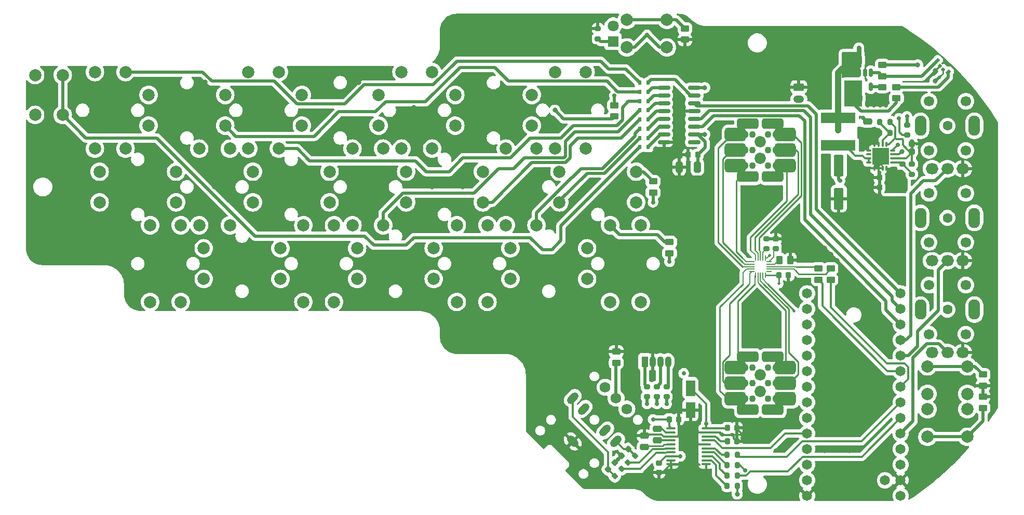
<source format=gbr>
%TF.GenerationSoftware,KiCad,Pcbnew,8.0.9*%
%TF.CreationDate,2025-12-22T17:05:25+01:00*%
%TF.ProjectId,MiniChord,4d696e69-4368-46f7-9264-2e6b69636164,rev?*%
%TF.SameCoordinates,Original*%
%TF.FileFunction,Copper,L1,Top*%
%TF.FilePolarity,Positive*%
%FSLAX46Y46*%
G04 Gerber Fmt 4.6, Leading zero omitted, Abs format (unit mm)*
G04 Created by KiCad (PCBNEW 8.0.9) date 2025-12-22 17:05:25*
%MOMM*%
%LPD*%
G01*
G04 APERTURE LIST*
G04 Aperture macros list*
%AMRoundRect*
0 Rectangle with rounded corners*
0 $1 Rounding radius*
0 $2 $3 $4 $5 $6 $7 $8 $9 X,Y pos of 4 corners*
0 Add a 4 corners polygon primitive as box body*
4,1,4,$2,$3,$4,$5,$6,$7,$8,$9,$2,$3,0*
0 Add four circle primitives for the rounded corners*
1,1,$1+$1,$2,$3*
1,1,$1+$1,$4,$5*
1,1,$1+$1,$6,$7*
1,1,$1+$1,$8,$9*
0 Add four rect primitives between the rounded corners*
20,1,$1+$1,$2,$3,$4,$5,0*
20,1,$1+$1,$4,$5,$6,$7,0*
20,1,$1+$1,$6,$7,$8,$9,0*
20,1,$1+$1,$8,$9,$2,$3,0*%
%AMHorizOval*
0 Thick line with rounded ends*
0 $1 width*
0 $2 $3 position (X,Y) of the first rounded end (center of the circle)*
0 $4 $5 position (X,Y) of the second rounded end (center of the circle)*
0 Add line between two ends*
20,1,$1,$2,$3,$4,$5,0*
0 Add two circle primitives to create the rounded ends*
1,1,$1,$2,$3*
1,1,$1,$4,$5*%
%AMFreePoly0*
4,1,14,0.354215,0.088284,0.450784,-0.008285,0.462500,-0.036569,0.462500,-0.060000,0.450784,-0.088284,0.422500,-0.100000,-0.422500,-0.100000,-0.450784,-0.088284,-0.462500,-0.060000,-0.462500,0.060000,-0.450784,0.088284,-0.422500,0.100000,0.325931,0.100000,0.354215,0.088284,0.354215,0.088284,$1*%
%AMFreePoly1*
4,1,14,0.450784,0.088284,0.462500,0.060000,0.462500,0.036569,0.450784,0.008285,0.354215,-0.088284,0.325931,-0.100000,-0.422500,-0.100000,-0.450784,-0.088284,-0.462500,-0.060000,-0.462500,0.060000,-0.450784,0.088284,-0.422500,0.100000,0.422500,0.100000,0.450784,0.088284,0.450784,0.088284,$1*%
%AMFreePoly2*
4,1,14,0.088284,0.450784,0.100000,0.422500,0.100000,-0.422500,0.088284,-0.450784,0.060000,-0.462500,-0.060000,-0.462500,-0.088284,-0.450784,-0.100000,-0.422500,-0.100000,0.325931,-0.088284,0.354215,0.008285,0.450784,0.036569,0.462500,0.060000,0.462500,0.088284,0.450784,0.088284,0.450784,$1*%
%AMFreePoly3*
4,1,14,-0.008285,0.450784,0.088284,0.354215,0.100000,0.325931,0.100000,-0.422500,0.088284,-0.450784,0.060000,-0.462500,-0.060000,-0.462500,-0.088284,-0.450784,-0.100000,-0.422500,-0.100000,0.422500,-0.088284,0.450784,-0.060000,0.462500,-0.036569,0.462500,-0.008285,0.450784,-0.008285,0.450784,$1*%
%AMFreePoly4*
4,1,14,0.450784,0.088284,0.462500,0.060000,0.462500,-0.060000,0.450784,-0.088284,0.422500,-0.100000,-0.325931,-0.100000,-0.354215,-0.088284,-0.450784,0.008285,-0.462500,0.036569,-0.462500,0.060000,-0.450784,0.088284,-0.422500,0.100000,0.422500,0.100000,0.450784,0.088284,0.450784,0.088284,$1*%
%AMFreePoly5*
4,1,14,0.450784,0.088284,0.462500,0.060000,0.462500,-0.060000,0.450784,-0.088284,0.422500,-0.100000,-0.422500,-0.100000,-0.450784,-0.088284,-0.462500,-0.060000,-0.462500,-0.036569,-0.450784,-0.008285,-0.354215,0.088284,-0.325931,0.100000,0.422500,0.100000,0.450784,0.088284,0.450784,0.088284,$1*%
%AMFreePoly6*
4,1,14,0.088284,0.450784,0.100000,0.422500,0.100000,-0.325931,0.088284,-0.354215,-0.008285,-0.450784,-0.036569,-0.462500,-0.060000,-0.462500,-0.088284,-0.450784,-0.100000,-0.422500,-0.100000,0.422500,-0.088284,0.450784,-0.060000,0.462500,0.060000,0.462500,0.088284,0.450784,0.088284,0.450784,$1*%
%AMFreePoly7*
4,1,14,0.088284,0.450784,0.100000,0.422500,0.100000,-0.422500,0.088284,-0.450784,0.060000,-0.462500,0.036569,-0.462500,0.008285,-0.450784,-0.088284,-0.354215,-0.100000,-0.325931,-0.100000,0.422500,-0.088284,0.450784,-0.060000,0.462500,0.060000,0.462500,0.088284,0.450784,0.088284,0.450784,$1*%
G04 Aperture macros list end*
%TA.AperFunction,EtchedComponent*%
%ADD10C,0.400000*%
%TD*%
%TA.AperFunction,SMDPad,CuDef*%
%ADD11RoundRect,0.150000X-0.825000X-0.150000X0.825000X-0.150000X0.825000X0.150000X-0.825000X0.150000X0*%
%TD*%
%TA.AperFunction,SMDPad,CuDef*%
%ADD12RoundRect,0.225000X0.225000X0.250000X-0.225000X0.250000X-0.225000X-0.250000X0.225000X-0.250000X0*%
%TD*%
%TA.AperFunction,SMDPad,CuDef*%
%ADD13R,0.600000X0.700000*%
%TD*%
%TA.AperFunction,SMDPad,CuDef*%
%ADD14RoundRect,0.200000X-0.275000X0.200000X-0.275000X-0.200000X0.275000X-0.200000X0.275000X0.200000X0*%
%TD*%
%TA.AperFunction,SMDPad,CuDef*%
%ADD15RoundRect,0.250000X-0.450000X0.262500X-0.450000X-0.262500X0.450000X-0.262500X0.450000X0.262500X0*%
%TD*%
%TA.AperFunction,SMDPad,CuDef*%
%ADD16RoundRect,0.250000X-0.475000X0.250000X-0.475000X-0.250000X0.475000X-0.250000X0.475000X0.250000X0*%
%TD*%
%TA.AperFunction,ComponentPad*%
%ADD17C,2.000000*%
%TD*%
%TA.AperFunction,SMDPad,CuDef*%
%ADD18RoundRect,0.225000X-0.225000X-0.250000X0.225000X-0.250000X0.225000X0.250000X-0.225000X0.250000X0*%
%TD*%
%TA.AperFunction,SMDPad,CuDef*%
%ADD19RoundRect,0.200000X-0.200000X-0.275000X0.200000X-0.275000X0.200000X0.275000X-0.200000X0.275000X0*%
%TD*%
%TA.AperFunction,ComponentPad*%
%ADD20R,1.070000X1.800000*%
%TD*%
%TA.AperFunction,ComponentPad*%
%ADD21O,1.070000X1.800000*%
%TD*%
%TA.AperFunction,SMDPad,CuDef*%
%ADD22RoundRect,0.225000X0.017678X-0.335876X0.335876X-0.017678X-0.017678X0.335876X-0.335876X0.017678X0*%
%TD*%
%TA.AperFunction,SMDPad,CuDef*%
%ADD23RoundRect,0.050000X0.388909X0.106066X0.106066X0.388909X-0.388909X-0.106066X-0.106066X-0.388909X0*%
%TD*%
%TA.AperFunction,SMDPad,CuDef*%
%ADD24RoundRect,0.050000X0.300520X0.017678X0.017678X0.300520X-0.300520X-0.017678X-0.017678X-0.300520X0*%
%TD*%
%TA.AperFunction,SMDPad,CuDef*%
%ADD25RoundRect,0.225000X-0.250000X0.225000X-0.250000X-0.225000X0.250000X-0.225000X0.250000X0.225000X0*%
%TD*%
%TA.AperFunction,SMDPad,CuDef*%
%ADD26RoundRect,0.250000X0.475000X-0.250000X0.475000X0.250000X-0.475000X0.250000X-0.475000X-0.250000X0*%
%TD*%
%TA.AperFunction,SMDPad,CuDef*%
%ADD27RoundRect,0.250000X0.450000X-0.262500X0.450000X0.262500X-0.450000X0.262500X-0.450000X-0.262500X0*%
%TD*%
%TA.AperFunction,SMDPad,CuDef*%
%ADD28RoundRect,0.200000X0.275000X-0.200000X0.275000X0.200000X-0.275000X0.200000X-0.275000X-0.200000X0*%
%TD*%
%TA.AperFunction,ComponentPad*%
%ADD29R,1.800000X1.800000*%
%TD*%
%TA.AperFunction,ComponentPad*%
%ADD30C,1.800000*%
%TD*%
%TA.AperFunction,SMDPad,CuDef*%
%ADD31RoundRect,0.250000X-0.250000X-0.475000X0.250000X-0.475000X0.250000X0.475000X-0.250000X0.475000X0*%
%TD*%
%TA.AperFunction,WasherPad*%
%ADD32O,1.900000X3.300000*%
%TD*%
%TA.AperFunction,WasherPad*%
%ADD33C,1.700000*%
%TD*%
%TA.AperFunction,WasherPad*%
%ADD34C,1.600000*%
%TD*%
%TA.AperFunction,ComponentPad*%
%ADD35O,2.050000X1.800000*%
%TD*%
%TA.AperFunction,SMDPad,CuDef*%
%ADD36RoundRect,0.250000X-0.550000X1.500000X-0.550000X-1.500000X0.550000X-1.500000X0.550000X1.500000X0*%
%TD*%
%TA.AperFunction,SMDPad,CuDef*%
%ADD37RoundRect,0.250000X-0.262500X-0.450000X0.262500X-0.450000X0.262500X0.450000X-0.262500X0.450000X0*%
%TD*%
%TA.AperFunction,SMDPad,CuDef*%
%ADD38RoundRect,0.200000X-0.053033X0.335876X-0.335876X0.053033X0.053033X-0.335876X0.335876X-0.053033X0*%
%TD*%
%TA.AperFunction,SMDPad,CuDef*%
%ADD39RoundRect,0.150000X-0.150000X0.512500X-0.150000X-0.512500X0.150000X-0.512500X0.150000X0.512500X0*%
%TD*%
%TA.AperFunction,WasherPad*%
%ADD40C,1.100000*%
%TD*%
%TA.AperFunction,WasherPad*%
%ADD41C,1.850000*%
%TD*%
%TA.AperFunction,SMDPad,CuDef*%
%ADD42RoundRect,0.437500X-1.312500X0.437500X-1.312500X-0.437500X1.312500X-0.437500X1.312500X0.437500X0*%
%TD*%
%TA.AperFunction,SMDPad,CuDef*%
%ADD43RoundRect,0.562500X-1.187500X0.562500X-1.187500X-0.562500X1.187500X-0.562500X1.187500X0.562500X0*%
%TD*%
%TA.AperFunction,SMDPad,CuDef*%
%ADD44RoundRect,0.255000X-0.635000X0.255000X-0.635000X-0.255000X0.635000X-0.255000X0.635000X0.255000X0*%
%TD*%
%TA.AperFunction,SMDPad,CuDef*%
%ADD45RoundRect,0.250000X0.325000X0.650000X-0.325000X0.650000X-0.325000X-0.650000X0.325000X-0.650000X0*%
%TD*%
%TA.AperFunction,SMDPad,CuDef*%
%ADD46RoundRect,0.087500X-0.325000X-0.087500X0.325000X-0.087500X0.325000X0.087500X-0.325000X0.087500X0*%
%TD*%
%TA.AperFunction,SMDPad,CuDef*%
%ADD47RoundRect,0.087500X-0.087500X-0.325000X0.087500X-0.325000X0.087500X0.325000X-0.087500X0.325000X0*%
%TD*%
%TA.AperFunction,ComponentPad*%
%ADD48C,0.500000*%
%TD*%
%TA.AperFunction,SMDPad,CuDef*%
%ADD49R,2.700000X2.700000*%
%TD*%
%TA.AperFunction,SMDPad,CuDef*%
%ADD50R,5.700000X1.700000*%
%TD*%
%TA.AperFunction,SMDPad,CuDef*%
%ADD51RoundRect,0.200000X0.053033X-0.335876X0.335876X-0.053033X-0.053033X0.335876X-0.335876X0.053033X0*%
%TD*%
%TA.AperFunction,ComponentPad*%
%ADD52C,1.650000*%
%TD*%
%TA.AperFunction,SMDPad,CuDef*%
%ADD53RoundRect,0.250000X0.250000X-0.250000X0.250000X0.250000X-0.250000X0.250000X-0.250000X-0.250000X0*%
%TD*%
%TA.AperFunction,SMDPad,CuDef*%
%ADD54RoundRect,0.200000X0.200000X0.275000X-0.200000X0.275000X-0.200000X-0.275000X0.200000X-0.275000X0*%
%TD*%
%TA.AperFunction,ComponentPad*%
%ADD55C,1.750000*%
%TD*%
%TA.AperFunction,ComponentPad*%
%ADD56HorizOval,1.200000X-0.353553X-0.353553X0.353553X0.353553X0*%
%TD*%
%TA.AperFunction,ComponentPad*%
%ADD57HorizOval,1.200000X0.353553X-0.353553X-0.353553X0.353553X0*%
%TD*%
%TA.AperFunction,ComponentPad*%
%ADD58HorizOval,1.200000X0.353553X0.353553X-0.353553X-0.353553X0*%
%TD*%
%TA.AperFunction,SMDPad,CuDef*%
%ADD59RoundRect,0.100000X-0.637500X-0.100000X0.637500X-0.100000X0.637500X0.100000X-0.637500X0.100000X0*%
%TD*%
%TA.AperFunction,SMDPad,CuDef*%
%ADD60RoundRect,0.250000X-0.550000X1.050000X-0.550000X-1.050000X0.550000X-1.050000X0.550000X1.050000X0*%
%TD*%
%TA.AperFunction,SMDPad,CuDef*%
%ADD61RoundRect,0.225000X-0.017678X0.335876X-0.335876X0.017678X0.017678X-0.335876X0.335876X-0.017678X0*%
%TD*%
%TA.AperFunction,SMDPad,CuDef*%
%ADD62FreePoly0,180.000000*%
%TD*%
%TA.AperFunction,SMDPad,CuDef*%
%ADD63RoundRect,0.050000X0.412500X0.050000X-0.412500X0.050000X-0.412500X-0.050000X0.412500X-0.050000X0*%
%TD*%
%TA.AperFunction,SMDPad,CuDef*%
%ADD64FreePoly1,180.000000*%
%TD*%
%TA.AperFunction,SMDPad,CuDef*%
%ADD65FreePoly2,180.000000*%
%TD*%
%TA.AperFunction,SMDPad,CuDef*%
%ADD66RoundRect,0.050000X0.050000X0.412500X-0.050000X0.412500X-0.050000X-0.412500X0.050000X-0.412500X0*%
%TD*%
%TA.AperFunction,SMDPad,CuDef*%
%ADD67FreePoly3,180.000000*%
%TD*%
%TA.AperFunction,SMDPad,CuDef*%
%ADD68FreePoly4,180.000000*%
%TD*%
%TA.AperFunction,SMDPad,CuDef*%
%ADD69FreePoly5,180.000000*%
%TD*%
%TA.AperFunction,SMDPad,CuDef*%
%ADD70FreePoly6,180.000000*%
%TD*%
%TA.AperFunction,SMDPad,CuDef*%
%ADD71FreePoly7,180.000000*%
%TD*%
%TA.AperFunction,ComponentPad*%
%ADD72RoundRect,0.250000X-0.625000X0.350000X-0.625000X-0.350000X0.625000X-0.350000X0.625000X0.350000X0*%
%TD*%
%TA.AperFunction,ComponentPad*%
%ADD73O,1.750000X1.200000*%
%TD*%
%TA.AperFunction,ViaPad*%
%ADD74C,0.800000*%
%TD*%
%TA.AperFunction,ViaPad*%
%ADD75C,0.700000*%
%TD*%
%TA.AperFunction,ViaPad*%
%ADD76C,0.500000*%
%TD*%
%TA.AperFunction,Conductor*%
%ADD77C,0.250000*%
%TD*%
%TA.AperFunction,Conductor*%
%ADD78C,0.350000*%
%TD*%
%TA.AperFunction,Conductor*%
%ADD79C,0.200000*%
%TD*%
%TA.AperFunction,Conductor*%
%ADD80C,0.500000*%
%TD*%
%TA.AperFunction,Conductor*%
%ADD81C,1.000000*%
%TD*%
%TA.AperFunction,Conductor*%
%ADD82C,0.750000*%
%TD*%
G04 APERTURE END LIST*
D10*
%TO.C,JP2*%
X161200000Y-91700000D02*
X161200000Y-91500000D01*
%TD*%
D11*
%TO.P,U4,1,QB*%
%TO.N,Net-(D6-Pad1)*%
X120775000Y-81805000D03*
%TO.P,U4,2,QC*%
%TO.N,Net-(D4-Pad1)*%
X120775000Y-83075000D03*
%TO.P,U4,3,QD*%
%TO.N,Net-(D10-Pad1)*%
X120775000Y-84345000D03*
%TO.P,U4,4,QE*%
%TO.N,Net-(D7-Pad1)*%
X120775000Y-85615000D03*
%TO.P,U4,5,QF*%
%TO.N,Net-(D5-Pad1)*%
X120775000Y-86885000D03*
%TO.P,U4,6,QG*%
%TO.N,Net-(D11-Pad1)*%
X120775000Y-88155000D03*
%TO.P,U4,7,QH*%
%TO.N,Net-(D8-Pad1)*%
X120775000Y-89425000D03*
%TO.P,U4,8,GND*%
%TO.N,GND*%
X120775000Y-90695000D03*
%TO.P,U4,9,QH'*%
%TO.N,unconnected-(U4-Pad9)*%
X125725000Y-90695000D03*
%TO.P,U4,10,~{SRCLR}*%
%TO.N,3.3V*%
X125725000Y-89425000D03*
%TO.P,U4,11,SRCLK*%
%TO.N,Shift clock*%
X125725000Y-88155000D03*
%TO.P,U4,12,RCLK*%
%TO.N,Storage clock*%
X125725000Y-86885000D03*
%TO.P,U4,13,~{OE}*%
%TO.N,GND*%
X125725000Y-85615000D03*
%TO.P,U4,14,SER*%
%TO.N,Data matrix*%
X125725000Y-84345000D03*
%TO.P,U4,15,QA*%
%TO.N,Net-(D9-Pad1)*%
X125725000Y-83075000D03*
%TO.P,U4,16,VCC*%
%TO.N,3.3V*%
X125725000Y-81805000D03*
%TD*%
D12*
%TO.P,C7,1*%
%TO.N,3.3V*%
X126275000Y-92750000D03*
%TO.P,C7,2*%
%TO.N,GND*%
X124725000Y-92750000D03*
%TD*%
D13*
%TO.P,D5,1,K*%
%TO.N,Net-(D5-Pad1)*%
X118200000Y-88500000D03*
%TO.P,D5,2,A*%
%TO.N,Row 6*%
X116800000Y-88500000D03*
%TD*%
D14*
%TO.P,R2,1*%
%TO.N,Net-(R2-Pad1)*%
X159700000Y-94275000D03*
%TO.P,R2,2*%
%TO.N,VBAT*%
X159700000Y-95925000D03*
%TD*%
D15*
%TO.P,R13,1*%
%TO.N,Read matrix 3*%
X121700000Y-106987500D03*
%TO.P,R13,2*%
%TO.N,3.3V*%
X121700000Y-108812500D03*
%TD*%
D16*
%TO.P,C9,1*%
%TO.N,Net-(C9-Pad1)*%
X119700000Y-137450000D03*
%TO.P,C9,2*%
%TO.N,Net-(C9-Pad2)*%
X119700000Y-139350000D03*
%TD*%
D17*
%TO.P,SW11,1,1*%
%TO.N,Row 4*%
X75000000Y-91750000D03*
%TO.P,SW11,2,2*%
X75000000Y-104250000D03*
%TO.P,SW11,3,K*%
%TO.N,Read matrix 2*%
X70000000Y-91750000D03*
%TO.P,SW11,4,A*%
X70000000Y-104250000D03*
%TD*%
D18*
%TO.P,C11,1*%
%TO.N,3.3V*%
X121625000Y-135900000D03*
%TO.P,C11,2*%
%TO.N,GND*%
X123175000Y-135900000D03*
%TD*%
D17*
%TO.P,SW26,1,1*%
%TO.N,3.3V*%
X121250000Y-75250000D03*
%TO.P,SW26,2,2*%
X114750000Y-75250000D03*
%TO.P,SW26,3,K*%
%TO.N,Rythm*%
X121250000Y-70750000D03*
%TO.P,SW26,4,A*%
X114750000Y-70750000D03*
%TD*%
D19*
%TO.P,R29,1*%
%TO.N,Net-(R29-Pad1)*%
X131075000Y-145100000D03*
%TO.P,R29,2*%
%TO.N,BCK*%
X132725000Y-145100000D03*
%TD*%
%TO.P,R27,1*%
%TO.N,Net-(R27-Pad1)*%
X131075000Y-141700000D03*
%TO.P,R27,2*%
%TO.N,LRCK*%
X132725000Y-141700000D03*
%TD*%
D20*
%TO.P,D2,1,RA*%
%TO.N,Net-(D2-Pad1)*%
X117640000Y-126500000D03*
D21*
%TO.P,D2,2,K*%
%TO.N,GND*%
X118910000Y-126500000D03*
%TO.P,D2,3,GA*%
%TO.N,Net-(D2-Pad3)*%
X120180000Y-126500000D03*
%TO.P,D2,4,BA*%
%TO.N,Net-(D2-Pad4)*%
X121450000Y-126500000D03*
%TD*%
D14*
%TO.P,R7,1*%
%TO.N,3.3V*%
X160400000Y-87875000D03*
%TO.P,R7,2*%
%TO.N,LBO*%
X160400000Y-89525000D03*
%TD*%
D13*
%TO.P,D9,1,K*%
%TO.N,Net-(D9-Pad1)*%
X118200000Y-81000000D03*
%TO.P,D9,2,A*%
%TO.N,Row 1*%
X116800000Y-81000000D03*
%TD*%
D22*
%TO.P,C16,1*%
%TO.N,Net-(C16-Pad1)*%
X111651992Y-144048008D03*
%TO.P,C16,2*%
%TO.N,GND*%
X112748008Y-142951992D03*
%TD*%
D13*
%TO.P,D11,1,K*%
%TO.N,Net-(D11-Pad1)*%
X118200000Y-90000000D03*
%TO.P,D11,2,A*%
%TO.N,Row 7*%
X116800000Y-90000000D03*
%TD*%
D17*
%TO.P,SW12,1,1*%
%TO.N,Row 5*%
X91250000Y-100500000D03*
%TO.P,SW12,2,2*%
X78750000Y-100500000D03*
%TO.P,SW12,3,K*%
%TO.N,Read matrix 2*%
X91250000Y-95500000D03*
%TO.P,SW12,4,A*%
X78750000Y-95500000D03*
%TD*%
%TO.P,SW15,1,1*%
%TO.N,Row 1*%
X42000000Y-104250000D03*
%TO.P,SW15,2,2*%
X42000000Y-116750000D03*
%TO.P,SW15,3,K*%
%TO.N,Read matrix 3*%
X37000000Y-104250000D03*
%TO.P,SW15,4,A*%
X37000000Y-116750000D03*
%TD*%
D23*
%TO.P,D3,1,A1*%
%TO.N,Net-(D3-Pad1)*%
X167146536Y-79257627D03*
D24*
%TO.P,D3,2,A2*%
%TO.N,Net-(D3-Pad2)*%
X166315685Y-78815685D03*
%TO.P,D3,3,K2*%
%TO.N,GND*%
X165750000Y-78250000D03*
D23*
%TO.P,D3,4,K1*%
%TO.N,Net-(D3-Pad4)*%
X165308058Y-77419149D03*
%TD*%
D25*
%TO.P,C19,1*%
%TO.N,GND*%
X139000000Y-106475000D03*
%TO.P,C19,2*%
%TO.N,Net-(C19-Pad2)*%
X139000000Y-108025000D03*
%TD*%
D26*
%TO.P,C4,1*%
%TO.N,5V*%
X154000000Y-89250000D03*
%TO.P,C4,2*%
%TO.N,GND*%
X154000000Y-87350000D03*
%TD*%
D27*
%TO.P,R10,1*%
%TO.N,Net-(R10-Pad1)*%
X148000000Y-113112500D03*
%TO.P,R10,2*%
%TO.N,Touch SDL*%
X148000000Y-111287500D03*
%TD*%
D28*
%TO.P,R15,1*%
%TO.N,Net-(R15-Pad1)*%
X137500000Y-108075000D03*
%TO.P,R15,2*%
%TO.N,GND*%
X137500000Y-106425000D03*
%TD*%
D17*
%TO.P,SW10,1,1*%
%TO.N,Row 3*%
X66250000Y-100500000D03*
%TO.P,SW10,2,2*%
X53750000Y-100500000D03*
%TO.P,SW10,3,K*%
%TO.N,Read matrix 2*%
X66250000Y-95500000D03*
%TO.P,SW10,4,A*%
X53750000Y-95500000D03*
%TD*%
D19*
%TO.P,R28,1*%
%TO.N,Net-(R28-Pad1)*%
X131075000Y-143400000D03*
%TO.P,R28,2*%
%TO.N,DIN*%
X132725000Y-143400000D03*
%TD*%
D27*
%TO.P,R1,1*%
%TO.N,VUSB*%
X158700000Y-83520000D03*
%TO.P,R1,2*%
%TO.N,Net-(D3-Pad1)*%
X158700000Y-81695000D03*
%TD*%
D29*
%TO.P,D1,1,K*%
%TO.N,Net-(D1-Pad1)*%
X112500000Y-74270000D03*
D30*
%TO.P,D1,2,A*%
%TO.N,Rythm led*%
X112500000Y-71730000D03*
%TD*%
D17*
%TO.P,SW21,1,1*%
%TO.N,Row 7*%
X117000000Y-104250000D03*
%TO.P,SW21,2,2*%
X117000000Y-116750000D03*
%TO.P,SW21,3,K*%
%TO.N,Read matrix 3*%
X112000000Y-104250000D03*
%TO.P,SW21,4,A*%
X112000000Y-116750000D03*
%TD*%
D15*
%TO.P,R12,1*%
%TO.N,Read matrix 2*%
X119000000Y-97087500D03*
%TO.P,R12,2*%
%TO.N,3.3V*%
X119000000Y-98912500D03*
%TD*%
%TO.P,R39,1*%
%TO.N,GND*%
X172800000Y-132200000D03*
%TO.P,R39,2*%
%TO.N,Down pgm*%
X172800000Y-134025000D03*
%TD*%
D14*
%TO.P,R37,1*%
%TO.N,Net-(D2-Pad1)*%
X118000000Y-130575000D03*
%TO.P,R37,2*%
%TO.N,R led*%
X118000000Y-132225000D03*
%TD*%
D13*
%TO.P,D8,1,K*%
%TO.N,Net-(D8-Pad1)*%
X118200000Y-91500000D03*
%TO.P,D8,2,A*%
%TO.N,Sharp*%
X116800000Y-91500000D03*
%TD*%
D17*
%TO.P,SW6,1,1*%
%TO.N,Row 6*%
X99250000Y-88000000D03*
%TO.P,SW6,2,2*%
X86750000Y-88000000D03*
%TO.P,SW6,3,K*%
%TO.N,Read matrix 1*%
X99250000Y-83000000D03*
%TO.P,SW6,4,A*%
X86750000Y-83000000D03*
%TD*%
%TO.P,SW14,1,1*%
%TO.N,Row 7*%
X116250000Y-100500000D03*
%TO.P,SW14,2,2*%
X103750000Y-100500000D03*
%TO.P,SW14,3,K*%
%TO.N,Read matrix 2*%
X116250000Y-95500000D03*
%TO.P,SW14,4,A*%
X103750000Y-95500000D03*
%TD*%
%TO.P,SW2,1,1*%
%TO.N,Row 2*%
X49250000Y-88000000D03*
%TO.P,SW2,2,2*%
X36750000Y-88000000D03*
%TO.P,SW2,3,K*%
%TO.N,Read matrix 1*%
X49250000Y-83000000D03*
%TO.P,SW2,4,A*%
X36750000Y-83000000D03*
%TD*%
D14*
%TO.P,R35,1*%
%TO.N,Net-(D2-Pad4)*%
X121200000Y-130575000D03*
%TO.P,R35,2*%
%TO.N,B led*%
X121200000Y-132225000D03*
%TD*%
D12*
%TO.P,C1,1*%
%TO.N,VBAT*%
X157475000Y-98100000D03*
%TO.P,C1,2*%
%TO.N,GND*%
X155925000Y-98100000D03*
%TD*%
D17*
%TO.P,SW17,1,1*%
%TO.N,Row 3*%
X67000000Y-104250000D03*
%TO.P,SW17,2,2*%
X67000000Y-116750000D03*
%TO.P,SW17,3,K*%
%TO.N,Read matrix 3*%
X62000000Y-104250000D03*
%TO.P,SW17,4,A*%
X62000000Y-116750000D03*
%TD*%
D31*
%TO.P,C18,1*%
%TO.N,VBAT*%
X152550000Y-77307500D03*
%TO.P,C18,2*%
%TO.N,GND*%
X154450000Y-77307500D03*
%TD*%
D32*
%TO.P,RV3,*%
%TO.N,*%
X162600000Y-88030000D03*
D33*
X164000000Y-84030000D03*
X164000000Y-92030000D03*
D34*
X167000000Y-88030000D03*
D33*
X170000000Y-84030000D03*
X170000000Y-92030000D03*
D32*
X171400000Y-88030000D03*
D35*
%TO.P,RV3,1,1*%
%TO.N,3.3V*%
X164500000Y-95030000D03*
%TO.P,RV3,2,2*%
%TO.N,Chord*%
X167000000Y-95030000D03*
%TO.P,RV3,3,3*%
%TO.N,GND*%
X169500000Y-95030000D03*
%TD*%
D36*
%TO.P,C5,1*%
%TO.N,5V*%
X149300000Y-94500000D03*
%TO.P,C5,2*%
%TO.N,GND*%
X149300000Y-99900000D03*
%TD*%
D37*
%TO.P,R14,1*%
%TO.N,Net-(R14-Pad1)*%
X139587500Y-109900000D03*
%TO.P,R14,2*%
%TO.N,GND*%
X141412500Y-109900000D03*
%TD*%
D17*
%TO.P,SW13,1,1*%
%TO.N,Row 6*%
X100000000Y-91750000D03*
%TO.P,SW13,2,2*%
X100000000Y-104250000D03*
%TO.P,SW13,3,K*%
%TO.N,Read matrix 2*%
X95000000Y-91750000D03*
%TO.P,SW13,4,A*%
X95000000Y-104250000D03*
%TD*%
%TO.P,SW24,1,1*%
%TO.N,3.3V*%
X170250000Y-131750000D03*
%TO.P,SW24,2,2*%
X163750000Y-131750000D03*
%TO.P,SW24,3,K*%
%TO.N,Up pgm*%
X170250000Y-127250000D03*
%TO.P,SW24,4,A*%
X163750000Y-127250000D03*
%TD*%
D18*
%TO.P,C13,1*%
%TO.N,Net-(C13-Pad1)*%
X131125000Y-139500000D03*
%TO.P,C13,2*%
%TO.N,GND*%
X132675000Y-139500000D03*
%TD*%
D38*
%TO.P,R32,1*%
%TO.N,Net-(C17-Pad1)*%
X116083363Y-141816637D03*
%TO.P,R32,2*%
%TO.N,Net-(R32-Pad2)*%
X114916637Y-142983363D03*
%TD*%
D13*
%TO.P,D6,1,K*%
%TO.N,Net-(D6-Pad1)*%
X118200000Y-82500000D03*
%TO.P,D6,2,A*%
%TO.N,Row 2*%
X116800000Y-82500000D03*
%TD*%
D17*
%TO.P,SW18,1,1*%
%TO.N,Row 4*%
X83250000Y-113000000D03*
%TO.P,SW18,2,2*%
X70750000Y-113000000D03*
%TO.P,SW18,3,K*%
%TO.N,Read matrix 3*%
X83250000Y-108000000D03*
%TO.P,SW18,4,A*%
X70750000Y-108000000D03*
%TD*%
D39*
%TO.P,U3,1,STAT*%
%TO.N,Net-(D3-Pad4)*%
X154500000Y-79388750D03*
%TO.P,U3,2,VSS*%
%TO.N,GND*%
X153550000Y-79388750D03*
%TO.P,U3,3,VBAT*%
%TO.N,VBAT*%
X152600000Y-79388750D03*
%TO.P,U3,4,VDD*%
%TO.N,VUSB*%
X152600000Y-81663750D03*
%TO.P,U3,5,PROG*%
%TO.N,Net-(R8-Pad1)*%
X154500000Y-81663750D03*
%TD*%
D17*
%TO.P,SW16,1,1*%
%TO.N,Row 2*%
X58250000Y-113000000D03*
%TO.P,SW16,2,2*%
X45750000Y-113000000D03*
%TO.P,SW16,3,K*%
%TO.N,Read matrix 3*%
X58250000Y-108000000D03*
%TO.P,SW16,4,A*%
X45750000Y-108000000D03*
%TD*%
D15*
%TO.P,R16,1*%
%TO.N,GND*%
X113000000Y-124837500D03*
%TO.P,R16,2*%
%TO.N,EN*%
X113000000Y-126662500D03*
%TD*%
D17*
%TO.P,SW20,1,1*%
%TO.N,Row 6*%
X108250000Y-113000000D03*
%TO.P,SW20,2,2*%
X95750000Y-113000000D03*
%TO.P,SW20,3,K*%
%TO.N,Read matrix 3*%
X108250000Y-108000000D03*
%TO.P,SW20,4,A*%
X95750000Y-108000000D03*
%TD*%
D12*
%TO.P,C3,1*%
%TO.N,VBAT*%
X157475000Y-96500000D03*
%TO.P,C3,2*%
%TO.N,GND*%
X155925000Y-96500000D03*
%TD*%
D40*
%TO.P,J1,*%
%TO.N,*%
X137770000Y-89460000D03*
X135230000Y-89460000D03*
D41*
X136500000Y-90625000D03*
D40*
X137770000Y-92000000D03*
X135230000Y-92000000D03*
D41*
X136450000Y-93350000D03*
D40*
X137770000Y-94540000D03*
X135230000Y-94540000D03*
D42*
%TO.P,J1,1,Pin_1*%
%TO.N,Key11*%
X138532000Y-87682000D03*
D43*
X140564000Y-89460000D03*
D44*
X139410000Y-89460000D03*
D43*
%TO.P,J1,2,Pin_2*%
%TO.N,Key10*%
X140564000Y-92000000D03*
D44*
X139410000Y-92000000D03*
D43*
%TO.P,J1,3,Pin_3*%
%TO.N,Key9*%
X140564000Y-94540000D03*
D44*
X139410000Y-94540000D03*
D42*
X138532000Y-96318000D03*
%TO.P,J1,4,Pin_4*%
%TO.N,Key6*%
X134468000Y-87682000D03*
D44*
X133590000Y-89460000D03*
D43*
X132436000Y-89460000D03*
D44*
%TO.P,J1,5,Pin_5*%
%TO.N,Key7*%
X133590000Y-92000000D03*
D43*
X132436000Y-92000000D03*
D44*
%TO.P,J1,6,Pin_6*%
%TO.N,Key8*%
X133590000Y-94540000D03*
D43*
X132436000Y-94540000D03*
D42*
X134468000Y-96318000D03*
%TD*%
D45*
%TO.P,C6,1*%
%TO.N,3.3V*%
X126225000Y-94750000D03*
%TO.P,C6,2*%
%TO.N,GND*%
X123275000Y-94750000D03*
%TD*%
D14*
%TO.P,R34,1*%
%TO.N,GND*%
X110000000Y-72175000D03*
%TO.P,R34,2*%
%TO.N,Net-(D1-Pad1)*%
X110000000Y-73825000D03*
%TD*%
D15*
%TO.P,R8,1*%
%TO.N,Net-(R8-Pad1)*%
X156400000Y-81695000D03*
%TO.P,R8,2*%
%TO.N,GND*%
X156400000Y-83520000D03*
%TD*%
D32*
%TO.P,RV2,*%
%TO.N,*%
X162600000Y-103030000D03*
D33*
X164000000Y-99030000D03*
X164000000Y-107030000D03*
D34*
X167000000Y-103030000D03*
D33*
X170000000Y-99030000D03*
X170000000Y-107030000D03*
D32*
X171400000Y-103030000D03*
D35*
%TO.P,RV2,1,1*%
%TO.N,3.3V*%
X164500000Y-110030000D03*
%TO.P,RV2,2,2*%
%TO.N,Harp*%
X167000000Y-110030000D03*
%TO.P,RV2,3,3*%
%TO.N,GND*%
X169500000Y-110030000D03*
%TD*%
D15*
%TO.P,R4,1*%
%TO.N,Net-(D3-Pad2)*%
X156400000Y-78095000D03*
%TO.P,R4,2*%
%TO.N,Net-(D3-Pad4)*%
X156400000Y-79920000D03*
%TD*%
D17*
%TO.P,SW4,1,1*%
%TO.N,Row 4*%
X74250000Y-88000000D03*
%TO.P,SW4,2,2*%
X61750000Y-88000000D03*
%TO.P,SW4,3,K*%
%TO.N,Read matrix 1*%
X74250000Y-83000000D03*
%TO.P,SW4,4,A*%
X61750000Y-83000000D03*
%TD*%
%TO.P,SW22,1,1*%
%TO.N,Sharp*%
X22750000Y-79750000D03*
%TO.P,SW22,2,2*%
X22750000Y-86250000D03*
%TO.P,SW22,3,K*%
%TO.N,Read matrix 1*%
X18250000Y-79750000D03*
%TO.P,SW22,4,A*%
X18250000Y-86250000D03*
%TD*%
D46*
%TO.P,U2,1,VOUT*%
%TO.N,5V*%
X154137500Y-92025000D03*
%TO.P,U2,2,NC*%
%TO.N,unconnected-(U2-Pad2)*%
X154137500Y-92675000D03*
%TO.P,U2,3,SW*%
%TO.N,Net-(L1-Pad2)*%
X154137500Y-93325000D03*
%TO.P,U2,4,SW*%
X154137500Y-93975000D03*
D47*
%TO.P,U2,5,PGND*%
%TO.N,GND*%
X155125000Y-94962500D03*
%TO.P,U2,6,PGND*%
X155775000Y-94962500D03*
%TO.P,U2,7,PGND*%
X156425000Y-94962500D03*
%TO.P,U2,8,VBAT*%
%TO.N,VBAT*%
X157075000Y-94962500D03*
D46*
%TO.P,U2,9,LBI*%
%TO.N,Net-(R2-Pad1)*%
X158062500Y-93975000D03*
%TO.P,U2,10,SYNC*%
%TO.N,GND1*%
X158062500Y-93325000D03*
%TO.P,U2,11,EN*%
%TO.N,EN*%
X158062500Y-92675000D03*
%TO.P,U2,12,LBO*%
%TO.N,LBO*%
X158062500Y-92025000D03*
D47*
%TO.P,U2,13,GND*%
%TO.N,GND1*%
X157075000Y-91037500D03*
%TO.P,U2,14,FB*%
%TO.N,Net-(R5-Pad1)*%
X156425000Y-91037500D03*
%TO.P,U2,15,VOUT*%
%TO.N,5V*%
X155775000Y-91037500D03*
%TO.P,U2,16,VOUT*%
X155125000Y-91037500D03*
D48*
%TO.P,U2,17,PAD*%
%TO.N,GND*%
X155000000Y-91900000D03*
X155000000Y-93000000D03*
X155000000Y-94100000D03*
X156100000Y-91900000D03*
X156100000Y-93000000D03*
D49*
X156100000Y-93000000D03*
D48*
X156100000Y-94100000D03*
X157200000Y-91900000D03*
X157200000Y-93000000D03*
X157200000Y-94100000D03*
%TD*%
D50*
%TO.P,L1,1,1*%
%TO.N,VBAT*%
X149200000Y-86750000D03*
%TO.P,L1,2,2*%
%TO.N,Net-(L1-Pad2)*%
X149200000Y-91250000D03*
%TD*%
D40*
%TO.P,J4,*%
%TO.N,*%
X137770000Y-127460000D03*
X135230000Y-127460000D03*
D41*
X136500000Y-128625000D03*
D40*
X137770000Y-130000000D03*
X135230000Y-130000000D03*
D41*
X136450000Y-131350000D03*
D40*
X137770000Y-132540000D03*
X135230000Y-132540000D03*
D42*
%TO.P,J4,1,Pin_1*%
%TO.N,Key2*%
X138532000Y-125682000D03*
D43*
X140564000Y-127460000D03*
D44*
X139410000Y-127460000D03*
D43*
%TO.P,J4,2,Pin_2*%
%TO.N,Key1*%
X140564000Y-130000000D03*
D44*
X139410000Y-130000000D03*
D43*
%TO.P,J4,3,Pin_3*%
%TO.N,Key0*%
X140564000Y-132540000D03*
D44*
X139410000Y-132540000D03*
D42*
X138532000Y-134318000D03*
%TO.P,J4,4,Pin_4*%
%TO.N,Key3*%
X134468000Y-125682000D03*
D44*
X133590000Y-127460000D03*
D43*
X132436000Y-127460000D03*
D44*
%TO.P,J4,5,Pin_5*%
%TO.N,Key4*%
X133590000Y-130000000D03*
D43*
X132436000Y-130000000D03*
D44*
%TO.P,J4,6,Pin_6*%
%TO.N,Key5*%
X133590000Y-132540000D03*
D43*
X132436000Y-132540000D03*
D42*
X134468000Y-134318000D03*
%TD*%
D17*
%TO.P,SW5,1,1*%
%TO.N,Row 5*%
X83000000Y-79250000D03*
%TO.P,SW5,2,2*%
X83000000Y-91750000D03*
%TO.P,SW5,3,K*%
%TO.N,Read matrix 1*%
X78000000Y-79250000D03*
%TO.P,SW5,4,A*%
X78000000Y-91750000D03*
%TD*%
%TO.P,SW19,1,1*%
%TO.N,Row 5*%
X92000000Y-104250000D03*
%TO.P,SW19,2,2*%
X92000000Y-116750000D03*
%TO.P,SW19,3,K*%
%TO.N,Read matrix 3*%
X87000000Y-104250000D03*
%TO.P,SW19,4,A*%
X87000000Y-116750000D03*
%TD*%
%TO.P,SW9,1,1*%
%TO.N,Row 2*%
X50000000Y-91750000D03*
%TO.P,SW9,2,2*%
X50000000Y-104250000D03*
%TO.P,SW9,3,K*%
%TO.N,Read matrix 2*%
X45000000Y-91750000D03*
%TO.P,SW9,4,A*%
X45000000Y-104250000D03*
%TD*%
D51*
%TO.P,R31,1*%
%TO.N,Net-(C16-Pad1)*%
X112733274Y-145166726D03*
%TO.P,R31,2*%
%TO.N,Net-(R31-Pad2)*%
X113900000Y-144000000D03*
%TD*%
D32*
%TO.P,RV1,*%
%TO.N,*%
X162600000Y-118000000D03*
D33*
X164000000Y-114000000D03*
X164000000Y-122000000D03*
D34*
X167000000Y-118000000D03*
D33*
X170000000Y-114000000D03*
X170000000Y-122000000D03*
D32*
X171400000Y-118000000D03*
D35*
%TO.P,RV1,1,1*%
%TO.N,3.3V*%
X164500000Y-125000000D03*
%TO.P,RV1,2,2*%
%TO.N,Mod*%
X167000000Y-125000000D03*
%TO.P,RV1,3,3*%
%TO.N,GND*%
X169500000Y-125000000D03*
%TD*%
D13*
%TO.P,D7,1,K*%
%TO.N,Net-(D7-Pad1)*%
X118200000Y-87000000D03*
%TO.P,D7,2,A*%
%TO.N,Row 5*%
X116800000Y-87000000D03*
%TD*%
D52*
%TO.P,U1,1,GND*%
%TO.N,GND*%
X144130000Y-148375000D03*
%TO.P,U1,2,0_RX1_CRX2_CS1*%
%TO.N,R led*%
X144130000Y-145835000D03*
%TO.P,U1,3,1_TX1_CTX2_MISO1*%
%TO.N,G led*%
X144130000Y-143295000D03*
%TO.P,U1,4,2_OUT2*%
%TO.N,B led*%
X144130000Y-140755000D03*
%TO.P,U1,5,3_LRCLK2*%
%TO.N,_Mute*%
X144130000Y-138215000D03*
%TO.P,U1,6,4_BCLK2*%
%TO.N,Read matrix 3*%
X144130000Y-135675000D03*
%TO.P,U1,7,5_IN2*%
%TO.N,Read matrix 2*%
X144130000Y-133135000D03*
%TO.P,U1,8,6_OUT1D*%
%TO.N,Read matrix 1*%
X144130000Y-130595000D03*
%TO.P,U1,9,7_RX2_OUT1A*%
%TO.N,DIN*%
X144130000Y-128055000D03*
%TO.P,U1,10,8_TX2_IN1*%
%TO.N,Down pgm*%
X144130000Y-125515000D03*
%TO.P,U1,11,9_OUT1C*%
%TO.N,Up pgm*%
X144130000Y-122975000D03*
%TO.P,U1,12,10_CS_MQSR*%
%TO.N,LBO*%
X144130000Y-120435000D03*
%TO.P,U1,13,11_MOSI_CTX1*%
%TO.N,Rythm*%
X144130000Y-117895000D03*
%TO.P,U1,14,12_MISO_MQSL*%
%TO.N,Rythm led*%
X144130000Y-115355000D03*
%TO.P,U1,20,13_SCK_CRX1_LED*%
%TO.N,Data matrix*%
X159370000Y-115355000D03*
%TO.P,U1,21,14_A0_TX3_SPDIF_OUT*%
%TO.N,Storage clock*%
X159370000Y-117895000D03*
%TO.P,U1,22,15_A1_RX3_SPDIF_IN*%
%TO.N,Shift clock*%
X159370000Y-120435000D03*
%TO.P,U1,23,16_A2_RX4_SCL1*%
%TO.N,Chord*%
X159370000Y-122975000D03*
%TO.P,U1,24,17_A3_TX4_SDA1*%
%TO.N,Harp*%
X159370000Y-125515000D03*
%TO.P,U1,25,18_A4_SDA0*%
%TO.N,Net-(R9-Pad1)*%
X159370000Y-128055000D03*
%TO.P,U1,26,19_A5_SCL0*%
%TO.N,Net-(R10-Pad1)*%
X159370000Y-130595000D03*
%TO.P,U1,27,20_A6_TX5_LRCLK1*%
%TO.N,LRCK*%
X159370000Y-133135000D03*
%TO.P,U1,28,21_A7_RX5_BCLK1*%
%TO.N,BCK*%
X159370000Y-135675000D03*
%TO.P,U1,29,22_A8_CTX1*%
%TO.N,Mod*%
X159370000Y-138215000D03*
%TO.P,U1,30,23_A9_CRX1_MCLK1*%
%TO.N,SCK*%
X159370000Y-140755000D03*
%TO.P,U1,31,3V3*%
%TO.N,3.3V*%
X159370000Y-143295000D03*
%TO.P,U1,32,GND*%
%TO.N,GND*%
X159370000Y-145835000D03*
%TO.P,U1,33,VIN*%
%TO.N,5V*%
X159370000Y-148375000D03*
%TO.P,U1,34,VUSB*%
%TO.N,VUSB*%
X156830000Y-145835000D03*
%TD*%
D53*
%TO.P,JP2,1,A*%
%TO.N,GND*%
X161200000Y-91000000D03*
%TO.P,JP2,2,B*%
%TO.N,GND1*%
X161200000Y-92200000D03*
%TD*%
D18*
%TO.P,C2,1*%
%TO.N,VUSB*%
X152725000Y-83507500D03*
%TO.P,C2,2*%
%TO.N,GND*%
X154275000Y-83507500D03*
%TD*%
D27*
%TO.P,R9,1*%
%TO.N,Net-(R9-Pad1)*%
X146000000Y-113112500D03*
%TO.P,R9,2*%
%TO.N,Touch SDA*%
X146000000Y-111287500D03*
%TD*%
D54*
%TO.P,R6,1*%
%TO.N,GND1*%
X157625000Y-87400000D03*
%TO.P,R6,2*%
%TO.N,Net-(R5-Pad1)*%
X155975000Y-87400000D03*
%TD*%
D17*
%TO.P,SW7,1,1*%
%TO.N,Row 7*%
X108000000Y-79250000D03*
%TO.P,SW7,2,2*%
X108000000Y-91750000D03*
%TO.P,SW7,3,K*%
%TO.N,Read matrix 1*%
X103000000Y-79250000D03*
%TO.P,SW7,4,A*%
X103000000Y-91750000D03*
%TD*%
%TO.P,SW3,1,1*%
%TO.N,Row 3*%
X58000000Y-79250000D03*
%TO.P,SW3,2,2*%
X58000000Y-91750000D03*
%TO.P,SW3,3,K*%
%TO.N,Read matrix 1*%
X53000000Y-79250000D03*
%TO.P,SW3,4,A*%
X53000000Y-91750000D03*
%TD*%
D27*
%TO.P,R38,1*%
%TO.N,GND*%
X172800000Y-130400000D03*
%TO.P,R38,2*%
%TO.N,Up pgm*%
X172800000Y-128575000D03*
%TD*%
D19*
%TO.P,R30,1*%
%TO.N,Net-(R30-Pad1)*%
X131075000Y-146800000D03*
%TO.P,R30,2*%
%TO.N,SCK*%
X132725000Y-146800000D03*
%TD*%
D55*
%TO.P,J2,G*%
%TO.N,VBAT*%
X114738835Y-134196699D03*
%TO.P,J2,H*%
%TO.N,EN*%
X112971068Y-132428932D03*
%TO.P,J2,I*%
%TO.N,unconnected-(J2-PadI)*%
X111203301Y-130661165D03*
D56*
%TO.P,J2,R*%
%TO.N,Net-(C16-Pad1)*%
X105900000Y-132428932D03*
%TO.P,J2,Rs*%
%TO.N,unconnected-(J2-PadRs)*%
X107667767Y-134196699D03*
D57*
%TO.P,J2,S*%
%TO.N,GND*%
X105900000Y-139500000D03*
D58*
%TO.P,J2,T*%
%TO.N,Net-(C17-Pad1)*%
X112971068Y-139500000D03*
%TO.P,J2,Ts*%
%TO.N,unconnected-(J2-PadTs)*%
X111203301Y-137732233D03*
%TD*%
D27*
%TO.P,R40,1*%
%TO.N,GND*%
X124200000Y-73987500D03*
%TO.P,R40,2*%
%TO.N,Rythm*%
X124200000Y-72162500D03*
%TD*%
D59*
%TO.P,U5,1,CPVDD*%
%TO.N,3.3V*%
X121937500Y-137375000D03*
%TO.P,U5,2,CAPP*%
%TO.N,Net-(C9-Pad1)*%
X121937500Y-138025000D03*
%TO.P,U5,3,CPGND*%
%TO.N,GND*%
X121937500Y-138675000D03*
%TO.P,U5,4,CAPM*%
%TO.N,Net-(C9-Pad2)*%
X121937500Y-139325000D03*
%TO.P,U5,5,VNEG*%
%TO.N,Net-(C10-Pad2)*%
X121937500Y-139975000D03*
%TO.P,U5,6,OUTL*%
%TO.N,Net-(R32-Pad2)*%
X121937500Y-140625000D03*
%TO.P,U5,7,OUTR*%
%TO.N,Net-(R31-Pad2)*%
X121937500Y-141275000D03*
%TO.P,U5,8,AVDD*%
%TO.N,3.3V*%
X121937500Y-141925000D03*
%TO.P,U5,9,AGND*%
%TO.N,GND*%
X121937500Y-142575000D03*
%TO.P,U5,10,DEMP*%
X121937500Y-143225000D03*
%TO.P,U5,11,FLT*%
X127662500Y-143225000D03*
%TO.P,U5,12,SCK*%
%TO.N,Net-(R30-Pad1)*%
X127662500Y-142575000D03*
%TO.P,U5,13,BCK*%
%TO.N,Net-(R29-Pad1)*%
X127662500Y-141925000D03*
%TO.P,U5,14,DIN*%
%TO.N,Net-(R28-Pad1)*%
X127662500Y-141275000D03*
%TO.P,U5,15,LRCK*%
%TO.N,Net-(R27-Pad1)*%
X127662500Y-140625000D03*
%TO.P,U5,16,FMT*%
%TO.N,GND*%
X127662500Y-139975000D03*
%TO.P,U5,17,XSMT*%
%TO.N,_Mute*%
X127662500Y-139325000D03*
%TO.P,U5,18,LDOO*%
%TO.N,Net-(C13-Pad1)*%
X127662500Y-138675000D03*
%TO.P,U5,19,DGND*%
%TO.N,GND*%
X127662500Y-138025000D03*
%TO.P,U5,20,DVDD*%
%TO.N,3.3V*%
X127662500Y-137375000D03*
%TD*%
D17*
%TO.P,SW1,1,1*%
%TO.N,Row 1*%
X33000000Y-79250000D03*
%TO.P,SW1,2,2*%
X33000000Y-91750000D03*
%TO.P,SW1,3,K*%
%TO.N,Read matrix 1*%
X28000000Y-79250000D03*
%TO.P,SW1,4,A*%
X28000000Y-91750000D03*
%TD*%
D18*
%TO.P,C8,1*%
%TO.N,3.3V*%
X139525000Y-112400000D03*
%TO.P,C8,2*%
%TO.N,GND*%
X141075000Y-112400000D03*
%TD*%
D25*
%TO.P,C14,1*%
%TO.N,3.3V*%
X120000000Y-143025000D03*
%TO.P,C14,2*%
%TO.N,GND*%
X120000000Y-144575000D03*
%TD*%
D54*
%TO.P,R5,1*%
%TO.N,Net-(R5-Pad1)*%
X157625000Y-89200000D03*
%TO.P,R5,2*%
%TO.N,5V*%
X155975000Y-89200000D03*
%TD*%
D60*
%TO.P,C15,1*%
%TO.N,3.3V*%
X125100000Y-130800000D03*
%TO.P,C15,2*%
%TO.N,GND*%
X125100000Y-134400000D03*
%TD*%
D14*
%TO.P,R36,1*%
%TO.N,Net-(D2-Pad3)*%
X119600000Y-130575000D03*
%TO.P,R36,2*%
%TO.N,G led*%
X119600000Y-132225000D03*
%TD*%
D16*
%TO.P,C10,1*%
%TO.N,GND*%
X117600000Y-138550000D03*
%TO.P,C10,2*%
%TO.N,Net-(C10-Pad2)*%
X117600000Y-140450000D03*
%TD*%
D27*
%TO.P,R11,1*%
%TO.N,Read matrix 1*%
X112700000Y-86512500D03*
%TO.P,R11,2*%
%TO.N,3.3V*%
X112700000Y-84687500D03*
%TD*%
D13*
%TO.P,D10,1,K*%
%TO.N,Net-(D10-Pad1)*%
X118200000Y-85500000D03*
%TO.P,D10,2,A*%
%TO.N,Row 4*%
X116800000Y-85500000D03*
%TD*%
D61*
%TO.P,C17,1*%
%TO.N,Net-(C17-Pad1)*%
X114948008Y-140751992D03*
%TO.P,C17,2*%
%TO.N,GND*%
X113851992Y-141848008D03*
%TD*%
D13*
%TO.P,D4,1,K*%
%TO.N,Net-(D4-Pad1)*%
X118200000Y-84000000D03*
%TO.P,D4,2,A*%
%TO.N,Row 3*%
X116800000Y-84000000D03*
%TD*%
D62*
%TO.P,U6,1,~{IRQ}*%
%TO.N,unconnected-(U6-Pad1)*%
X137887500Y-111800000D03*
D63*
%TO.P,U6,2,SCL*%
%TO.N,Touch SDL*%
X137887500Y-111400000D03*
%TO.P,U6,3,SDA*%
%TO.N,Touch SDA*%
X137887500Y-111000000D03*
%TO.P,U6,4,ADDR*%
%TO.N,Net-(R14-Pad1)*%
X137887500Y-110600000D03*
D64*
%TO.P,U6,5,VREG*%
%TO.N,Net-(C19-Pad2)*%
X137887500Y-110200000D03*
D65*
%TO.P,U6,6,VSS*%
%TO.N,GND*%
X137300000Y-109612500D03*
D66*
%TO.P,U6,7,REXT*%
%TO.N,Net-(R15-Pad1)*%
X136900000Y-109612500D03*
%TO.P,U6,8,ELE0*%
%TO.N,Key11*%
X136500000Y-109612500D03*
%TO.P,U6,9,ELE1*%
%TO.N,Key10*%
X136100000Y-109612500D03*
D67*
%TO.P,U6,10,ELE2*%
%TO.N,Key9*%
X135700000Y-109612500D03*
D68*
%TO.P,U6,11,ELE3*%
%TO.N,Key8*%
X135112500Y-110200000D03*
D63*
%TO.P,U6,12,LED0/ELE4*%
%TO.N,Key7*%
X135112500Y-110600000D03*
%TO.P,U6,13,LED1/ELE5*%
%TO.N,Key6*%
X135112500Y-111000000D03*
%TO.P,U6,14,LED2/ELE6*%
%TO.N,Key5*%
X135112500Y-111400000D03*
D69*
%TO.P,U6,15,LED3/ELE7*%
%TO.N,Key4*%
X135112500Y-111800000D03*
D70*
%TO.P,U6,16,LED4/ELE8*%
%TO.N,Key3*%
X135700000Y-112387500D03*
D66*
%TO.P,U6,17,LED5/ELE9*%
%TO.N,Key2*%
X136100000Y-112387500D03*
%TO.P,U6,18,LED6/ELE10*%
%TO.N,Key1*%
X136500000Y-112387500D03*
%TO.P,U6,19,LED7/ELE11*%
%TO.N,Key0*%
X136900000Y-112387500D03*
D71*
%TO.P,U6,20,VDD*%
%TO.N,3.3V*%
X137300000Y-112387500D03*
%TD*%
D17*
%TO.P,SW25,1,1*%
%TO.N,3.3V*%
X163750000Y-134250000D03*
%TO.P,SW25,2,2*%
X170250000Y-134250000D03*
%TO.P,SW25,3,K*%
%TO.N,Down pgm*%
X163750000Y-138750000D03*
%TO.P,SW25,4,A*%
X170250000Y-138750000D03*
%TD*%
%TO.P,SW8,1,1*%
%TO.N,Row 1*%
X41250000Y-100500000D03*
%TO.P,SW8,2,2*%
X28750000Y-100500000D03*
%TO.P,SW8,3,K*%
%TO.N,Read matrix 2*%
X41250000Y-95500000D03*
%TO.P,SW8,4,A*%
X28750000Y-95500000D03*
%TD*%
D14*
%TO.P,R3,1*%
%TO.N,GND1*%
X161200000Y-94275000D03*
%TO.P,R3,2*%
%TO.N,Net-(R2-Pad1)*%
X161200000Y-95925000D03*
%TD*%
D18*
%TO.P,C12,1*%
%TO.N,3.3V*%
X131125000Y-137300000D03*
%TO.P,C12,2*%
%TO.N,GND*%
X132675000Y-137300000D03*
%TD*%
D72*
%TO.P,J3,1,Pin_1*%
%TO.N,GND*%
X142757500Y-81700000D03*
D73*
%TO.P,J3,2,Pin_2*%
%TO.N,VBAT*%
X142757500Y-83700000D03*
%TD*%
D74*
%TO.N,Read matrix 1*%
X103000000Y-85500000D03*
%TO.N,3.3V*%
X127425000Y-89425000D03*
D75*
X121700000Y-110200000D03*
X119000000Y-135900000D03*
X119000000Y-100500000D03*
D74*
X127445000Y-81805000D03*
D76*
X139525000Y-113775000D03*
D75*
X127662500Y-136600000D03*
X118000000Y-73200000D03*
X124000000Y-128400000D03*
X160400000Y-86500000D03*
X112700000Y-83100000D03*
X123475000Y-141925000D03*
%TO.N,B led*%
X121200000Y-133400000D03*
%TO.N,G led*%
X119600000Y-133400000D03*
%TO.N,R led*%
X118000000Y-133400000D03*
D76*
%TO.N,Key11*%
X140000000Y-88000000D03*
X138800000Y-87400000D03*
X140000000Y-88650000D03*
X138200000Y-88000000D03*
X140000000Y-90250000D03*
X140600000Y-90050000D03*
X137600000Y-87400000D03*
X139400000Y-88000000D03*
X141200000Y-89450000D03*
X141200000Y-88850000D03*
X137600000Y-88000000D03*
X141200000Y-90050000D03*
X141800000Y-90050000D03*
X138200000Y-87400000D03*
X141800000Y-88850000D03*
X139400000Y-87400000D03*
X139400000Y-88650000D03*
X140000000Y-87400000D03*
X139400000Y-90250000D03*
X140600000Y-88850000D03*
X138800000Y-88000000D03*
X141800000Y-89450000D03*
X140600000Y-89450000D03*
%TO.N,Key10*%
X140000000Y-91200000D03*
X140600000Y-91400000D03*
X141800000Y-92000000D03*
X141200000Y-92600000D03*
X139400000Y-91200000D03*
X141800000Y-92600000D03*
X139400000Y-92800000D03*
X140600000Y-92600000D03*
X141200000Y-92000000D03*
X140000000Y-92800000D03*
X141800000Y-91400000D03*
X140600000Y-92000000D03*
X141200000Y-91400000D03*
%TO.N,Key9*%
X139400000Y-96600000D03*
X139400000Y-95350000D03*
X140000000Y-96000000D03*
X137600000Y-96000000D03*
X141200000Y-95150000D03*
X139400000Y-96000000D03*
X141200000Y-93950000D03*
X138800000Y-96600000D03*
X140600000Y-93950000D03*
X138200000Y-96600000D03*
X141200000Y-94550000D03*
X140000000Y-95350000D03*
X140600000Y-95150000D03*
X140600000Y-94550000D03*
X141800000Y-93950000D03*
X140000000Y-93750000D03*
X140000000Y-96600000D03*
X138800000Y-96000000D03*
X137600000Y-96600000D03*
X139400000Y-93750000D03*
X141800000Y-94550000D03*
X141800000Y-95150000D03*
X138200000Y-96000000D03*
%TO.N,Key0*%
X142000000Y-118250000D03*
X139400000Y-133350000D03*
X140000000Y-131750000D03*
X140000000Y-133350000D03*
X140600000Y-131950000D03*
X140600000Y-132550000D03*
X139400000Y-134600000D03*
X141200000Y-132550000D03*
X141200000Y-131950000D03*
X140600000Y-133150000D03*
X139400000Y-131750000D03*
X138800000Y-134600000D03*
X137600000Y-134600000D03*
X139400000Y-134000000D03*
X141200000Y-133150000D03*
X140000000Y-134000000D03*
X138200000Y-134000000D03*
X137600000Y-134000000D03*
X138200000Y-134600000D03*
X138800000Y-134000000D03*
%TO.N,Key1*%
X141200000Y-129400000D03*
X139400000Y-130800000D03*
X141200000Y-130000000D03*
X140600000Y-129400000D03*
X140000000Y-129200000D03*
X139400000Y-129200000D03*
X140600000Y-130600000D03*
X140600000Y-130000000D03*
X140000000Y-130800000D03*
X141200000Y-130600000D03*
X141800000Y-129400000D03*
%TO.N,Key2*%
X139400000Y-125400000D03*
X140600000Y-128050000D03*
X137600000Y-125400000D03*
X138800000Y-125400000D03*
X138800000Y-126000000D03*
X140000000Y-128250000D03*
X139400000Y-126650000D03*
X139400000Y-126000000D03*
X141200000Y-127450000D03*
X140000000Y-126000000D03*
X140000000Y-125400000D03*
X141200000Y-126850000D03*
X137600000Y-126000000D03*
X141800000Y-127450000D03*
X138200000Y-125400000D03*
X140600000Y-127450000D03*
X141800000Y-128050000D03*
X140000000Y-126650000D03*
X139400000Y-128250000D03*
X141800000Y-126850000D03*
X138200000Y-126000000D03*
X141200000Y-128050000D03*
X140600000Y-126850000D03*
%TO.N,Key3*%
X134200000Y-125400000D03*
X133000000Y-126000000D03*
X133600000Y-126000000D03*
X132400000Y-128050000D03*
X133000000Y-125400000D03*
X131800000Y-126850000D03*
X134200000Y-126000000D03*
X134800000Y-126000000D03*
X132400000Y-127450000D03*
X133000000Y-126650000D03*
X134800000Y-125400000D03*
X131800000Y-127450000D03*
X133600000Y-125400000D03*
X135400000Y-125400000D03*
X132400000Y-126850000D03*
X131800000Y-128050000D03*
X133600000Y-126650000D03*
X131200000Y-127450000D03*
X135400000Y-126000000D03*
X133600000Y-128250000D03*
X133000000Y-128250000D03*
X131200000Y-128050000D03*
X131200000Y-126850000D03*
%TO.N,Key4*%
X132400000Y-130600000D03*
X131200000Y-130000000D03*
X131200000Y-129400000D03*
X132400000Y-129400000D03*
X133600000Y-129200000D03*
X133000000Y-130800000D03*
X133000000Y-129200000D03*
X133600000Y-130800000D03*
X132400000Y-130000000D03*
X131800000Y-130600000D03*
X131200000Y-130600000D03*
X131800000Y-129400000D03*
X131800000Y-130000000D03*
%TO.N,Key5*%
X133600000Y-131750000D03*
X131800000Y-133150000D03*
X131200000Y-133150000D03*
X132400000Y-131950000D03*
X131800000Y-131950000D03*
X133000000Y-131750000D03*
X133600000Y-134000000D03*
X135400000Y-134000000D03*
X134200000Y-134000000D03*
X133000000Y-133350000D03*
X132400000Y-132550000D03*
X132400000Y-133150000D03*
X133600000Y-133350000D03*
X133000000Y-134000000D03*
X133000000Y-134600000D03*
X134800000Y-134600000D03*
X134200000Y-134600000D03*
X131800000Y-132550000D03*
X131200000Y-131950000D03*
X135400000Y-134600000D03*
X133600000Y-134600000D03*
X134800000Y-134000000D03*
X131200000Y-132550000D03*
%TO.N,Key6*%
X133000000Y-88650000D03*
X132400000Y-90050000D03*
X132400000Y-89450000D03*
X133000000Y-88000000D03*
X133000000Y-87400000D03*
X135400000Y-88000000D03*
X135400000Y-87400000D03*
X131200000Y-90050000D03*
X131800000Y-88850000D03*
X134800000Y-88000000D03*
X131200000Y-89450000D03*
X133600000Y-88000000D03*
X134800000Y-87400000D03*
X131800000Y-90050000D03*
X133600000Y-87400000D03*
X132400000Y-88850000D03*
X133000000Y-90250000D03*
X131800000Y-89450000D03*
X134200000Y-88000000D03*
X131200000Y-88850000D03*
X134200000Y-87400000D03*
X133600000Y-90250000D03*
X133600000Y-88650000D03*
%TO.N,Key7*%
X132400000Y-91400000D03*
X132400000Y-92000000D03*
X133000000Y-92800000D03*
X133600000Y-91200000D03*
X131200000Y-92000000D03*
X131800000Y-91400000D03*
X132400000Y-92600000D03*
X133000000Y-91200000D03*
X133600000Y-92800000D03*
X131200000Y-91400000D03*
X131200000Y-92600000D03*
X131800000Y-92600000D03*
X131800000Y-92000000D03*
%TO.N,Key8*%
X132400000Y-95150000D03*
X131200000Y-93950000D03*
X133000000Y-96600000D03*
X133000000Y-95350000D03*
X133600000Y-96000000D03*
X131800000Y-93950000D03*
X134800000Y-96600000D03*
X134800000Y-96000000D03*
X131200000Y-95150000D03*
X131200000Y-94550000D03*
X133600000Y-95350000D03*
X135400000Y-96000000D03*
X133600000Y-93750000D03*
X133600000Y-96600000D03*
X134200000Y-96600000D03*
X132400000Y-94550000D03*
X131800000Y-95150000D03*
X131800000Y-94550000D03*
X132400000Y-93950000D03*
X134200000Y-96000000D03*
X133000000Y-93750000D03*
X133000000Y-96000000D03*
X135400000Y-96600000D03*
D75*
%TO.N,VBAT*%
X151500000Y-78707500D03*
X150500000Y-79707500D03*
X159900000Y-98400000D03*
X151500000Y-77707500D03*
X150500000Y-78707500D03*
X149200000Y-88800000D03*
X151500000Y-79707500D03*
X150500000Y-76707500D03*
X151500000Y-76707500D03*
X152550000Y-75300000D03*
X159900000Y-97500000D03*
X158800000Y-97500000D03*
X150500000Y-77707500D03*
X158800000Y-98400000D03*
%TO.N,GND*%
X125000000Y-143000000D03*
D74*
X52000000Y-110500000D03*
X113000000Y-98000000D03*
X113000000Y-123000000D03*
X153000000Y-117000000D03*
X92000000Y-122000000D03*
X159000000Y-105500000D03*
X55000000Y-85000000D03*
X147000000Y-141000000D03*
X108000000Y-98000000D03*
X149000000Y-110000000D03*
D76*
X137000000Y-99000000D03*
D74*
X167000000Y-133000000D03*
X128100000Y-120100000D03*
X39500000Y-110500000D03*
X46000000Y-80900000D03*
D75*
X156000000Y-76707500D03*
D74*
X161200000Y-90600500D03*
X88000000Y-98000000D03*
X37000000Y-98000000D03*
D75*
X149000000Y-126000000D03*
D74*
X151000000Y-134500000D03*
D75*
X127000000Y-131000000D03*
D74*
X83000000Y-98000000D03*
X152000000Y-103000000D03*
D75*
X141000000Y-146000000D03*
D74*
X62000000Y-98000000D03*
D75*
X156000000Y-84707500D03*
X155000000Y-84707500D03*
X151000000Y-128000000D03*
D74*
X151000000Y-130000000D03*
X159000000Y-108500000D03*
X101000000Y-122000000D03*
X151000000Y-136000000D03*
X65000000Y-86000000D03*
D75*
X151000000Y-126000000D03*
D76*
X137000000Y-120000000D03*
X138000000Y-109200000D03*
D74*
X93000000Y-85500000D03*
X58000000Y-98000000D03*
X149000000Y-134500000D03*
D75*
X125000000Y-140000000D03*
D74*
X147000000Y-108000000D03*
X55000000Y-87000000D03*
X172000000Y-110000000D03*
D75*
X124000000Y-143000000D03*
X157000000Y-84707500D03*
D74*
X77000000Y-110500000D03*
X80000000Y-85000000D03*
D75*
X157000000Y-76707500D03*
D74*
X24250000Y-98000000D03*
X149000000Y-133000000D03*
X151000000Y-141000000D03*
X81000000Y-88000000D03*
X71000000Y-81000000D03*
D75*
X125000000Y-141000000D03*
D74*
X47500000Y-98000000D03*
D75*
X133600000Y-139000000D03*
X139000000Y-146000000D03*
X125000000Y-142000000D03*
D74*
X126000000Y-74000000D03*
X105500000Y-85500000D03*
D75*
X139000000Y-141000000D03*
D74*
X164000000Y-143000000D03*
X115000000Y-81000000D03*
D75*
X153250000Y-86750000D03*
D74*
X114500000Y-110500000D03*
X74000000Y-98000000D03*
D75*
X113300000Y-142400000D03*
D74*
X89500000Y-110500000D03*
D75*
X149000000Y-128000000D03*
D74*
X65000000Y-81000000D03*
X149000000Y-136000000D03*
X172000000Y-95000000D03*
X98000000Y-98000000D03*
X172000000Y-125000000D03*
D75*
X154450000Y-75300000D03*
D74*
X165000000Y-79000000D03*
X148000000Y-109000000D03*
X102000000Y-110500000D03*
X123250000Y-85500000D03*
X64500000Y-110500000D03*
D75*
X154000000Y-84707500D03*
%TO.N,VUSB*%
X151500000Y-84207500D03*
X151500000Y-81207500D03*
X150500000Y-83207500D03*
X150500000Y-82207500D03*
X150500000Y-84207500D03*
X151500000Y-82207500D03*
X150500000Y-81207500D03*
X151500000Y-83207500D03*
%TO.N,5V*%
X149500000Y-97000000D03*
X154000000Y-90500000D03*
X153000000Y-91500000D03*
X153000000Y-90500000D03*
%TO.N,LBO*%
X158900000Y-91100000D03*
X159100000Y-86800000D03*
D74*
%TO.N,EN*%
X159600000Y-92200000D03*
D75*
%TO.N,DIN*%
X134000000Y-144200000D03*
D74*
%TO.N,SCK*%
X132725000Y-148075000D03*
%TO.N,Net-(D3-Pad2)*%
X162155000Y-78095000D03*
X165000000Y-80750000D03*
%TD*%
D77*
%TO.N,Net-(C10-Pad2)*%
X117600000Y-140450000D02*
X117825000Y-140225000D01*
X120825304Y-139975000D02*
X121937500Y-139975000D01*
D78*
X117600000Y-140450000D02*
X117775000Y-140275000D01*
D77*
X120575304Y-140225000D02*
X120825304Y-139975000D01*
X117825000Y-140225000D02*
X120575304Y-140225000D01*
%TO.N,Touch SDA*%
X142300000Y-111000000D02*
X145712500Y-111000000D01*
D79*
X137887500Y-111000000D02*
X142300000Y-111000000D01*
D77*
X145712500Y-111000000D02*
X146000000Y-111287500D01*
%TO.N,Touch SDL*%
X142300000Y-111700000D02*
X142775000Y-112175000D01*
D79*
X142000000Y-111400000D02*
X142300000Y-111700000D01*
D77*
X147112500Y-112175000D02*
X148000000Y-111287500D01*
D79*
X137887500Y-111400000D02*
X142000000Y-111400000D01*
D77*
X142775000Y-112175000D02*
X147112500Y-112175000D01*
D78*
%TO.N,Net-(C13-Pad1)*%
X130048528Y-139500000D02*
X131125000Y-139500000D01*
X129223528Y-138675000D02*
X130048528Y-139500000D01*
X127662500Y-138675000D02*
X129223528Y-138675000D01*
D80*
%TO.N,Read matrix 1*%
X103000000Y-85500000D02*
X104400001Y-86900001D01*
X112312499Y-86900001D02*
X112700000Y-86512500D01*
X104400001Y-86900001D02*
X112312499Y-86900001D01*
%TO.N,Read matrix 2*%
X117412500Y-95500000D02*
X119000000Y-97087500D01*
X116250000Y-95500000D02*
X117412500Y-95500000D01*
%TO.N,Read matrix 3*%
X119700000Y-105800000D02*
X120887500Y-106987500D01*
X112000000Y-104250000D02*
X113550000Y-105800000D01*
X113550000Y-105800000D02*
X119700000Y-105800000D01*
X120887500Y-106987500D02*
X121700000Y-106987500D01*
%TO.N,Row 1*%
X60939950Y-84460050D02*
X57229900Y-80750000D01*
X57229900Y-80750000D02*
X47052082Y-80750000D01*
X68742032Y-84460050D02*
X60939950Y-84460050D01*
X111750000Y-78750000D02*
X110500000Y-77500000D01*
X87000000Y-77500000D02*
X83147918Y-81352082D01*
X47052082Y-80750000D02*
X45552082Y-79250000D01*
X45552082Y-79250000D02*
X33000000Y-79250000D01*
X116800000Y-81000000D02*
X114550000Y-78750000D01*
X114550000Y-78750000D02*
X111750000Y-78750000D01*
X71850000Y-81352082D02*
X68742032Y-84460050D01*
X110500000Y-77500000D02*
X87000000Y-77500000D01*
X83147918Y-81352082D02*
X71850000Y-81352082D01*
%TO.N,Row 2*%
X51000000Y-89750000D02*
X49250000Y-88000000D01*
X67750000Y-85750000D02*
X63750000Y-89750000D01*
X93200001Y-78500000D02*
X87500000Y-78500000D01*
X116800000Y-82500000D02*
X113231371Y-82500000D01*
X63750000Y-89750000D02*
X51000000Y-89750000D01*
X75420100Y-84099999D02*
X73770099Y-85750000D01*
X73770099Y-85750000D02*
X67750000Y-85750000D01*
X95450001Y-80750000D02*
X93200001Y-78500000D01*
X113231371Y-82500000D02*
X111481371Y-80750000D01*
X87500000Y-78500000D02*
X81900001Y-84099999D01*
X81900001Y-84099999D02*
X75420100Y-84099999D01*
X111481371Y-80750000D02*
X95450001Y-80750000D01*
%TO.N,Row 3*%
X114000000Y-85000000D02*
X114000000Y-87102449D01*
X104000000Y-90000000D02*
X99000000Y-90000000D01*
X113102449Y-88000000D02*
X106000000Y-88000000D01*
X95750000Y-93250000D02*
X88000000Y-93250000D01*
X63000000Y-93750000D02*
X61000000Y-91750000D01*
X115000000Y-84000000D02*
X114000000Y-85000000D01*
X61000000Y-91750000D02*
X58000000Y-91750000D01*
X88000000Y-93250000D02*
X85750000Y-95500000D01*
X106000000Y-88000000D02*
X104000000Y-90000000D01*
X114000000Y-87102449D02*
X113102449Y-88000000D01*
X116800000Y-84000000D02*
X115000000Y-84000000D01*
X85750000Y-95500000D02*
X82000000Y-95500000D01*
X80250000Y-93750000D02*
X63000000Y-93750000D01*
X82000000Y-95500000D02*
X80250000Y-93750000D01*
X99000000Y-90000000D02*
X95750000Y-93250000D01*
%TO.N,Row 4*%
X104500000Y-93250000D02*
X98000000Y-93250000D01*
X116800000Y-85500000D02*
X113300000Y-89000000D01*
X104750000Y-93000000D02*
X104500000Y-93250000D01*
X98000000Y-93250000D02*
X96250000Y-95000000D01*
X96250000Y-95000000D02*
X93800610Y-95000000D01*
X89810659Y-98989951D02*
X78209439Y-98989951D01*
X75000000Y-102199390D02*
X75000000Y-104250000D01*
X104750000Y-90500000D02*
X104750000Y-93000000D01*
X78209439Y-98989951D02*
X75000000Y-102199390D01*
X93800610Y-95000000D02*
X89810659Y-98989951D01*
X106250000Y-89000000D02*
X104750000Y-90500000D01*
X113300000Y-89000000D02*
X106250000Y-89000000D01*
%TO.N,Row 5*%
X116800000Y-87000000D02*
X113800000Y-90000000D01*
X92750000Y-100500000D02*
X91250000Y-100500000D01*
X104739950Y-94000000D02*
X99250000Y-94000000D01*
X99250000Y-94000000D02*
X92750000Y-100500000D01*
X105450000Y-93289950D02*
X104739950Y-94000000D01*
X106750000Y-90000000D02*
X105450000Y-91300000D01*
X105450000Y-91300000D02*
X105450000Y-93289950D01*
X113800000Y-90000000D02*
X106750000Y-90000000D01*
%TO.N,Row 6*%
X100000000Y-102199390D02*
X100000000Y-104250000D01*
X116050000Y-89250000D02*
X116050000Y-89700000D01*
X116050000Y-89700000D02*
X110750000Y-95000000D01*
X105750000Y-96449390D02*
X100000000Y-102199390D01*
X105800610Y-96449390D02*
X105750000Y-96449390D01*
X107250000Y-95000000D02*
X105800610Y-96449390D01*
X116800000Y-88500000D02*
X116050000Y-89250000D01*
X110750000Y-95000000D02*
X107250000Y-95000000D01*
%TO.N,Row 7*%
X108250000Y-95750000D02*
X103750000Y-100250000D01*
X116800000Y-90000000D02*
X111050000Y-95750000D01*
X111050000Y-95750000D02*
X108250000Y-95750000D01*
X103750000Y-100250000D02*
X103750000Y-100500000D01*
%TO.N,3.3V*%
X112700000Y-83100000D02*
X112700000Y-84687500D01*
D78*
X121625000Y-135900000D02*
X121625000Y-137062500D01*
X121625000Y-135900000D02*
X119000000Y-135900000D01*
X121937500Y-141925000D02*
X123475000Y-141925000D01*
D80*
X118000000Y-73200000D02*
X115950000Y-75250000D01*
D77*
X139525000Y-112400000D02*
X139525000Y-113775000D01*
D78*
X121350000Y-141950000D02*
X121075000Y-141950000D01*
X127662500Y-133362500D02*
X125100000Y-130800000D01*
D80*
X120050000Y-75250000D02*
X121250000Y-75250000D01*
D78*
X127662500Y-137375000D02*
X127662500Y-136600000D01*
D77*
X137375000Y-112400000D02*
X137375000Y-112387500D01*
D80*
X118000000Y-73200000D02*
X120050000Y-75250000D01*
D78*
X127662500Y-136600000D02*
X127662500Y-133362500D01*
D80*
X126278528Y-89425000D02*
X127500000Y-90646472D01*
D78*
X127662500Y-137375000D02*
X131050000Y-137375000D01*
D77*
X139525000Y-112400000D02*
X137375000Y-112400000D01*
D80*
X127500000Y-91525000D02*
X126275000Y-92750000D01*
D78*
X121075000Y-141950000D02*
X120000000Y-143025000D01*
D80*
X126275000Y-92750000D02*
X126275000Y-94700000D01*
D78*
X121625000Y-137062500D02*
X121937500Y-137375000D01*
D80*
X121700000Y-108812500D02*
X121700000Y-110200000D01*
X125725000Y-81805000D02*
X127445000Y-81805000D01*
D78*
X131050000Y-137375000D02*
X131125000Y-137300000D01*
X121937500Y-141925000D02*
X121375000Y-141925000D01*
D80*
X127500000Y-90646472D02*
X127500000Y-91525000D01*
X119000000Y-98912500D02*
X119000000Y-100500000D01*
X160400000Y-87875000D02*
X160400000Y-86500000D01*
D78*
X121375000Y-141925000D02*
X121350000Y-141950000D01*
D80*
X125725000Y-89425000D02*
X127425000Y-89425000D01*
X125725000Y-89425000D02*
X126278528Y-89425000D01*
X126275000Y-94700000D02*
X126225000Y-94750000D01*
X115950000Y-75250000D02*
X114750000Y-75250000D01*
%TO.N,Shift clock*%
X159370000Y-120435000D02*
X157000000Y-118065000D01*
X128893000Y-86357000D02*
X127095000Y-88155000D01*
X143750000Y-87250000D02*
X142857000Y-86357000D01*
X142857000Y-86357000D02*
X128893000Y-86357000D01*
X157000000Y-116600000D02*
X143750000Y-103350000D01*
X127095000Y-88155000D02*
X125725000Y-88155000D01*
X143750000Y-103350000D02*
X143750000Y-87250000D01*
X157000000Y-118065000D02*
X157000000Y-116600000D01*
%TO.N,Storage clock*%
X144650000Y-102473478D02*
X144650000Y-86650000D01*
X143550000Y-85550000D02*
X128200000Y-85550000D01*
X158000000Y-115823478D02*
X144650000Y-102473478D01*
X144650000Y-86650000D02*
X143550000Y-85550000D01*
X158000000Y-116525000D02*
X158000000Y-115823478D01*
X126865000Y-86885000D02*
X125725000Y-86885000D01*
X159370000Y-117895000D02*
X158000000Y-116525000D01*
X128200000Y-85550000D02*
X126865000Y-86885000D01*
%TO.N,Net-(D1-Pad1)*%
X112500000Y-74270000D02*
X110445000Y-74270000D01*
X110445000Y-74270000D02*
X110000000Y-73825000D01*
%TO.N,Net-(D2-Pad1)*%
X117640000Y-126500000D02*
X117640000Y-130215000D01*
X117640000Y-130215000D02*
X118000000Y-130575000D01*
%TO.N,Net-(D2-Pad3)*%
X120180000Y-129995000D02*
X119600000Y-130575000D01*
X120180000Y-126500000D02*
X120180000Y-129995000D01*
%TO.N,Net-(D2-Pad4)*%
X121450000Y-126500000D02*
X121450000Y-130325000D01*
X121450000Y-130325000D02*
X121200000Y-130575000D01*
D78*
%TO.N,GND1*%
X160920406Y-92375000D02*
X161200000Y-92375000D01*
X159775000Y-91167094D02*
X160385614Y-91777708D01*
X161200000Y-94275000D02*
X161200000Y-92375000D01*
X158062500Y-93325000D02*
X160250000Y-93325000D01*
X158500000Y-90000000D02*
X158700000Y-90200000D01*
X158700000Y-90200000D02*
X159645406Y-90200000D01*
X157075000Y-91037500D02*
X157462500Y-91037500D01*
X159645406Y-90200000D02*
X159775000Y-90329594D01*
X160385614Y-91840208D02*
X160920406Y-92375000D01*
X159775000Y-90329594D02*
X159775000Y-91167094D01*
X160250000Y-93325000D02*
X161200000Y-92375000D01*
X160385614Y-91777708D02*
X160385614Y-91840208D01*
X157462500Y-91037500D02*
X158500000Y-90000000D01*
X158500000Y-90000000D02*
X158500000Y-88275000D01*
X158500000Y-88275000D02*
X157625000Y-87400000D01*
%TO.N,Net-(R9-Pad1)*%
X146600000Y-117400000D02*
X157255000Y-128055000D01*
X146000000Y-113112500D02*
X146600000Y-113712500D01*
X157255000Y-128055000D02*
X159370000Y-128055000D01*
X146600000Y-113712500D02*
X146600000Y-117400000D01*
%TO.N,Net-(R10-Pad1)*%
X157165000Y-126765000D02*
X159995000Y-126765000D01*
X148000000Y-113112500D02*
X148000000Y-117600000D01*
X159995000Y-126765000D02*
X160630000Y-127400000D01*
X160630000Y-129335000D02*
X159370000Y-130595000D01*
X160630000Y-127400000D02*
X160630000Y-129335000D01*
X148000000Y-117600000D02*
X157165000Y-126765000D01*
%TO.N,Net-(R31-Pad2)*%
X116900000Y-144000000D02*
X119525000Y-141375000D01*
D77*
X120980938Y-141375000D02*
X121080938Y-141275000D01*
D78*
X113900000Y-144000000D02*
X116900000Y-144000000D01*
X119525000Y-141375000D02*
X120801472Y-141375000D01*
D77*
X121937500Y-141275000D02*
X121080938Y-141275000D01*
X120801472Y-141375000D02*
X120980938Y-141375000D01*
D80*
%TO.N,B led*%
X121200000Y-132225000D02*
X121200000Y-133400000D01*
%TO.N,G led*%
X119600000Y-132225000D02*
X119600000Y-133400000D01*
%TO.N,R led*%
X118000000Y-132225000D02*
X118000000Y-133400000D01*
%TO.N,Up pgm*%
X171475000Y-127250000D02*
X172800000Y-128575000D01*
X170250000Y-127250000D02*
X171475000Y-127250000D01*
X163750000Y-127250000D02*
X170250000Y-127250000D01*
%TO.N,Down pgm*%
X172800000Y-136200000D02*
X170250000Y-138750000D01*
X163750000Y-138750000D02*
X170250000Y-138750000D01*
X172800000Y-134025000D02*
X172800000Y-136200000D01*
%TO.N,Rythm*%
X121250000Y-70750000D02*
X122787500Y-70750000D01*
X122787500Y-70750000D02*
X124200000Y-72162500D01*
X114750000Y-70750000D02*
X121250000Y-70750000D01*
%TO.N,Mod*%
X161400000Y-125870101D02*
X161400000Y-136185000D01*
X165600000Y-123600000D02*
X163670101Y-123600000D01*
X161400000Y-136185000D02*
X159370000Y-138215000D01*
X167000000Y-125000000D02*
X165600000Y-123600000D01*
X163670101Y-123600000D02*
X161400000Y-125870101D01*
%TO.N,Chord*%
X161000000Y-122200000D02*
X160225000Y-122975000D01*
X167000000Y-95000000D02*
X165000000Y-97000000D01*
X165000000Y-97000000D02*
X163100000Y-97000000D01*
X160225000Y-122975000D02*
X159370000Y-122975000D01*
X163100000Y-97000000D02*
X161000000Y-99100000D01*
X161000000Y-99100000D02*
X161000000Y-122200000D01*
%TO.N,Harp*%
X160585000Y-125515000D02*
X159370000Y-125515000D01*
X165500000Y-118100000D02*
X162100000Y-121500000D01*
X162100000Y-124000000D02*
X160585000Y-125515000D01*
X165500000Y-111530000D02*
X165500000Y-118100000D01*
X167000000Y-110030000D02*
X165500000Y-111530000D01*
X162100000Y-121500000D02*
X162100000Y-124000000D01*
%TO.N,Sharp*%
X73500000Y-107500000D02*
X72000000Y-106000000D01*
X101000000Y-108250000D02*
X99000000Y-106250000D01*
X104000000Y-104300000D02*
X104000000Y-106750001D01*
X99000000Y-106250000D02*
X80000000Y-106250000D01*
X54125000Y-106000000D02*
X38125000Y-90000000D01*
X102500001Y-108250000D02*
X101000000Y-108250000D01*
X22750000Y-79750000D02*
X22750000Y-86250000D01*
X78750000Y-107500000D02*
X73500000Y-107500000D01*
X26500000Y-90000000D02*
X22750000Y-86250000D01*
X80000000Y-106250000D02*
X78750000Y-107500000D01*
X104000000Y-106750001D02*
X102500001Y-108250000D01*
X116800000Y-91500000D02*
X104000000Y-104300000D01*
X38125000Y-90000000D02*
X26500000Y-90000000D01*
X72000000Y-106000000D02*
X54125000Y-106000000D01*
%TO.N,Data matrix*%
X145600000Y-86100000D02*
X144250000Y-84750000D01*
X144250000Y-84750000D02*
X126130000Y-84750000D01*
X159370000Y-115355000D02*
X159355000Y-115355000D01*
X159355000Y-115355000D02*
X145600000Y-101600000D01*
X126130000Y-84750000D02*
X125725000Y-84345000D01*
X145600000Y-101600000D02*
X145600000Y-86100000D01*
D77*
%TO.N,Key11*%
X136300000Y-108300000D02*
X136300000Y-106300000D01*
X136300000Y-106300000D02*
X143175000Y-99425000D01*
X143175000Y-99425000D02*
X143175000Y-90825000D01*
D79*
X136500000Y-109612500D02*
X136500000Y-108500000D01*
D77*
X143175000Y-90825000D02*
X141800000Y-89450000D01*
D79*
X136500000Y-108500000D02*
X136300000Y-108300000D01*
D77*
%TO.N,Key10*%
X135600000Y-108300000D02*
X135600000Y-106207106D01*
X142300000Y-92000000D02*
X141800000Y-92000000D01*
X135600000Y-106207106D02*
X142639000Y-99168106D01*
D79*
X136100000Y-109612500D02*
X136100000Y-108800000D01*
X136100000Y-108800000D02*
X135600000Y-108300000D01*
D77*
X142639000Y-92339000D02*
X142300000Y-92000000D01*
X142639000Y-99168106D02*
X142639000Y-92339000D01*
D79*
%TO.N,Key9*%
X135700000Y-109100000D02*
X134900000Y-108300000D01*
D77*
X140800000Y-100300000D02*
X134900000Y-106200000D01*
D79*
X135700000Y-109612500D02*
X135700000Y-109100000D01*
D77*
X134900000Y-106200000D02*
X134900000Y-108300000D01*
X140800000Y-100300000D02*
X140800000Y-95350000D01*
X140800000Y-95350000D02*
X140600000Y-95150000D01*
D78*
%TO.N,Net-(C16-Pad1)*%
X112733274Y-145129290D02*
X111651992Y-144048008D01*
X111651992Y-144048008D02*
X111651992Y-141251992D01*
X112733274Y-145166726D02*
X112733274Y-145129290D01*
X111651992Y-141251992D02*
X105900000Y-135500000D01*
X105900000Y-135500000D02*
X105900000Y-132428932D01*
D77*
%TO.N,Key0*%
X142000000Y-118100000D02*
X137700000Y-113800000D01*
D79*
X136900000Y-112387500D02*
X136900000Y-113000000D01*
D77*
X142000000Y-118250000D02*
X142000000Y-118100000D01*
D79*
X136900000Y-113000000D02*
X137700000Y-113800000D01*
D77*
%TO.N,Key1*%
X142639000Y-128561000D02*
X141800000Y-129400000D01*
D79*
X136500000Y-113300000D02*
X137000000Y-113800000D01*
X136500000Y-112387500D02*
X136500000Y-113300000D01*
D77*
X141100000Y-124984020D02*
X142639000Y-126523020D01*
X142639000Y-126523020D02*
X142639000Y-128561000D01*
X137000000Y-113800000D02*
X137000000Y-113807106D01*
X141100000Y-117907106D02*
X141100000Y-124984020D01*
X137000000Y-113807106D02*
X141100000Y-117907106D01*
%TO.N,Key2*%
X136300000Y-113800000D02*
X136300000Y-113814212D01*
D79*
X136100000Y-113600000D02*
X136300000Y-113800000D01*
D77*
X136300000Y-113814212D02*
X140600000Y-118114212D01*
D79*
X136100000Y-112387500D02*
X136100000Y-113600000D01*
D77*
X140600000Y-118114212D02*
X140600000Y-126850000D01*
D79*
%TO.N,Key3*%
X135600000Y-112487500D02*
X135600000Y-113800000D01*
D77*
X132800000Y-116614212D02*
X132800000Y-125200000D01*
X132800000Y-125200000D02*
X133000000Y-125400000D01*
D79*
X135700000Y-112387500D02*
X135600000Y-112487500D01*
D77*
X135600000Y-113814212D02*
X132800000Y-116614212D01*
X135600000Y-113800000D02*
X135600000Y-113814212D01*
%TO.N,Key4*%
X131500000Y-125384020D02*
X130361000Y-126523020D01*
D79*
X134750000Y-113750000D02*
X134750000Y-112162500D01*
D77*
X130361000Y-129675000D02*
X130686000Y-130000000D01*
X134600000Y-113900000D02*
X131500000Y-117000000D01*
X131500000Y-117000000D02*
X131500000Y-125384020D01*
X130361000Y-126523020D02*
X130361000Y-129675000D01*
D79*
X134750000Y-112162500D02*
X135112500Y-111800000D01*
D77*
X130686000Y-130000000D02*
X131200000Y-130000000D01*
D79*
X134600000Y-113900000D02*
X134750000Y-113750000D01*
D77*
%TO.N,Key5*%
X129911000Y-117589000D02*
X129911000Y-131261000D01*
D79*
X135112500Y-111400000D02*
X134300000Y-111400000D01*
X133700000Y-112000000D02*
X133700000Y-113800000D01*
D77*
X133700000Y-113800000D02*
X129911000Y-117589000D01*
D79*
X134300000Y-111400000D02*
X133700000Y-112000000D01*
D77*
X129911000Y-131261000D02*
X131200000Y-132550000D01*
%TO.N,Key6*%
X129650000Y-107064212D02*
X129650000Y-91600000D01*
X129650000Y-91600000D02*
X131200000Y-90050000D01*
D79*
X135112500Y-111000000D02*
X133600000Y-111000000D01*
D77*
X133585788Y-111000000D02*
X129650000Y-107064212D01*
X133600000Y-111000000D02*
X133585788Y-111000000D01*
D79*
%TO.N,Key7*%
X133900000Y-110600000D02*
X133600000Y-110300000D01*
X135112500Y-110600000D02*
X133900000Y-110600000D01*
D77*
X133392894Y-110100000D02*
X130361000Y-107068106D01*
X130361000Y-93439000D02*
X131200000Y-92600000D01*
X133400000Y-110100000D02*
X133392894Y-110100000D01*
X130361000Y-107068106D02*
X130361000Y-93439000D01*
X133600000Y-110300000D02*
X133400000Y-110100000D01*
%TO.N,Key8*%
X132600000Y-97000000D02*
X133000000Y-96600000D01*
X132600000Y-108600000D02*
X133600000Y-109600000D01*
D79*
X134200000Y-110200000D02*
X133600000Y-109600000D01*
D77*
X132600000Y-108600000D02*
X132600000Y-97000000D01*
D79*
X135112500Y-110200000D02*
X134200000Y-110200000D01*
D81*
%TO.N,VBAT*%
X150500000Y-78707500D02*
X149892500Y-78707500D01*
X149200000Y-86750000D02*
X149200000Y-88800000D01*
X149200000Y-79400000D02*
X149200000Y-86750000D01*
X149892500Y-78707500D02*
X149200000Y-79400000D01*
D82*
X152550000Y-77307500D02*
X152550000Y-75300000D01*
%TO.N,GND*%
X154450000Y-77307500D02*
X154450000Y-75300000D01*
D78*
X120404594Y-138375000D02*
X117775000Y-138375000D01*
X129925000Y-138025000D02*
X130400000Y-138500000D01*
X127662500Y-138025000D02*
X129925000Y-138025000D01*
X121937500Y-138675000D02*
X120704594Y-138675000D01*
X127662500Y-138025000D02*
X126325000Y-138025000D01*
X120000000Y-144575000D02*
X120587500Y-144575000D01*
X130400000Y-138500000D02*
X132200000Y-138500000D01*
X121325000Y-138675000D02*
X121306066Y-138675000D01*
X132675000Y-137300000D02*
X132675000Y-137475000D01*
X121937500Y-138675000D02*
X121325000Y-138675000D01*
D79*
X137587500Y-109612500D02*
X138000000Y-109200000D01*
D78*
X127662500Y-139975000D02*
X126325000Y-139975000D01*
X132675000Y-137475000D02*
X133600000Y-138400000D01*
X117775000Y-138375000D02*
X117600000Y-138550000D01*
X121937500Y-142575000D02*
X121937500Y-143225000D01*
D80*
X153850000Y-87350000D02*
X153250000Y-86750000D01*
D77*
X165750000Y-78250000D02*
X165000000Y-79000000D01*
D79*
X137300000Y-109612500D02*
X137587500Y-109612500D01*
D78*
X120704594Y-138675000D02*
X120404594Y-138375000D01*
X123175000Y-135900000D02*
X123175000Y-138425000D01*
D80*
X154000000Y-87350000D02*
X153850000Y-87350000D01*
D78*
X113000000Y-124837500D02*
X113000000Y-123000000D01*
X120587500Y-144575000D02*
X121937500Y-143225000D01*
X132200000Y-138500000D02*
X132200000Y-139025000D01*
X132200000Y-139025000D02*
X132675000Y-139500000D01*
X123175000Y-138425000D02*
X122925000Y-138675000D01*
X122925000Y-138675000D02*
X121937500Y-138675000D01*
X161200000Y-90600500D02*
X161200000Y-90825000D01*
D80*
%TO.N,VUSB*%
X158700000Y-83520000D02*
X158700000Y-84280293D01*
X158700000Y-84280293D02*
X157372793Y-85607500D01*
X157372793Y-85607500D02*
X152900000Y-85607500D01*
X152900000Y-85607500D02*
X151500000Y-84207500D01*
%TO.N,5V*%
X149300000Y-96800000D02*
X149300000Y-94500000D01*
X149500000Y-97000000D02*
X149300000Y-96800000D01*
D78*
X155975000Y-89200000D02*
X155775000Y-89400000D01*
%TO.N,Net-(L1-Pad2)*%
X150350000Y-91250000D02*
X152000000Y-92900000D01*
X154137500Y-93975000D02*
X154137500Y-93325000D01*
X149200000Y-91250000D02*
X150350000Y-91250000D01*
X153579505Y-93325000D02*
X153154505Y-92900000D01*
X154137500Y-93325000D02*
X153579505Y-93325000D01*
X153154505Y-92900000D02*
X152000000Y-92900000D01*
%TO.N,Net-(R2-Pad1)*%
X161200000Y-95925000D02*
X161200000Y-95775000D01*
X159400000Y-93975000D02*
X159700000Y-94275000D01*
X161200000Y-95775000D02*
X159700000Y-94275000D01*
X158062500Y-93975000D02*
X159400000Y-93975000D01*
%TO.N,Net-(R5-Pad1)*%
X155975000Y-87400000D02*
X155975000Y-87550000D01*
X156425000Y-90400000D02*
X157625000Y-89200000D01*
X156425000Y-91037500D02*
X156425000Y-90400000D01*
X155975000Y-87550000D02*
X157625000Y-89200000D01*
%TO.N,LBO*%
X159625000Y-89525000D02*
X159150000Y-89050000D01*
X158062500Y-92025000D02*
X158062500Y-91937500D01*
X158062500Y-91937500D02*
X158900000Y-91100000D01*
X159150000Y-89050000D02*
X159150000Y-86850000D01*
X160400000Y-89525000D02*
X159625000Y-89525000D01*
X159150000Y-86850000D02*
X159100000Y-86800000D01*
D80*
%TO.N,Net-(R8-Pad1)*%
X156368750Y-81663750D02*
X156400000Y-81695000D01*
X154500000Y-81663750D02*
X156368750Y-81663750D01*
D78*
%TO.N,EN*%
X158062500Y-92675000D02*
X159125000Y-92675000D01*
X159125000Y-92675000D02*
X159600000Y-92200000D01*
D80*
X112971068Y-132428932D02*
X112971068Y-126691432D01*
X112971068Y-126691432D02*
X113000000Y-126662500D01*
D78*
%TO.N,Net-(C9-Pad1)*%
X121107538Y-138025000D02*
X121937500Y-138025000D01*
X120232538Y-137150000D02*
X121107538Y-138025000D01*
%TO.N,Net-(C9-Pad2)*%
X119700000Y-139350000D02*
X119725000Y-139325000D01*
X119725000Y-139325000D02*
X121937500Y-139325000D01*
%TO.N,_Mute*%
X127662500Y-139325000D02*
X129025000Y-139325000D01*
X140531016Y-138215000D02*
X144130000Y-138215000D01*
X138146016Y-140600000D02*
X140531016Y-138215000D01*
X129025000Y-139325000D02*
X130300000Y-140600000D01*
X130300000Y-140600000D02*
X138146016Y-140600000D01*
%TO.N,Net-(R27-Pad1)*%
X130223528Y-141700000D02*
X131075000Y-141700000D01*
X129148528Y-140625000D02*
X130223528Y-141700000D01*
X127662500Y-140625000D02*
X129148528Y-140625000D01*
%TO.N,LRCK*%
X153005000Y-139500000D02*
X143348528Y-139500000D01*
X143348528Y-139500000D02*
X142600000Y-140248528D01*
X159370000Y-133135000D02*
X153005000Y-139500000D01*
X142551472Y-140248528D02*
X140800000Y-142000000D01*
X142600000Y-140248528D02*
X142551472Y-140248528D01*
X133025000Y-142000000D02*
X132725000Y-141700000D01*
X140800000Y-142000000D02*
X133025000Y-142000000D01*
%TO.N,Net-(R28-Pad1)*%
X127662500Y-141275000D02*
X128950000Y-141275000D01*
X128950000Y-141275000D02*
X131075000Y-143400000D01*
%TO.N,DIN*%
X132725000Y-143400000D02*
X133200000Y-143400000D01*
X133200000Y-143400000D02*
X134000000Y-144200000D01*
%TO.N,Net-(R29-Pad1)*%
X129900000Y-143134010D02*
X128690990Y-141925000D01*
X128690990Y-141925000D02*
X127662500Y-141925000D01*
X131075000Y-145100000D02*
X129900000Y-143925000D01*
X129900000Y-143925000D02*
X129900000Y-143134010D01*
%TO.N,BCK*%
X132725000Y-145100000D02*
X134196016Y-145100000D01*
X134196016Y-145100000D02*
X134896016Y-144400000D01*
X153040000Y-142005000D02*
X159370000Y-135675000D01*
X134896016Y-144400000D02*
X141000000Y-144400000D01*
X143395000Y-142005000D02*
X153040000Y-142005000D01*
X141000000Y-144400000D02*
X143395000Y-142005000D01*
%TO.N,Net-(R30-Pad1)*%
X131075000Y-146800000D02*
X129300000Y-145025000D01*
X128492462Y-142575000D02*
X127662500Y-142575000D01*
X129300000Y-145025000D02*
X129300000Y-143382538D01*
X129300000Y-143382538D02*
X128492462Y-142575000D01*
%TO.N,SCK*%
X132725000Y-146800000D02*
X132725000Y-148075000D01*
%TO.N,Net-(R32-Pad2)*%
X116746231Y-142983363D02*
X114916637Y-142983363D01*
X120953122Y-140625000D02*
X120803121Y-140775000D01*
X121937500Y-140625000D02*
X120953122Y-140625000D01*
X120803121Y-140775000D02*
X118954594Y-140775000D01*
X118954594Y-140775000D02*
X116746231Y-142983363D01*
%TO.N,Net-(C17-Pad1)*%
X114223060Y-140751992D02*
X112971068Y-139500000D01*
X114948008Y-140751992D02*
X115018718Y-140751992D01*
X114948008Y-140751992D02*
X114223060Y-140751992D01*
X115018718Y-140751992D02*
X116083363Y-141816637D01*
D80*
%TO.N,Net-(D3-Pad1)*%
X158700000Y-81695000D02*
X165555000Y-81695000D01*
X167146536Y-80103464D02*
X167146536Y-79257627D01*
X165555000Y-81695000D02*
X167146536Y-80103464D01*
%TO.N,Net-(D3-Pad2)*%
X156400000Y-78095000D02*
X162155000Y-78095000D01*
D77*
X166315685Y-78815685D02*
X166315685Y-79434315D01*
X166315685Y-79434315D02*
X165750000Y-80000000D01*
D80*
X165000000Y-80750000D02*
X165750000Y-80000000D01*
D79*
%TO.N,Net-(C19-Pad2)*%
X138700000Y-108325000D02*
X139000000Y-108025000D01*
X138700000Y-109387500D02*
X138700000Y-108325000D01*
X137887500Y-110200000D02*
X138700000Y-109387500D01*
%TO.N,Net-(R14-Pad1)*%
X137887500Y-110600000D02*
X138887500Y-110600000D01*
X138887500Y-110600000D02*
X139587500Y-109900000D01*
%TO.N,Net-(R15-Pad1)*%
X136900000Y-108675000D02*
X137500000Y-108075000D01*
X136900000Y-109612500D02*
X136900000Y-108675000D01*
D80*
%TO.N,Net-(D3-Pad4)*%
X154500000Y-79388750D02*
X155868750Y-79388750D01*
X155868750Y-79388750D02*
X156400000Y-79920000D01*
X156400000Y-79920000D02*
X162807207Y-79920000D01*
X162807207Y-79920000D02*
X165308058Y-77419149D01*
%TO.N,Net-(D4-Pad1)*%
X119125000Y-83075000D02*
X118200000Y-84000000D01*
X120775000Y-83075000D02*
X119125000Y-83075000D01*
%TO.N,Net-(D5-Pad1)*%
X119815000Y-86885000D02*
X118200000Y-88500000D01*
X120775000Y-86885000D02*
X119815000Y-86885000D01*
%TO.N,Net-(D6-Pad1)*%
X120775000Y-81805000D02*
X118895000Y-81805000D01*
X118895000Y-81805000D02*
X118200000Y-82500000D01*
%TO.N,Net-(D7-Pad1)*%
X119585000Y-85615000D02*
X118200000Y-87000000D01*
X120775000Y-85615000D02*
X119585000Y-85615000D01*
%TO.N,Net-(D8-Pad1)*%
X120221472Y-89425000D02*
X118200000Y-91446472D01*
X118200000Y-91446472D02*
X118200000Y-91500000D01*
X120775000Y-89425000D02*
X120221472Y-89425000D01*
%TO.N,Net-(D9-Pad1)*%
X125725000Y-83075000D02*
X125171472Y-83075000D01*
X122596472Y-80500000D02*
X118700000Y-80500000D01*
X118700000Y-80500000D02*
X118200000Y-81000000D01*
X125171472Y-83075000D02*
X122596472Y-80500000D01*
%TO.N,Net-(D10-Pad1)*%
X120775000Y-84345000D02*
X119355000Y-84345000D01*
X119355000Y-84345000D02*
X118200000Y-85500000D01*
%TO.N,Net-(D11-Pad1)*%
X120045000Y-88155000D02*
X118200000Y-90000000D01*
X120775000Y-88155000D02*
X120045000Y-88155000D01*
%TD*%
%TA.AperFunction,Conductor*%
%TO.N,5V*%
G36*
X153083333Y-88218758D02*
G01*
X153202262Y-88292115D01*
X153370574Y-88347887D01*
X153474455Y-88358500D01*
X154525544Y-88358499D01*
X154629426Y-88347887D01*
X154797738Y-88292115D01*
X154916666Y-88218758D01*
X154982813Y-88200000D01*
X155245838Y-88200000D01*
X155313959Y-88220002D01*
X155334030Y-88236177D01*
X155334844Y-88236815D01*
X155334845Y-88236816D01*
X155482087Y-88325827D01*
X155646351Y-88377013D01*
X155717735Y-88383500D01*
X155789693Y-88383499D01*
X155857813Y-88403500D01*
X155878789Y-88420404D01*
X156163095Y-88704710D01*
X156197121Y-88767022D01*
X156200000Y-88793805D01*
X156200000Y-89606195D01*
X156179998Y-89674316D01*
X156163095Y-89695290D01*
X155989294Y-89869091D01*
X155960374Y-89898011D01*
X155894090Y-89964294D01*
X155818595Y-90077279D01*
X155816920Y-90081963D01*
X155767768Y-90200625D01*
X155767766Y-90200632D01*
X155749831Y-90290798D01*
X155749831Y-90290800D01*
X155741500Y-90332680D01*
X155741500Y-91015500D01*
X155721498Y-91083621D01*
X155667842Y-91130114D01*
X155615500Y-91141500D01*
X155049670Y-91141500D01*
X155035564Y-91140708D01*
X155000000Y-91136701D01*
X154964435Y-91140708D01*
X154950330Y-91141500D01*
X154701350Y-91141500D01*
X154640803Y-91148009D01*
X154640795Y-91148011D01*
X154503797Y-91199110D01*
X154503792Y-91199112D01*
X154386738Y-91286738D01*
X154299112Y-91403792D01*
X154299110Y-91403797D01*
X154248011Y-91540795D01*
X154248009Y-91540803D01*
X154241500Y-91601350D01*
X154241500Y-91850328D01*
X154240708Y-91864432D01*
X154238999Y-91879604D01*
X154211498Y-91945057D01*
X154152975Y-91985252D01*
X154113791Y-91991500D01*
X153773431Y-91991500D01*
X153656914Y-92006839D01*
X153511929Y-92066894D01*
X153511921Y-92066899D01*
X153387428Y-92162427D01*
X153377197Y-92175760D01*
X153319858Y-92217626D01*
X153252657Y-92222632D01*
X153221831Y-92216500D01*
X153221824Y-92216500D01*
X152684500Y-92216500D01*
X152616379Y-92196498D01*
X152569886Y-92142842D01*
X152558500Y-92090500D01*
X152558500Y-90351367D01*
X152558499Y-90351350D01*
X152551990Y-90290803D01*
X152551988Y-90290795D01*
X152500889Y-90153797D01*
X152500887Y-90153792D01*
X152413262Y-90036740D01*
X152350490Y-89989749D01*
X152307944Y-89932913D01*
X152300000Y-89888881D01*
X152300000Y-88326000D01*
X152320002Y-88257879D01*
X152373658Y-88211386D01*
X152426000Y-88200000D01*
X153017187Y-88200000D01*
X153083333Y-88218758D01*
G37*
%TD.AperFunction*%
%TD*%
%TA.AperFunction,Conductor*%
%TO.N,GND*%
G36*
X157641418Y-82419892D02*
G01*
X157648838Y-82428456D01*
X157650971Y-82431154D01*
X157700000Y-82480183D01*
X157700000Y-82734816D01*
X157650975Y-82783841D01*
X157650970Y-82783847D01*
X157557885Y-82934762D01*
X157502113Y-83103072D01*
X157502112Y-83103079D01*
X157491500Y-83206946D01*
X157491500Y-83833044D01*
X157502112Y-83936925D01*
X157557885Y-84105238D01*
X157598855Y-84171660D01*
X157617592Y-84240140D01*
X157596333Y-84307878D01*
X157580710Y-84326902D01*
X157095515Y-84812096D01*
X157033205Y-84846120D01*
X157006422Y-84849000D01*
X153739500Y-84849000D01*
X153671379Y-84828998D01*
X153624886Y-84775342D01*
X153613500Y-84723000D01*
X153613500Y-84107442D01*
X153619895Y-84067810D01*
X153673236Y-83906836D01*
X153680775Y-83833045D01*
X153683500Y-83806380D01*
X153683500Y-83208619D01*
X153673236Y-83108166D01*
X153673236Y-83108164D01*
X153643503Y-83018436D01*
X153619895Y-82947187D01*
X153613500Y-82907555D01*
X153613500Y-82675201D01*
X153633502Y-82607080D01*
X153687158Y-82560587D01*
X153757432Y-82550483D01*
X153822012Y-82579977D01*
X153828595Y-82586106D01*
X153943189Y-82700700D01*
X153943196Y-82700705D01*
X154086394Y-82785393D01*
X154086397Y-82785393D01*
X154086399Y-82785395D01*
X154246169Y-82831812D01*
X154283488Y-82834749D01*
X154283489Y-82834750D01*
X154283498Y-82834750D01*
X154716511Y-82834750D01*
X154716511Y-82834749D01*
X154753831Y-82831812D01*
X154913601Y-82785395D01*
X154913603Y-82785393D01*
X154913605Y-82785393D01*
X155030943Y-82715999D01*
X155056807Y-82700703D01*
X155174453Y-82583057D01*
X155213814Y-82516500D01*
X155265705Y-82468049D01*
X155335556Y-82455343D01*
X155401187Y-82482418D01*
X155411362Y-82491545D01*
X155476341Y-82556524D01*
X155476347Y-82556529D01*
X155476348Y-82556530D01*
X155627262Y-82649615D01*
X155795574Y-82705387D01*
X155899455Y-82716000D01*
X156900544Y-82715999D01*
X157004426Y-82705387D01*
X157172738Y-82649615D01*
X157323652Y-82556530D01*
X157449030Y-82431152D01*
X157449031Y-82431149D01*
X157451162Y-82428456D01*
X157453098Y-82427084D01*
X157454220Y-82425963D01*
X157454411Y-82426154D01*
X157509101Y-82387425D01*
X157580026Y-82384233D01*
X157641418Y-82419892D01*
G37*
%TD.AperFunction*%
%TA.AperFunction,Conductor*%
G36*
X157700000Y-77336500D02*
G01*
X157478872Y-77336500D01*
X157410751Y-77316498D01*
X157389781Y-77299599D01*
X157323652Y-77233470D01*
X157172738Y-77140385D01*
X157088582Y-77112499D01*
X157004427Y-77084613D01*
X157004420Y-77084612D01*
X156900553Y-77074000D01*
X155899455Y-77074000D01*
X155795574Y-77084612D01*
X155627261Y-77140385D01*
X155476347Y-77233470D01*
X155476341Y-77233475D01*
X155350975Y-77358841D01*
X155350970Y-77358847D01*
X155257885Y-77509762D01*
X155202113Y-77678072D01*
X155202112Y-77678079D01*
X155191500Y-77781946D01*
X155191500Y-78210552D01*
X155171498Y-78278673D01*
X155117842Y-78325166D01*
X155047568Y-78335270D01*
X155001361Y-78319006D01*
X154913602Y-78267105D01*
X154753829Y-78220687D01*
X154716511Y-78217750D01*
X154716502Y-78217750D01*
X154283498Y-78217750D01*
X154283489Y-78217750D01*
X154246171Y-78220687D01*
X154246170Y-78220687D01*
X154086394Y-78267106D01*
X153943196Y-78351794D01*
X153943189Y-78351799D01*
X153825549Y-78469439D01*
X153825544Y-78469446D01*
X153740856Y-78612644D01*
X153694437Y-78772420D01*
X153694437Y-78772421D01*
X153691500Y-78809738D01*
X153691500Y-79967761D01*
X153694437Y-80005078D01*
X153694437Y-80005079D01*
X153740856Y-80164855D01*
X153825544Y-80308053D01*
X153825549Y-80308060D01*
X153943193Y-80425704D01*
X153944469Y-80426694D01*
X153945212Y-80427723D01*
X153948798Y-80431309D01*
X153948219Y-80431887D01*
X153986034Y-80484252D01*
X153989881Y-80555144D01*
X153954791Y-80616863D01*
X153944469Y-80625806D01*
X153943197Y-80626792D01*
X153821368Y-80748621D01*
X153759056Y-80782646D01*
X153688240Y-80777580D01*
X153631405Y-80735034D01*
X153606995Y-80672993D01*
X153601766Y-80624351D01*
X153590380Y-80572009D01*
X153568156Y-80505238D01*
X153555711Y-80467845D01*
X153532602Y-80431887D01*
X153500000Y-80381156D01*
X153500000Y-78081442D01*
X153547887Y-77936926D01*
X153558500Y-77833045D01*
X153558499Y-76781956D01*
X153547887Y-76678074D01*
X153500000Y-76533557D01*
X153500000Y-76007500D01*
X157700000Y-76007500D01*
X157700000Y-77336500D01*
G37*
%TD.AperFunction*%
%TD*%
%TA.AperFunction,Conductor*%
%TO.N,VBAT*%
G36*
X158715487Y-94678502D02*
G01*
X158761980Y-94732158D01*
X158767662Y-94747017D01*
X158774171Y-94767909D01*
X158774172Y-94767911D01*
X158774173Y-94767913D01*
X158781828Y-94780577D01*
X158800000Y-94845760D01*
X158800000Y-95200000D01*
X159606195Y-95200000D01*
X159674316Y-95220002D01*
X159695290Y-95236905D01*
X160179595Y-95721210D01*
X160213621Y-95783522D01*
X160216500Y-95810305D01*
X160216500Y-96182261D01*
X160222986Y-96253646D01*
X160222986Y-96253647D01*
X160274170Y-96417906D01*
X160274172Y-96417911D01*
X160363184Y-96565155D01*
X160363188Y-96565160D01*
X160463095Y-96665067D01*
X160497121Y-96727379D01*
X160500000Y-96754162D01*
X160500000Y-98475129D01*
X160479998Y-98543250D01*
X160463095Y-98564224D01*
X160410838Y-98616480D01*
X160410833Y-98616486D01*
X160327828Y-98740712D01*
X160327826Y-98740714D01*
X160327826Y-98740716D01*
X160299940Y-98808040D01*
X160299939Y-98808039D01*
X160270650Y-98878750D01*
X160270649Y-98878753D01*
X160266705Y-98898583D01*
X160233796Y-98961492D01*
X160172101Y-98996623D01*
X160143126Y-99000000D01*
X156836641Y-99000000D01*
X156768520Y-98979998D01*
X156722027Y-98926342D01*
X156711923Y-98856068D01*
X156729400Y-98807853D01*
X156819302Y-98662101D01*
X156873236Y-98499336D01*
X156876035Y-98471936D01*
X156883500Y-98398880D01*
X156883500Y-97801119D01*
X156873236Y-97700666D01*
X156873236Y-97700664D01*
X156819302Y-97537899D01*
X156729285Y-97391960D01*
X156726423Y-97389098D01*
X156725086Y-97386650D01*
X156724732Y-97386202D01*
X156724808Y-97386141D01*
X156692396Y-97326791D01*
X156697457Y-97255975D01*
X156726423Y-97210901D01*
X156729285Y-97208040D01*
X156819302Y-97062101D01*
X156873236Y-96899336D01*
X156876035Y-96871936D01*
X156883500Y-96798880D01*
X156883500Y-96201119D01*
X156873236Y-96100666D01*
X156873236Y-96100664D01*
X156819302Y-95937899D01*
X156819300Y-95937895D01*
X156816201Y-95931249D01*
X156819027Y-95929931D01*
X156803954Y-95875025D01*
X156825157Y-95807268D01*
X156853225Y-95777294D01*
X156937572Y-95712572D01*
X157033105Y-95588072D01*
X157093160Y-95443087D01*
X157108500Y-95326566D01*
X157108500Y-94986209D01*
X157128502Y-94918088D01*
X157182158Y-94871595D01*
X157220394Y-94861001D01*
X157225416Y-94860435D01*
X157235565Y-94859292D01*
X157249670Y-94858500D01*
X157498632Y-94858500D01*
X157498638Y-94858500D01*
X157498645Y-94858499D01*
X157498649Y-94858499D01*
X157559196Y-94851990D01*
X157559199Y-94851989D01*
X157559201Y-94851989D01*
X157696204Y-94800889D01*
X157813261Y-94713261D01*
X157813262Y-94713260D01*
X157816460Y-94708989D01*
X157873296Y-94666443D01*
X157917326Y-94658500D01*
X157995181Y-94658500D01*
X158647366Y-94658500D01*
X158715487Y-94678502D01*
G37*
%TD.AperFunction*%
%TD*%
%TA.AperFunction,Conductor*%
%TO.N,GND*%
G36*
X113288869Y-140838247D02*
G01*
X113329776Y-140896274D01*
X113336511Y-140936918D01*
X113336511Y-140973316D01*
X113942501Y-141579306D01*
X113976526Y-141641619D01*
X113971462Y-141712434D01*
X113942502Y-141757497D01*
X113851992Y-141848007D01*
X113942501Y-141938516D01*
X113976526Y-142000828D01*
X113971462Y-142071644D01*
X113942501Y-142116707D01*
X113661466Y-142397741D01*
X113661454Y-142397757D01*
X113297757Y-142761454D01*
X113297750Y-142761457D01*
X113016707Y-143042501D01*
X112954395Y-143076527D01*
X112883580Y-143071462D01*
X112838517Y-143042501D01*
X112657498Y-142861482D01*
X112623472Y-142799170D01*
X112628537Y-142728355D01*
X112657498Y-142683292D01*
X112901634Y-142439155D01*
X112901640Y-142439147D01*
X113282289Y-142058499D01*
X113339150Y-142001639D01*
X113492781Y-141848007D01*
X113492781Y-141848006D01*
X112977302Y-141332527D01*
X112977300Y-141332527D01*
X112963277Y-141346549D01*
X112899530Y-141424802D01*
X112822634Y-141577920D01*
X112822633Y-141577921D01*
X112783116Y-141744657D01*
X112783116Y-141757116D01*
X112763114Y-141825237D01*
X112709458Y-141871730D01*
X112657116Y-141883116D01*
X112644657Y-141883116D01*
X112490550Y-141919640D01*
X112419652Y-141915886D01*
X112362039Y-141874399D01*
X112336001Y-141808350D01*
X112335492Y-141797036D01*
X112335492Y-141184675D01*
X112335492Y-141184673D01*
X112333300Y-141173652D01*
X112318702Y-141100263D01*
X112325030Y-141029554D01*
X112368584Y-140973487D01*
X112435536Y-140949867D01*
X112461980Y-140951236D01*
X112530274Y-140962053D01*
X112530278Y-140962053D01*
X112704753Y-140962053D01*
X112704756Y-140962053D01*
X112877089Y-140934758D01*
X113043032Y-140880841D01*
X113153307Y-140824651D01*
X113223084Y-140811547D01*
X113288869Y-140838247D01*
G37*
%TD.AperFunction*%
%TA.AperFunction,Conductor*%
G36*
X119136500Y-126967778D02*
G01*
X119145553Y-127013289D01*
X119158708Y-127079426D01*
X119161579Y-127093855D01*
X119164000Y-127118437D01*
X119164000Y-127877909D01*
X119214225Y-127867919D01*
X119214237Y-127867916D01*
X119247281Y-127854229D01*
X119317871Y-127846639D01*
X119381358Y-127878418D01*
X119417586Y-127939475D01*
X119421500Y-127970637D01*
X119421500Y-129540500D01*
X119401498Y-129608621D01*
X119347842Y-129655114D01*
X119295504Y-129666500D01*
X119267739Y-129666500D01*
X119196352Y-129672986D01*
X119032093Y-129724170D01*
X119032088Y-129724172D01*
X118884844Y-129813184D01*
X118878842Y-129817887D01*
X118877001Y-129815537D01*
X118826783Y-129842959D01*
X118755968Y-129837894D01*
X118722390Y-129816314D01*
X118721158Y-129817887D01*
X118715155Y-129813184D01*
X118567911Y-129724172D01*
X118567908Y-129724170D01*
X118487015Y-129698964D01*
X118427929Y-129659602D01*
X118399504Y-129594544D01*
X118398500Y-129578669D01*
X118398500Y-127970637D01*
X118418502Y-127902516D01*
X118472158Y-127856023D01*
X118542432Y-127845919D01*
X118572719Y-127854229D01*
X118605762Y-127867916D01*
X118605774Y-127867919D01*
X118655999Y-127877909D01*
X118656000Y-127877908D01*
X118656000Y-127588206D01*
X118663945Y-127544172D01*
X118667740Y-127533998D01*
X118676989Y-127509201D01*
X118683500Y-127448638D01*
X118683500Y-126888845D01*
X118736306Y-126919333D01*
X118850756Y-126950000D01*
X118969244Y-126950000D01*
X119083694Y-126919333D01*
X119136500Y-126888845D01*
X119136500Y-126967778D01*
G37*
%TD.AperFunction*%
%TA.AperFunction,Conductor*%
G36*
X21931230Y-78270502D02*
G01*
X21977723Y-78324158D01*
X21987827Y-78394432D01*
X21958333Y-78459012D01*
X21928944Y-78483932D01*
X21860591Y-78525818D01*
X21860580Y-78525826D01*
X21680030Y-78680030D01*
X21525826Y-78860580D01*
X21525825Y-78860582D01*
X21401759Y-79063038D01*
X21310894Y-79282407D01*
X21271985Y-79444477D01*
X21255465Y-79513289D01*
X21236835Y-79750000D01*
X21251549Y-79936961D01*
X21255465Y-79986710D01*
X21310894Y-80217592D01*
X21399382Y-80431221D01*
X21401760Y-80436963D01*
X21518614Y-80627651D01*
X21525825Y-80639417D01*
X21525826Y-80639419D01*
X21680030Y-80819969D01*
X21860580Y-80974173D01*
X21860582Y-80974175D01*
X21860584Y-80974176D01*
X21931334Y-81017531D01*
X21978966Y-81070178D01*
X21991500Y-81124964D01*
X21991500Y-84875035D01*
X21971498Y-84943156D01*
X21931336Y-84982466D01*
X21901837Y-85000544D01*
X21860582Y-85025825D01*
X21860580Y-85025826D01*
X21680030Y-85180030D01*
X21525826Y-85360580D01*
X21525825Y-85360582D01*
X21401759Y-85563038D01*
X21310894Y-85782407D01*
X21277273Y-85922452D01*
X21255465Y-86013289D01*
X21236835Y-86250000D01*
X21255465Y-86486711D01*
X21265498Y-86528502D01*
X21310894Y-86717592D01*
X21366198Y-86851107D01*
X21401760Y-86936963D01*
X21525464Y-87138829D01*
X21525825Y-87139417D01*
X21525826Y-87139419D01*
X21680030Y-87319969D01*
X21860580Y-87474173D01*
X21860584Y-87474176D01*
X22063037Y-87598240D01*
X22282406Y-87689105D01*
X22513289Y-87744535D01*
X22750000Y-87763165D01*
X22986711Y-87744535D01*
X23067396Y-87725164D01*
X23138304Y-87728710D01*
X23185906Y-87758587D01*
X26016485Y-90589166D01*
X26140716Y-90672174D01*
X26278753Y-90729351D01*
X26320772Y-90737709D01*
X26425294Y-90758500D01*
X26425295Y-90758500D01*
X26574705Y-90758500D01*
X26613392Y-90758500D01*
X26681513Y-90778502D01*
X26728006Y-90832158D01*
X26738110Y-90902432D01*
X26720824Y-90950335D01*
X26651761Y-91063033D01*
X26560894Y-91282407D01*
X26519664Y-91454145D01*
X26505465Y-91513289D01*
X26486835Y-91750000D01*
X26505465Y-91986711D01*
X26510699Y-92008513D01*
X26560894Y-92217592D01*
X26612492Y-92342160D01*
X26651760Y-92436963D01*
X26766574Y-92624322D01*
X26775825Y-92639417D01*
X26775826Y-92639419D01*
X26930030Y-92819969D01*
X27100806Y-92965825D01*
X27110584Y-92974176D01*
X27313037Y-93098240D01*
X27532406Y-93189105D01*
X27763289Y-93244535D01*
X28000000Y-93263165D01*
X28236711Y-93244535D01*
X28467594Y-93189105D01*
X28686963Y-93098240D01*
X28889416Y-92974176D01*
X29069969Y-92819969D01*
X29224176Y-92639416D01*
X29348240Y-92436963D01*
X29439105Y-92217594D01*
X29494535Y-91986711D01*
X29513165Y-91750000D01*
X29494535Y-91513289D01*
X29439105Y-91282406D01*
X29348240Y-91063037D01*
X29339247Y-91048362D01*
X29279176Y-90950335D01*
X29260637Y-90881802D01*
X29282093Y-90814125D01*
X29336732Y-90768792D01*
X29386608Y-90758500D01*
X31613392Y-90758500D01*
X31681513Y-90778502D01*
X31728006Y-90832158D01*
X31738110Y-90902432D01*
X31720824Y-90950335D01*
X31651761Y-91063033D01*
X31560894Y-91282407D01*
X31519664Y-91454145D01*
X31505465Y-91513289D01*
X31486835Y-91750000D01*
X31505465Y-91986711D01*
X31510699Y-92008513D01*
X31560894Y-92217592D01*
X31612492Y-92342160D01*
X31651760Y-92436963D01*
X31766574Y-92624322D01*
X31775825Y-92639417D01*
X31775826Y-92639419D01*
X31930030Y-92819969D01*
X32100806Y-92965825D01*
X32110584Y-92974176D01*
X32313037Y-93098240D01*
X32532406Y-93189105D01*
X32763289Y-93244535D01*
X33000000Y-93263165D01*
X33236711Y-93244535D01*
X33467594Y-93189105D01*
X33686963Y-93098240D01*
X33753411Y-93057520D01*
X33821941Y-93038982D01*
X33889618Y-93060438D01*
X33934952Y-93115076D01*
X33943549Y-93185550D01*
X33939078Y-93203887D01*
X33926599Y-93242294D01*
X33926599Y-93242295D01*
X33926598Y-93242299D01*
X33899500Y-93413389D01*
X33899500Y-93586611D01*
X33926598Y-93757701D01*
X33980127Y-93922445D01*
X33980128Y-93922448D01*
X33980130Y-93922452D01*
X34058768Y-94076788D01*
X34160587Y-94216930D01*
X34283069Y-94339412D01*
X34319864Y-94366145D01*
X34423212Y-94441232D01*
X34577555Y-94519873D01*
X34742299Y-94573402D01*
X34913389Y-94600500D01*
X34913392Y-94600500D01*
X35086608Y-94600500D01*
X35086611Y-94600500D01*
X35257701Y-94573402D01*
X35422445Y-94519873D01*
X35576788Y-94441232D01*
X35716928Y-94339414D01*
X35839414Y-94216928D01*
X35941232Y-94076788D01*
X36019873Y-93922445D01*
X36073402Y-93757701D01*
X36100500Y-93586611D01*
X36100500Y-93413389D01*
X36073402Y-93242299D01*
X36019873Y-93077555D01*
X35941232Y-92923212D01*
X35852846Y-92801559D01*
X35839412Y-92783069D01*
X35716930Y-92660587D01*
X35576788Y-92558768D01*
X35422452Y-92480130D01*
X35422448Y-92480128D01*
X35422445Y-92480127D01*
X35257701Y-92426598D01*
X35086611Y-92399500D01*
X34913389Y-92399500D01*
X34742299Y-92426598D01*
X34742296Y-92426598D01*
X34742295Y-92426599D01*
X34666804Y-92451128D01*
X34577555Y-92480127D01*
X34577554Y-92480127D01*
X34577551Y-92480128D01*
X34568543Y-92484719D01*
X34498766Y-92497822D01*
X34432981Y-92471120D01*
X34392076Y-92413092D01*
X34389037Y-92342160D01*
X34394929Y-92324244D01*
X34439105Y-92217594D01*
X34494535Y-91986711D01*
X34513165Y-91750000D01*
X34494535Y-91513289D01*
X34439105Y-91282406D01*
X34348240Y-91063037D01*
X34339247Y-91048362D01*
X34279176Y-90950335D01*
X34260637Y-90881802D01*
X34282093Y-90814125D01*
X34336732Y-90768792D01*
X34386608Y-90758500D01*
X37758629Y-90758500D01*
X37826750Y-90778502D01*
X37847724Y-90795405D01*
X40890078Y-93837759D01*
X40924104Y-93900071D01*
X40919039Y-93970886D01*
X40876492Y-94027722D01*
X40830399Y-94049372D01*
X40782412Y-94060893D01*
X40782409Y-94060894D01*
X40782407Y-94060894D01*
X40782406Y-94060895D01*
X40770043Y-94066016D01*
X40563038Y-94151759D01*
X40360582Y-94275825D01*
X40360580Y-94275826D01*
X40180030Y-94430030D01*
X40025826Y-94610580D01*
X40025825Y-94610582D01*
X39901759Y-94813038D01*
X39810894Y-95032407D01*
X39768708Y-95208127D01*
X39755465Y-95263289D01*
X39736835Y-95500000D01*
X39755465Y-95736711D01*
X39763029Y-95768218D01*
X39810894Y-95967592D01*
X39896183Y-96173498D01*
X39901760Y-96186963D01*
X40002495Y-96351347D01*
X40025824Y-96389416D01*
X40180030Y-96569969D01*
X40360580Y-96724173D01*
X40360584Y-96724176D01*
X40563037Y-96848240D01*
X40782406Y-96939105D01*
X41013289Y-96994535D01*
X41250000Y-97013165D01*
X41486711Y-96994535D01*
X41717594Y-96939105D01*
X41936963Y-96848240D01*
X42139416Y-96724176D01*
X42319969Y-96569969D01*
X42474176Y-96389416D01*
X42598240Y-96186963D01*
X42689105Y-95967594D01*
X42700627Y-95919601D01*
X42735977Y-95858034D01*
X42799004Y-95825350D01*
X42869695Y-95831930D01*
X42912240Y-95859921D01*
X49640078Y-102587759D01*
X49674104Y-102650071D01*
X49669039Y-102720886D01*
X49626492Y-102777722D01*
X49580399Y-102799372D01*
X49532412Y-102810893D01*
X49532409Y-102810894D01*
X49532407Y-102810894D01*
X49532406Y-102810895D01*
X49523831Y-102814447D01*
X49313038Y-102901759D01*
X49110582Y-103025825D01*
X49110580Y-103025826D01*
X48930030Y-103180030D01*
X48775826Y-103360580D01*
X48775825Y-103360582D01*
X48651759Y-103563038D01*
X48560894Y-103782407D01*
X48505465Y-104013289D01*
X48486835Y-104250000D01*
X48505465Y-104486710D01*
X48560894Y-104717592D01*
X48645322Y-104921419D01*
X48651760Y-104936963D01*
X48768722Y-105127827D01*
X48775825Y-105139417D01*
X48775826Y-105139419D01*
X48930030Y-105319969D01*
X49107448Y-105471498D01*
X49110584Y-105474176D01*
X49313037Y-105598240D01*
X49532406Y-105689105D01*
X49763289Y-105744535D01*
X50000000Y-105763165D01*
X50236711Y-105744535D01*
X50467594Y-105689105D01*
X50686963Y-105598240D01*
X50753411Y-105557520D01*
X50821941Y-105538982D01*
X50889618Y-105560438D01*
X50934952Y-105615076D01*
X50943549Y-105685550D01*
X50939078Y-105703887D01*
X50926599Y-105742294D01*
X50926599Y-105742295D01*
X50926598Y-105742299D01*
X50899500Y-105913389D01*
X50899500Y-106086611D01*
X50926598Y-106257701D01*
X50980127Y-106422445D01*
X50980128Y-106422448D01*
X50980130Y-106422452D01*
X51058768Y-106576788D01*
X51160587Y-106716930D01*
X51283069Y-106839412D01*
X51338630Y-106879779D01*
X51423212Y-106941232D01*
X51577555Y-107019873D01*
X51742299Y-107073402D01*
X51913389Y-107100500D01*
X51913392Y-107100500D01*
X52086608Y-107100500D01*
X52086611Y-107100500D01*
X52257701Y-107073402D01*
X52422445Y-107019873D01*
X52576788Y-106941232D01*
X52716928Y-106839414D01*
X52839414Y-106716928D01*
X52941232Y-106576788D01*
X53019873Y-106422445D01*
X53067892Y-106274656D01*
X53107964Y-106216053D01*
X53173361Y-106188416D01*
X53243318Y-106200523D01*
X53276819Y-106224500D01*
X53641485Y-106589166D01*
X53765716Y-106672174D01*
X53903753Y-106729351D01*
X53948064Y-106738165D01*
X54050294Y-106758500D01*
X54050295Y-106758500D01*
X54199705Y-106758500D01*
X57053217Y-106758500D01*
X57121338Y-106778502D01*
X57167831Y-106832158D01*
X57177935Y-106902432D01*
X57149028Y-106966330D01*
X57025826Y-107110580D01*
X57025825Y-107110582D01*
X56901759Y-107313038D01*
X56810894Y-107532407D01*
X56758387Y-107751119D01*
X56755465Y-107763289D01*
X56736835Y-108000000D01*
X56755465Y-108236711D01*
X56765460Y-108278342D01*
X56810894Y-108467592D01*
X56889011Y-108656183D01*
X56901760Y-108686963D01*
X57009056Y-108862054D01*
X57025825Y-108889417D01*
X57025826Y-108889419D01*
X57180030Y-109069969D01*
X57327794Y-109196171D01*
X57360584Y-109224176D01*
X57563037Y-109348240D01*
X57782406Y-109439105D01*
X58013289Y-109494535D01*
X58250000Y-109513165D01*
X58486711Y-109494535D01*
X58717594Y-109439105D01*
X58936963Y-109348240D01*
X59139416Y-109224176D01*
X59319969Y-109069969D01*
X59474176Y-108889416D01*
X59598240Y-108686963D01*
X59689105Y-108467594D01*
X59744535Y-108236711D01*
X59763165Y-108000000D01*
X59744535Y-107763289D01*
X59689105Y-107532406D01*
X59598240Y-107313037D01*
X59474176Y-107110584D01*
X59473066Y-107109284D01*
X59350972Y-106966330D01*
X59321941Y-106901541D01*
X59332546Y-106831341D01*
X59379421Y-106778018D01*
X59446783Y-106758500D01*
X69553217Y-106758500D01*
X69621338Y-106778502D01*
X69667831Y-106832158D01*
X69677935Y-106902432D01*
X69649028Y-106966330D01*
X69525826Y-107110580D01*
X69525825Y-107110582D01*
X69401759Y-107313038D01*
X69310894Y-107532407D01*
X69258387Y-107751119D01*
X69255465Y-107763289D01*
X69236835Y-108000000D01*
X69255465Y-108236711D01*
X69265460Y-108278342D01*
X69310894Y-108467592D01*
X69389011Y-108656183D01*
X69401760Y-108686963D01*
X69509056Y-108862054D01*
X69525825Y-108889417D01*
X69525826Y-108889419D01*
X69680030Y-109069969D01*
X69827794Y-109196171D01*
X69860584Y-109224176D01*
X70063037Y-109348240D01*
X70282406Y-109439105D01*
X70513289Y-109494535D01*
X70750000Y-109513165D01*
X70986711Y-109494535D01*
X71217594Y-109439105D01*
X71436963Y-109348240D01*
X71639416Y-109224176D01*
X71819969Y-109069969D01*
X71974176Y-108889416D01*
X72098240Y-108686963D01*
X72189105Y-108467594D01*
X72244535Y-108236711D01*
X72263165Y-108000000D01*
X72244535Y-107763289D01*
X72207902Y-107610702D01*
X72211449Y-107539798D01*
X72252769Y-107482064D01*
X72318742Y-107455834D01*
X72388424Y-107469436D01*
X72419516Y-107492197D01*
X72910834Y-107983515D01*
X72910835Y-107983516D01*
X73016484Y-108089165D01*
X73140716Y-108172174D01*
X73221576Y-108205667D01*
X73278753Y-108229351D01*
X73352022Y-108243924D01*
X73352023Y-108243925D01*
X73366598Y-108246824D01*
X73425294Y-108258500D01*
X73425295Y-108258500D01*
X73425299Y-108258500D01*
X78824701Y-108258500D01*
X78824705Y-108258500D01*
X78824706Y-108258500D01*
X78897976Y-108243925D01*
X78971247Y-108229351D01*
X79109284Y-108172174D01*
X79233515Y-108089166D01*
X80277276Y-107045405D01*
X80339588Y-107011379D01*
X80366371Y-107008500D01*
X81863392Y-107008500D01*
X81931513Y-107028502D01*
X81978006Y-107082158D01*
X81988110Y-107152432D01*
X81970824Y-107200335D01*
X81901761Y-107313033D01*
X81810894Y-107532407D01*
X81758387Y-107751119D01*
X81755465Y-107763289D01*
X81736835Y-108000000D01*
X81755465Y-108236711D01*
X81765460Y-108278342D01*
X81810894Y-108467592D01*
X81889011Y-108656183D01*
X81901760Y-108686963D01*
X82009056Y-108862054D01*
X82025825Y-108889417D01*
X82025826Y-108889419D01*
X82180030Y-109069969D01*
X82327794Y-109196171D01*
X82360584Y-109224176D01*
X82563037Y-109348240D01*
X82782406Y-109439105D01*
X83013289Y-109494535D01*
X83250000Y-109513165D01*
X83486711Y-109494535D01*
X83717594Y-109439105D01*
X83936963Y-109348240D01*
X84139416Y-109224176D01*
X84319969Y-109069969D01*
X84474176Y-108889416D01*
X84598240Y-108686963D01*
X84689105Y-108467594D01*
X84744535Y-108236711D01*
X84763165Y-108000000D01*
X84744535Y-107763289D01*
X84689105Y-107532406D01*
X84598240Y-107313037D01*
X84594713Y-107307282D01*
X84529176Y-107200335D01*
X84510637Y-107131802D01*
X84532093Y-107064125D01*
X84586732Y-107018792D01*
X84636608Y-107008500D01*
X94363392Y-107008500D01*
X94431513Y-107028502D01*
X94478006Y-107082158D01*
X94488110Y-107152432D01*
X94470824Y-107200335D01*
X94401761Y-107313033D01*
X94310894Y-107532407D01*
X94258387Y-107751119D01*
X94255465Y-107763289D01*
X94236835Y-108000000D01*
X94255465Y-108236711D01*
X94265460Y-108278342D01*
X94310894Y-108467592D01*
X94389011Y-108656183D01*
X94401760Y-108686963D01*
X94509056Y-108862054D01*
X94525825Y-108889417D01*
X94525826Y-108889419D01*
X94680030Y-109069969D01*
X94827794Y-109196171D01*
X94860584Y-109224176D01*
X95063037Y-109348240D01*
X95282406Y-109439105D01*
X95513289Y-109494535D01*
X95750000Y-109513165D01*
X95986711Y-109494535D01*
X96217594Y-109439105D01*
X96436963Y-109348240D01*
X96639416Y-109224176D01*
X96819969Y-109069969D01*
X96974176Y-108889416D01*
X97098240Y-108686963D01*
X97189105Y-108467594D01*
X97244535Y-108236711D01*
X97263165Y-108000000D01*
X97244535Y-107763289D01*
X97189105Y-107532406D01*
X97098240Y-107313037D01*
X97094713Y-107307282D01*
X97029176Y-107200335D01*
X97010637Y-107131802D01*
X97032093Y-107064125D01*
X97086732Y-107018792D01*
X97136608Y-107008500D01*
X98633629Y-107008500D01*
X98701750Y-107028502D01*
X98722724Y-107045405D01*
X100410834Y-108733515D01*
X100410835Y-108733516D01*
X100516484Y-108839165D01*
X100640716Y-108922174D01*
X100721551Y-108955657D01*
X100721552Y-108955658D01*
X100778746Y-108979349D01*
X100778750Y-108979349D01*
X100778753Y-108979351D01*
X100816815Y-108986922D01*
X100925294Y-109008500D01*
X100925295Y-109008500D01*
X102574706Y-109008500D01*
X102574707Y-109008500D01*
X102683186Y-108986922D01*
X102721248Y-108979351D01*
X102859285Y-108922174D01*
X102983516Y-108839166D01*
X103822682Y-108000000D01*
X106736835Y-108000000D01*
X106755465Y-108236711D01*
X106765460Y-108278342D01*
X106810894Y-108467592D01*
X106889011Y-108656183D01*
X106901760Y-108686963D01*
X107009056Y-108862054D01*
X107025825Y-108889417D01*
X107025826Y-108889419D01*
X107180030Y-109069969D01*
X107327794Y-109196171D01*
X107360584Y-109224176D01*
X107563037Y-109348240D01*
X107782406Y-109439105D01*
X108013289Y-109494535D01*
X108250000Y-109513165D01*
X108486711Y-109494535D01*
X108717594Y-109439105D01*
X108936963Y-109348240D01*
X109139416Y-109224176D01*
X109319969Y-109069969D01*
X109474176Y-108889416D01*
X109598240Y-108686963D01*
X109689105Y-108467594D01*
X109744535Y-108236711D01*
X109763165Y-108000000D01*
X109744535Y-107763289D01*
X109689105Y-107532406D01*
X109598240Y-107313037D01*
X109474176Y-107110584D01*
X109473066Y-107109284D01*
X109319969Y-106930030D01*
X109139419Y-106775826D01*
X109139417Y-106775825D01*
X109139416Y-106775824D01*
X108936963Y-106651760D01*
X108824900Y-106605342D01*
X108717592Y-106560894D01*
X108559651Y-106522976D01*
X108486711Y-106505465D01*
X108250000Y-106486835D01*
X108013289Y-106505465D01*
X107782407Y-106560894D01*
X107563038Y-106651759D01*
X107360582Y-106775825D01*
X107360580Y-106775826D01*
X107180030Y-106930030D01*
X107025826Y-107110580D01*
X107025825Y-107110582D01*
X106901759Y-107313038D01*
X106810894Y-107532407D01*
X106758387Y-107751119D01*
X106755465Y-107763289D01*
X106736835Y-108000000D01*
X103822682Y-108000000D01*
X104589166Y-107233516D01*
X104672174Y-107109285D01*
X104729351Y-106971248D01*
X104755337Y-106840606D01*
X104755338Y-106840606D01*
X104755338Y-106840600D01*
X104758500Y-106824707D01*
X104758500Y-104666371D01*
X104778502Y-104598250D01*
X104795405Y-104577276D01*
X106959292Y-102413389D01*
X108899500Y-102413389D01*
X108899500Y-102586611D01*
X108926598Y-102757701D01*
X108980127Y-102922445D01*
X108980128Y-102922448D01*
X108980130Y-102922452D01*
X109058768Y-103076788D01*
X109160587Y-103216930D01*
X109283069Y-103339412D01*
X109283072Y-103339414D01*
X109423212Y-103441232D01*
X109577555Y-103519873D01*
X109742299Y-103573402D01*
X109913389Y-103600500D01*
X109913392Y-103600500D01*
X110086608Y-103600500D01*
X110086611Y-103600500D01*
X110257701Y-103573402D01*
X110422445Y-103519873D01*
X110431451Y-103515283D01*
X110501222Y-103502176D01*
X110567009Y-103528872D01*
X110607919Y-103586896D01*
X110610965Y-103657828D01*
X110605066Y-103675765D01*
X110560895Y-103782404D01*
X110560895Y-103782406D01*
X110505465Y-104013289D01*
X110486835Y-104250000D01*
X110505465Y-104486710D01*
X110560894Y-104717592D01*
X110645322Y-104921419D01*
X110651760Y-104936963D01*
X110768722Y-105127827D01*
X110775825Y-105139417D01*
X110775826Y-105139419D01*
X110930030Y-105319969D01*
X111107448Y-105471498D01*
X111110584Y-105474176D01*
X111313037Y-105598240D01*
X111532406Y-105689105D01*
X111763289Y-105744535D01*
X112000000Y-105763165D01*
X112236711Y-105744535D01*
X112317396Y-105725164D01*
X112388304Y-105728710D01*
X112435906Y-105758587D01*
X113066485Y-106389166D01*
X113190715Y-106472174D01*
X113328753Y-106529351D01*
X113328754Y-106529351D01*
X113328758Y-106529353D01*
X113389643Y-106541462D01*
X113402020Y-106543924D01*
X113402022Y-106543925D01*
X113426335Y-106548761D01*
X113475294Y-106558500D01*
X113475295Y-106558500D01*
X113624705Y-106558500D01*
X119333629Y-106558500D01*
X119401750Y-106578502D01*
X119422724Y-106595405D01*
X120403985Y-107576666D01*
X120483066Y-107629506D01*
X120528216Y-107659674D01*
X120605397Y-107691643D01*
X120646273Y-107718956D01*
X120738222Y-107810905D01*
X120772248Y-107873217D01*
X120767183Y-107944032D01*
X120738222Y-107989095D01*
X120650975Y-108076341D01*
X120650970Y-108076347D01*
X120557885Y-108227262D01*
X120502113Y-108395572D01*
X120502112Y-108395579D01*
X120491500Y-108499446D01*
X120491500Y-109125544D01*
X120502112Y-109229425D01*
X120557885Y-109397738D01*
X120650970Y-109548652D01*
X120650975Y-109548658D01*
X120776341Y-109674024D01*
X120776347Y-109674029D01*
X120776348Y-109674030D01*
X120851894Y-109720627D01*
X120899372Y-109773413D01*
X120910775Y-109843488D01*
X120905580Y-109866803D01*
X120855636Y-110020516D01*
X120855636Y-110020518D01*
X120855635Y-110020523D01*
X120855635Y-110020525D01*
X120836771Y-110200000D01*
X120854271Y-110366500D01*
X120855636Y-110379480D01*
X120911398Y-110551102D01*
X120911401Y-110551108D01*
X121001631Y-110707390D01*
X121001638Y-110707400D01*
X121122384Y-110841502D01*
X121122387Y-110841504D01*
X121268385Y-110947578D01*
X121433248Y-111020980D01*
X121572247Y-111050524D01*
X121609767Y-111058500D01*
X121609768Y-111058500D01*
X121790233Y-111058500D01*
X121821175Y-111051922D01*
X121966752Y-111020980D01*
X122131615Y-110947578D01*
X122277613Y-110841504D01*
X122301457Y-110815023D01*
X122398361Y-110707400D01*
X122398362Y-110707398D01*
X122398367Y-110707393D01*
X122488599Y-110551107D01*
X122495594Y-110529580D01*
X122540458Y-110391500D01*
X122544365Y-110379475D01*
X122563229Y-110200000D01*
X122544365Y-110020525D01*
X122517848Y-109938913D01*
X122494419Y-109866804D01*
X122492392Y-109795836D01*
X122529054Y-109735038D01*
X122548103Y-109720629D01*
X122623652Y-109674030D01*
X122749030Y-109548652D01*
X122842115Y-109397738D01*
X122897887Y-109229426D01*
X122908500Y-109125545D01*
X122908499Y-108499456D01*
X122907000Y-108484787D01*
X122897887Y-108395574D01*
X122878675Y-108337595D01*
X122842115Y-108227262D01*
X122749030Y-108076348D01*
X122749029Y-108076347D01*
X122749024Y-108076341D01*
X122661778Y-107989095D01*
X122627752Y-107926783D01*
X122632817Y-107855968D01*
X122661778Y-107810905D01*
X122749024Y-107723658D01*
X122749030Y-107723652D01*
X122842115Y-107572738D01*
X122897887Y-107404426D01*
X122908500Y-107300545D01*
X122908499Y-106674456D01*
X122897887Y-106570574D01*
X122842115Y-106402262D01*
X122749030Y-106251348D01*
X122749029Y-106251347D01*
X122749024Y-106251341D01*
X122623658Y-106125975D01*
X122623652Y-106125970D01*
X122472738Y-106032885D01*
X122347509Y-105991389D01*
X122304427Y-105977113D01*
X122304420Y-105977112D01*
X122200553Y-105966500D01*
X121199455Y-105966500D01*
X121095574Y-105977112D01*
X121059846Y-105988951D01*
X120988891Y-105991389D01*
X120931121Y-105958440D01*
X120183519Y-105210838D01*
X120183515Y-105210834D01*
X120059284Y-105127826D01*
X119921247Y-105070649D01*
X119847976Y-105056074D01*
X119847975Y-105056073D01*
X119774711Y-105041500D01*
X119774706Y-105041500D01*
X118493511Y-105041500D01*
X118425390Y-105021498D01*
X118378897Y-104967842D01*
X118368793Y-104897568D01*
X118377100Y-104867286D01*
X118439105Y-104717594D01*
X118494535Y-104486711D01*
X118513165Y-104250000D01*
X118494535Y-104013289D01*
X118439105Y-103782406D01*
X118348240Y-103563037D01*
X118224176Y-103360584D01*
X118224173Y-103360580D01*
X118069969Y-103180030D01*
X117889419Y-103025826D01*
X117889417Y-103025825D01*
X117889416Y-103025824D01*
X117686963Y-102901760D01*
X117476170Y-102814447D01*
X117467592Y-102810894D01*
X117309651Y-102772976D01*
X117236711Y-102755465D01*
X117000000Y-102736835D01*
X116763289Y-102755465D01*
X116532407Y-102810894D01*
X116313038Y-102901759D01*
X116110582Y-103025825D01*
X116110580Y-103025826D01*
X115930030Y-103180030D01*
X115775826Y-103360580D01*
X115775825Y-103360582D01*
X115651759Y-103563038D01*
X115560894Y-103782407D01*
X115505465Y-104013289D01*
X115486835Y-104250000D01*
X115505465Y-104486710D01*
X115560894Y-104717592D01*
X115560895Y-104717594D01*
X115622898Y-104867284D01*
X115630487Y-104937872D01*
X115598708Y-105001359D01*
X115537649Y-105037586D01*
X115506489Y-105041500D01*
X113916371Y-105041500D01*
X113848250Y-105021498D01*
X113827276Y-105004595D01*
X113508587Y-104685906D01*
X113474561Y-104623594D01*
X113475164Y-104567396D01*
X113494533Y-104486719D01*
X113494532Y-104486719D01*
X113494535Y-104486711D01*
X113513165Y-104250000D01*
X113494535Y-104013289D01*
X113439105Y-103782406D01*
X113348240Y-103563037D01*
X113224176Y-103360584D01*
X113224173Y-103360580D01*
X113069969Y-103180030D01*
X112889419Y-103025826D01*
X112889417Y-103025825D01*
X112889416Y-103025824D01*
X112686963Y-102901760D01*
X112476170Y-102814447D01*
X112467592Y-102810894D01*
X112309651Y-102772976D01*
X112236711Y-102755465D01*
X112000000Y-102736835D01*
X111763289Y-102755465D01*
X111532407Y-102810894D01*
X111313034Y-102901761D01*
X111246589Y-102942479D01*
X111178056Y-102961017D01*
X111110379Y-102939560D01*
X111065046Y-102884921D01*
X111056450Y-102814447D01*
X111060922Y-102796109D01*
X111073402Y-102757701D01*
X111100500Y-102586611D01*
X111100500Y-102413389D01*
X111073402Y-102242299D01*
X111019873Y-102077555D01*
X110941232Y-101923212D01*
X110848601Y-101795717D01*
X110839412Y-101783069D01*
X110716930Y-101660587D01*
X110576788Y-101558768D01*
X110422452Y-101480130D01*
X110422448Y-101480128D01*
X110422445Y-101480127D01*
X110257701Y-101426598D01*
X110086611Y-101399500D01*
X109913389Y-101399500D01*
X109742299Y-101426598D01*
X109742296Y-101426598D01*
X109742295Y-101426599D01*
X109663253Y-101452281D01*
X109577555Y-101480127D01*
X109577553Y-101480127D01*
X109577547Y-101480130D01*
X109423211Y-101558768D01*
X109283069Y-101660587D01*
X109160587Y-101783069D01*
X109058768Y-101923211D01*
X108980130Y-102077547D01*
X108980127Y-102077556D01*
X108935398Y-102215217D01*
X108926598Y-102242299D01*
X108899500Y-102413389D01*
X106959292Y-102413389D01*
X108872681Y-100500000D01*
X114736835Y-100500000D01*
X114755465Y-100736710D01*
X114810894Y-100967592D01*
X114882930Y-101141502D01*
X114901760Y-101186963D01*
X114962339Y-101285819D01*
X115025825Y-101389417D01*
X115025826Y-101389419D01*
X115180030Y-101569969D01*
X115360580Y-101724173D01*
X115360584Y-101724176D01*
X115563037Y-101848240D01*
X115782406Y-101939105D01*
X116013289Y-101994535D01*
X116250000Y-102013165D01*
X116486711Y-101994535D01*
X116717594Y-101939105D01*
X116936963Y-101848240D01*
X117139416Y-101724176D01*
X117319969Y-101569969D01*
X117474176Y-101389416D01*
X117598240Y-101186963D01*
X117689105Y-100967594D01*
X117744535Y-100736711D01*
X117763165Y-100500000D01*
X117744535Y-100263289D01*
X117689105Y-100032406D01*
X117598240Y-99813037D01*
X117474176Y-99610584D01*
X117459229Y-99593083D01*
X117319969Y-99430030D01*
X117139419Y-99275826D01*
X117139417Y-99275825D01*
X117139416Y-99275824D01*
X116936963Y-99151760D01*
X116830472Y-99107650D01*
X116717592Y-99060894D01*
X116546725Y-99019873D01*
X116486711Y-99005465D01*
X116250000Y-98986835D01*
X116013289Y-99005465D01*
X115782407Y-99060894D01*
X115563038Y-99151759D01*
X115360582Y-99275825D01*
X115360580Y-99275826D01*
X115180030Y-99430030D01*
X115025826Y-99610580D01*
X115025825Y-99610582D01*
X114901759Y-99813038D01*
X114810894Y-100032407D01*
X114755465Y-100263289D01*
X114736835Y-100500000D01*
X108872681Y-100500000D01*
X109733181Y-99639500D01*
X114695763Y-94676917D01*
X114758073Y-94642893D01*
X114828888Y-94647958D01*
X114885724Y-94690505D01*
X114910535Y-94757025D01*
X114901265Y-94814232D01*
X114810894Y-95032407D01*
X114768708Y-95208127D01*
X114755465Y-95263289D01*
X114736835Y-95500000D01*
X114755465Y-95736711D01*
X114763029Y-95768218D01*
X114810894Y-95967592D01*
X114896183Y-96173498D01*
X114901760Y-96186963D01*
X115002495Y-96351347D01*
X115025824Y-96389416D01*
X115180030Y-96569969D01*
X115360580Y-96724173D01*
X115360584Y-96724176D01*
X115563037Y-96848240D01*
X115782406Y-96939105D01*
X116013289Y-96994535D01*
X116250000Y-97013165D01*
X116486711Y-96994535D01*
X116717594Y-96939105D01*
X116936963Y-96848240D01*
X117139416Y-96724176D01*
X117279850Y-96604233D01*
X117344634Y-96575205D01*
X117414835Y-96585810D01*
X117450771Y-96610952D01*
X117754595Y-96914776D01*
X117788621Y-96977088D01*
X117791500Y-97003871D01*
X117791500Y-97400544D01*
X117802112Y-97504425D01*
X117857885Y-97672738D01*
X117950970Y-97823652D01*
X117950975Y-97823658D01*
X118038222Y-97910905D01*
X118072248Y-97973217D01*
X118067183Y-98044032D01*
X118038222Y-98089095D01*
X117950975Y-98176341D01*
X117950970Y-98176347D01*
X117857885Y-98327262D01*
X117802113Y-98495572D01*
X117802112Y-98495579D01*
X117791500Y-98599446D01*
X117791500Y-99225544D01*
X117802112Y-99329425D01*
X117857885Y-99497738D01*
X117950970Y-99648652D01*
X117950975Y-99648658D01*
X118076341Y-99774024D01*
X118076345Y-99774027D01*
X118076348Y-99774030D01*
X118181647Y-99838979D01*
X118229125Y-99891763D01*
X118241500Y-99946219D01*
X118241500Y-100062998D01*
X118224620Y-100125997D01*
X118211400Y-100148893D01*
X118211398Y-100148897D01*
X118155636Y-100320519D01*
X118155635Y-100320523D01*
X118155635Y-100320525D01*
X118136771Y-100500000D01*
X118155636Y-100679480D01*
X118211398Y-100851102D01*
X118211401Y-100851108D01*
X118301631Y-101007390D01*
X118301638Y-101007400D01*
X118422384Y-101141502D01*
X118480267Y-101183556D01*
X118568385Y-101247578D01*
X118733248Y-101320980D01*
X118872247Y-101350524D01*
X118909767Y-101358500D01*
X118909768Y-101358500D01*
X119090233Y-101358500D01*
X119121175Y-101351922D01*
X119266752Y-101320980D01*
X119431615Y-101247578D01*
X119577613Y-101141504D01*
X119581424Y-101137272D01*
X119698361Y-101007400D01*
X119698362Y-101007398D01*
X119698367Y-101007393D01*
X119788599Y-100851107D01*
X119802413Y-100808593D01*
X119825768Y-100736710D01*
X119844365Y-100679475D01*
X119863229Y-100500000D01*
X119844365Y-100320525D01*
X119840612Y-100308975D01*
X119788601Y-100148897D01*
X119788599Y-100148893D01*
X119775380Y-100125997D01*
X119758500Y-100062998D01*
X119758500Y-99946219D01*
X119778502Y-99878098D01*
X119818352Y-99838979D01*
X119923652Y-99774030D01*
X120049030Y-99648652D01*
X120142115Y-99497738D01*
X120197887Y-99329426D01*
X120208500Y-99225545D01*
X120208499Y-98599456D01*
X120197887Y-98495574D01*
X120142115Y-98327262D01*
X120049030Y-98176348D01*
X120049029Y-98176347D01*
X120049024Y-98176341D01*
X119961778Y-98089095D01*
X119927752Y-98026783D01*
X119932817Y-97955968D01*
X119961778Y-97910905D01*
X120049024Y-97823658D01*
X120049030Y-97823652D01*
X120142115Y-97672738D01*
X120197887Y-97504426D01*
X120208500Y-97400545D01*
X120208499Y-96774456D01*
X120203362Y-96724174D01*
X120197887Y-96670574D01*
X120190703Y-96648893D01*
X120142115Y-96502262D01*
X120049030Y-96351348D01*
X120049029Y-96351347D01*
X120049024Y-96351341D01*
X119923658Y-96225975D01*
X119923652Y-96225970D01*
X119895817Y-96208801D01*
X119772738Y-96132885D01*
X119685446Y-96103960D01*
X119604427Y-96077113D01*
X119604420Y-96077112D01*
X119500553Y-96066500D01*
X119500545Y-96066500D01*
X119103871Y-96066500D01*
X119035750Y-96046498D01*
X119014776Y-96029595D01*
X118435697Y-95450516D01*
X122192000Y-95450516D01*
X122202605Y-95554318D01*
X122202606Y-95554321D01*
X122258342Y-95722525D01*
X122351365Y-95873339D01*
X122351370Y-95873345D01*
X122476654Y-95998629D01*
X122476660Y-95998634D01*
X122627474Y-96091657D01*
X122795678Y-96147393D01*
X122795681Y-96147394D01*
X122899483Y-96157999D01*
X122899483Y-96158000D01*
X123021000Y-96158000D01*
X123529000Y-96158000D01*
X123650517Y-96158000D01*
X123650516Y-96157999D01*
X123754318Y-96147394D01*
X123754321Y-96147393D01*
X123922525Y-96091657D01*
X124073339Y-95998634D01*
X124073345Y-95998629D01*
X124198629Y-95873345D01*
X124198634Y-95873339D01*
X124291657Y-95722525D01*
X124347393Y-95554321D01*
X124347394Y-95554318D01*
X124357999Y-95450516D01*
X124358000Y-95450516D01*
X124358000Y-95004000D01*
X123529000Y-95004000D01*
X123529000Y-96158000D01*
X123021000Y-96158000D01*
X123021000Y-95004000D01*
X122192000Y-95004000D01*
X122192000Y-95450516D01*
X118435697Y-95450516D01*
X117896019Y-94910838D01*
X117896015Y-94910834D01*
X117771784Y-94827826D01*
X117633747Y-94770649D01*
X117633744Y-94770648D01*
X117633743Y-94770648D01*
X117617778Y-94767472D01*
X117554870Y-94734562D01*
X117534932Y-94709729D01*
X117531331Y-94703852D01*
X117474176Y-94610584D01*
X117468253Y-94603649D01*
X117319969Y-94430030D01*
X117139419Y-94275826D01*
X117139417Y-94275825D01*
X117139416Y-94275824D01*
X116936963Y-94151760D01*
X116877366Y-94127074D01*
X116717592Y-94060894D01*
X116670061Y-94049483D01*
X122192000Y-94049483D01*
X122192000Y-94496000D01*
X123021000Y-94496000D01*
X123021000Y-93342000D01*
X123529000Y-93342000D01*
X123529000Y-94496000D01*
X124358000Y-94496000D01*
X124358000Y-94049483D01*
X124347394Y-93945681D01*
X124347393Y-93945675D01*
X124331805Y-93898632D01*
X124329365Y-93827678D01*
X124365674Y-93766668D01*
X124429203Y-93734972D01*
X124451410Y-93733000D01*
X124471000Y-93733000D01*
X124471000Y-93004000D01*
X123767000Y-93004000D01*
X123767000Y-93048852D01*
X123777255Y-93149229D01*
X123777256Y-93149236D01*
X123786587Y-93177394D01*
X123789027Y-93248349D01*
X123752718Y-93309359D01*
X123689189Y-93341054D01*
X123654189Y-93342375D01*
X123650515Y-93342000D01*
X123529000Y-93342000D01*
X123021000Y-93342000D01*
X122899483Y-93342000D01*
X122795681Y-93352605D01*
X122795678Y-93352606D01*
X122627474Y-93408342D01*
X122476660Y-93501365D01*
X122476654Y-93501370D01*
X122351370Y-93626654D01*
X122351365Y-93626660D01*
X122258342Y-93777474D01*
X122202606Y-93945678D01*
X122202605Y-93945681D01*
X122192000Y-94049483D01*
X116670061Y-94049483D01*
X116527360Y-94015224D01*
X116486711Y-94005465D01*
X116250000Y-93986835D01*
X116013289Y-94005465D01*
X115782407Y-94060894D01*
X115564232Y-94151265D01*
X115493642Y-94158854D01*
X115430155Y-94127074D01*
X115393928Y-94066016D01*
X115396462Y-93995065D01*
X115426917Y-93945763D01*
X116921534Y-92451147D01*
X123767000Y-92451147D01*
X123767000Y-92496000D01*
X124471000Y-92496000D01*
X124471000Y-91767000D01*
X124451147Y-91767000D01*
X124350770Y-91777255D01*
X124350758Y-91777257D01*
X124188115Y-91831152D01*
X124042271Y-91921109D01*
X124042265Y-91921114D01*
X123921114Y-92042265D01*
X123921109Y-92042271D01*
X123831152Y-92188115D01*
X123777257Y-92350758D01*
X123777255Y-92350770D01*
X123767000Y-92451147D01*
X116921534Y-92451147D01*
X116977276Y-92395405D01*
X117039588Y-92361379D01*
X117066371Y-92358500D01*
X117148632Y-92358500D01*
X117148638Y-92358500D01*
X117148645Y-92358499D01*
X117148649Y-92358499D01*
X117209196Y-92351990D01*
X117209199Y-92351989D01*
X117209201Y-92351989D01*
X117212502Y-92350758D01*
X117248532Y-92337319D01*
X117346204Y-92300889D01*
X117424491Y-92242283D01*
X117491011Y-92217473D01*
X117560385Y-92232564D01*
X117575503Y-92242279D01*
X117647713Y-92296335D01*
X117653796Y-92300889D01*
X117790795Y-92351988D01*
X117790803Y-92351990D01*
X117851350Y-92358499D01*
X117851355Y-92358499D01*
X117851362Y-92358500D01*
X117851368Y-92358500D01*
X118548632Y-92358500D01*
X118548638Y-92358500D01*
X118548645Y-92358499D01*
X118548649Y-92358499D01*
X118609196Y-92351990D01*
X118609199Y-92351989D01*
X118609201Y-92351989D01*
X118612502Y-92350758D01*
X118648532Y-92337319D01*
X118746204Y-92300889D01*
X118752288Y-92296335D01*
X118863261Y-92213261D01*
X118950887Y-92096207D01*
X118950887Y-92096206D01*
X118950889Y-92096204D01*
X119001989Y-91959201D01*
X119002065Y-91958500D01*
X119008499Y-91898649D01*
X119008500Y-91898632D01*
X119008500Y-91762843D01*
X119028502Y-91694722D01*
X119045399Y-91673753D01*
X119357707Y-91361445D01*
X119420016Y-91327423D01*
X119490831Y-91332487D01*
X119535894Y-91361448D01*
X119543496Y-91369050D01*
X119543498Y-91369051D01*
X119686598Y-91453681D01*
X119846251Y-91500065D01*
X119846249Y-91500065D01*
X119883543Y-91502999D01*
X120521000Y-91502999D01*
X121029000Y-91502999D01*
X121666456Y-91502999D01*
X121703750Y-91500065D01*
X121863400Y-91453681D01*
X122006501Y-91369051D01*
X122006503Y-91369050D01*
X122124050Y-91251503D01*
X122124051Y-91251501D01*
X122208681Y-91108401D01*
X122254993Y-90949000D01*
X121029000Y-90949000D01*
X121029000Y-91502999D01*
X120521000Y-91502999D01*
X120521000Y-90821000D01*
X120541002Y-90752879D01*
X120594658Y-90706386D01*
X120647000Y-90695000D01*
X120775000Y-90695000D01*
X120775000Y-90567000D01*
X120795002Y-90498879D01*
X120848658Y-90452386D01*
X120901000Y-90441000D01*
X122254992Y-90441000D01*
X122208681Y-90281598D01*
X122124053Y-90138500D01*
X122123385Y-90137639D01*
X122123071Y-90136840D01*
X122120019Y-90131679D01*
X122120851Y-90131186D01*
X122097437Y-90071554D01*
X122111336Y-90001931D01*
X122123390Y-89983176D01*
X122124444Y-89981815D01*
X122124453Y-89981807D01*
X122177861Y-89891500D01*
X122209143Y-89838605D01*
X122209143Y-89838603D01*
X122209145Y-89838601D01*
X122255562Y-89678831D01*
X122258499Y-89641511D01*
X122258500Y-89641511D01*
X122258500Y-89208489D01*
X122258499Y-89208488D01*
X122256639Y-89184861D01*
X122255562Y-89171169D01*
X122209145Y-89011399D01*
X122209143Y-89011397D01*
X122209143Y-89011394D01*
X122124456Y-88868198D01*
X122124455Y-88868197D01*
X122124453Y-88868193D01*
X122124449Y-88868189D01*
X122123708Y-88867233D01*
X122123356Y-88866337D01*
X122120418Y-88861369D01*
X122121219Y-88860895D01*
X122097756Y-88801150D01*
X122111652Y-88731526D01*
X122123708Y-88712767D01*
X122124445Y-88711814D01*
X122124453Y-88711807D01*
X122200525Y-88583177D01*
X122209143Y-88568605D01*
X122209143Y-88568603D01*
X122209145Y-88568601D01*
X122255562Y-88408831D01*
X122258499Y-88371511D01*
X122258500Y-88371511D01*
X122258500Y-87938489D01*
X122258499Y-87938488D01*
X122255562Y-87901171D01*
X122255562Y-87901170D01*
X122238371Y-87841997D01*
X122209145Y-87741399D01*
X122209143Y-87741397D01*
X122209143Y-87741394D01*
X122124456Y-87598198D01*
X122124455Y-87598197D01*
X122124453Y-87598193D01*
X122124449Y-87598189D01*
X122123708Y-87597233D01*
X122123356Y-87596337D01*
X122120418Y-87591369D01*
X122121219Y-87590895D01*
X122097756Y-87531150D01*
X122111652Y-87461526D01*
X122123708Y-87442767D01*
X122124445Y-87441814D01*
X122124453Y-87441807D01*
X122209145Y-87298601D01*
X122255562Y-87138831D01*
X122258499Y-87101511D01*
X122258500Y-87101511D01*
X122258500Y-86668489D01*
X122258499Y-86668488D01*
X122257235Y-86652432D01*
X122255562Y-86631169D01*
X122209145Y-86471399D01*
X122209143Y-86471397D01*
X122209143Y-86471394D01*
X122124456Y-86328198D01*
X122124455Y-86328197D01*
X122124453Y-86328193D01*
X122124449Y-86328189D01*
X122123708Y-86327233D01*
X122123356Y-86326337D01*
X122120418Y-86321369D01*
X122121219Y-86320895D01*
X122097756Y-86261150D01*
X122111652Y-86191526D01*
X122123708Y-86172767D01*
X122124445Y-86171814D01*
X122124453Y-86171807D01*
X122193454Y-86055133D01*
X122209143Y-86028605D01*
X122209143Y-86028603D01*
X122209145Y-86028601D01*
X122255562Y-85868831D01*
X122258499Y-85831511D01*
X122258500Y-85831511D01*
X122258500Y-85398489D01*
X122258499Y-85398488D01*
X122258461Y-85398011D01*
X122255562Y-85361169D01*
X122209145Y-85201399D01*
X122209143Y-85201397D01*
X122209143Y-85201394D01*
X122124456Y-85058198D01*
X122124455Y-85058197D01*
X122124453Y-85058193D01*
X122124449Y-85058189D01*
X122123708Y-85057233D01*
X122123356Y-85056337D01*
X122120418Y-85051369D01*
X122121219Y-85050895D01*
X122097756Y-84991150D01*
X122111652Y-84921526D01*
X122123708Y-84902767D01*
X122124445Y-84901814D01*
X122124453Y-84901807D01*
X122198616Y-84776405D01*
X122209143Y-84758605D01*
X122209143Y-84758603D01*
X122209145Y-84758601D01*
X122255562Y-84598831D01*
X122258499Y-84561511D01*
X122258500Y-84561511D01*
X122258500Y-84128489D01*
X122258499Y-84128488D01*
X122255562Y-84091171D01*
X122255562Y-84091170D01*
X122255562Y-84091169D01*
X122209145Y-83931399D01*
X122209143Y-83931397D01*
X122209143Y-83931394D01*
X122124456Y-83788198D01*
X122124455Y-83788197D01*
X122124453Y-83788193D01*
X122124449Y-83788189D01*
X122123708Y-83787233D01*
X122123356Y-83786337D01*
X122120418Y-83781369D01*
X122121219Y-83780895D01*
X122097756Y-83721150D01*
X122111652Y-83651526D01*
X122123708Y-83632767D01*
X122124445Y-83631814D01*
X122124453Y-83631807D01*
X122180521Y-83537001D01*
X122209143Y-83488605D01*
X122209143Y-83488603D01*
X122209145Y-83488601D01*
X122255562Y-83328831D01*
X122258499Y-83291511D01*
X122258500Y-83291511D01*
X122258500Y-82858489D01*
X122258499Y-82858488D01*
X122256399Y-82831812D01*
X122255562Y-82821169D01*
X122209145Y-82661399D01*
X122209143Y-82661397D01*
X122209143Y-82661394D01*
X122124456Y-82518198D01*
X122124455Y-82518197D01*
X122124453Y-82518193D01*
X122124449Y-82518189D01*
X122123708Y-82517233D01*
X122123356Y-82516337D01*
X122120418Y-82511369D01*
X122121219Y-82510895D01*
X122097756Y-82451150D01*
X122111652Y-82381526D01*
X122123708Y-82362767D01*
X122124445Y-82361814D01*
X122124453Y-82361807D01*
X122194862Y-82242752D01*
X122209143Y-82218605D01*
X122209143Y-82218603D01*
X122209145Y-82218601D01*
X122255562Y-82058831D01*
X122258499Y-82021511D01*
X122258500Y-82021511D01*
X122258500Y-81588490D01*
X122256276Y-81560241D01*
X122255562Y-81551169D01*
X122255561Y-81551168D01*
X122255074Y-81544973D01*
X122269668Y-81475493D01*
X122319509Y-81424932D01*
X122388773Y-81409344D01*
X122455469Y-81433677D01*
X122469780Y-81445989D01*
X124204595Y-83180804D01*
X124238621Y-83243116D01*
X124241500Y-83269899D01*
X124241500Y-83291511D01*
X124244437Y-83328828D01*
X124244437Y-83328829D01*
X124290856Y-83488605D01*
X124375543Y-83631802D01*
X124376298Y-83632775D01*
X124376652Y-83633676D01*
X124379582Y-83638631D01*
X124378782Y-83639103D01*
X124402244Y-83698861D01*
X124388342Y-83768483D01*
X124376298Y-83787225D01*
X124375543Y-83788197D01*
X124290856Y-83931394D01*
X124244437Y-84091170D01*
X124244437Y-84091171D01*
X124241500Y-84128488D01*
X124241500Y-84561511D01*
X124244437Y-84598828D01*
X124244437Y-84598829D01*
X124290856Y-84758605D01*
X124375544Y-84901803D01*
X124376615Y-84903184D01*
X124377117Y-84904463D01*
X124379582Y-84908631D01*
X124378909Y-84909028D01*
X124402562Y-84969270D01*
X124388662Y-85038892D01*
X124376614Y-85057639D01*
X124375946Y-85058499D01*
X124291318Y-85201598D01*
X124245007Y-85361000D01*
X125599000Y-85361000D01*
X125667121Y-85381002D01*
X125713614Y-85434658D01*
X125725000Y-85487000D01*
X125725000Y-85743000D01*
X125704998Y-85811121D01*
X125651342Y-85857614D01*
X125599000Y-85869000D01*
X124245007Y-85869000D01*
X124291318Y-86028401D01*
X124375946Y-86171498D01*
X124376616Y-86172362D01*
X124376930Y-86173162D01*
X124379981Y-86178321D01*
X124379148Y-86178813D01*
X124402563Y-86238448D01*
X124388662Y-86308070D01*
X124376625Y-86326802D01*
X124375551Y-86328186D01*
X124290856Y-86471396D01*
X124290855Y-86471398D01*
X124290855Y-86471399D01*
X124286082Y-86487827D01*
X124244437Y-86631170D01*
X124244437Y-86631171D01*
X124241500Y-86668488D01*
X124241500Y-87101511D01*
X124244437Y-87138828D01*
X124244437Y-87138829D01*
X124290856Y-87298605D01*
X124375543Y-87441802D01*
X124376298Y-87442775D01*
X124376652Y-87443676D01*
X124379582Y-87448631D01*
X124378782Y-87449103D01*
X124402244Y-87508861D01*
X124388342Y-87578483D01*
X124376298Y-87597225D01*
X124375543Y-87598197D01*
X124290856Y-87741394D01*
X124244437Y-87901170D01*
X124244437Y-87901171D01*
X124241500Y-87938488D01*
X124241500Y-88371511D01*
X124244437Y-88408828D01*
X124244437Y-88408829D01*
X124290856Y-88568605D01*
X124375543Y-88711802D01*
X124376298Y-88712775D01*
X124376652Y-88713676D01*
X124379582Y-88718631D01*
X124378782Y-88719103D01*
X124402244Y-88778861D01*
X124388342Y-88848483D01*
X124376298Y-88867225D01*
X124375543Y-88868197D01*
X124290856Y-89011394D01*
X124244437Y-89171170D01*
X124244437Y-89171171D01*
X124241500Y-89208488D01*
X124241500Y-89641511D01*
X124244437Y-89678828D01*
X124244437Y-89678829D01*
X124290856Y-89838605D01*
X124375543Y-89981802D01*
X124376298Y-89982775D01*
X124376652Y-89983676D01*
X124379582Y-89988631D01*
X124378782Y-89989103D01*
X124402244Y-90048861D01*
X124388342Y-90118483D01*
X124376298Y-90137225D01*
X124375543Y-90138197D01*
X124290856Y-90281394D01*
X124244437Y-90441170D01*
X124244437Y-90441171D01*
X124241500Y-90478488D01*
X124241500Y-90911511D01*
X124244437Y-90948828D01*
X124244437Y-90948829D01*
X124290856Y-91108605D01*
X124375544Y-91251803D01*
X124375549Y-91251810D01*
X124493189Y-91369450D01*
X124493196Y-91369455D01*
X124636394Y-91454143D01*
X124636397Y-91454143D01*
X124636399Y-91454145D01*
X124796169Y-91500562D01*
X124833488Y-91503499D01*
X124833489Y-91503500D01*
X124833498Y-91503500D01*
X126144629Y-91503500D01*
X126212750Y-91523502D01*
X126259243Y-91577158D01*
X126269347Y-91647432D01*
X126239853Y-91712012D01*
X126233724Y-91718595D01*
X126222724Y-91729595D01*
X126160412Y-91763621D01*
X126133629Y-91766500D01*
X126001120Y-91766500D01*
X125900666Y-91776763D01*
X125737899Y-91830698D01*
X125591959Y-91920715D01*
X125591953Y-91920720D01*
X125588742Y-91923932D01*
X125526430Y-91957958D01*
X125455615Y-91952893D01*
X125410552Y-91923932D01*
X125407734Y-91921114D01*
X125407728Y-91921109D01*
X125261884Y-91831152D01*
X125099241Y-91777257D01*
X125099229Y-91777255D01*
X124998852Y-91767000D01*
X124979000Y-91767000D01*
X124979000Y-93733000D01*
X124998851Y-93733000D01*
X125036754Y-93729127D01*
X125106555Y-93742100D01*
X125158261Y-93790752D01*
X125175456Y-93859635D01*
X125169167Y-93894105D01*
X125152114Y-93945569D01*
X125152112Y-93945579D01*
X125141500Y-94049446D01*
X125141500Y-95450544D01*
X125152112Y-95554425D01*
X125207885Y-95722738D01*
X125300970Y-95873652D01*
X125300975Y-95873658D01*
X125426341Y-95999024D01*
X125426347Y-95999029D01*
X125426348Y-95999030D01*
X125577262Y-96092115D01*
X125745574Y-96147887D01*
X125849455Y-96158500D01*
X126600544Y-96158499D01*
X126704426Y-96147887D01*
X126872738Y-96092115D01*
X127023652Y-95999030D01*
X127149030Y-95873652D01*
X127242115Y-95722738D01*
X127297887Y-95554426D01*
X127308500Y-95450545D01*
X127308499Y-94049456D01*
X127308490Y-94049372D01*
X127297887Y-93945574D01*
X127278099Y-93885858D01*
X127242115Y-93777262D01*
X127149030Y-93626348D01*
X127149029Y-93626347D01*
X127149024Y-93626341D01*
X127112131Y-93589448D01*
X127078105Y-93527136D01*
X127083170Y-93456321D01*
X127093983Y-93434210D01*
X127169302Y-93312101D01*
X127223236Y-93149336D01*
X127228220Y-93100556D01*
X127233500Y-93048880D01*
X127233500Y-92916371D01*
X127253502Y-92848250D01*
X127270405Y-92827276D01*
X127671083Y-92426598D01*
X128089166Y-92008515D01*
X128172174Y-91884284D01*
X128229351Y-91746246D01*
X128238947Y-91698003D01*
X128258500Y-91599706D01*
X128258500Y-90571766D01*
X128254099Y-90549642D01*
X128231436Y-90435704D01*
X128231436Y-90435703D01*
X128229352Y-90425229D01*
X128229351Y-90425227D01*
X128229351Y-90425225D01*
X128198362Y-90350411D01*
X128172174Y-90287188D01*
X128098406Y-90176787D01*
X128077192Y-90109035D01*
X128095975Y-90040568D01*
X128109529Y-90022484D01*
X128164040Y-89961944D01*
X128259527Y-89796556D01*
X128318542Y-89614928D01*
X128338504Y-89425000D01*
X128318542Y-89235072D01*
X128259527Y-89053444D01*
X128164040Y-88888056D01*
X128164038Y-88888054D01*
X128164034Y-88888048D01*
X128036255Y-88746135D01*
X127889345Y-88639399D01*
X127845991Y-88583177D01*
X127839916Y-88512441D01*
X127873047Y-88449649D01*
X127874164Y-88448515D01*
X129170278Y-87152402D01*
X129232588Y-87118379D01*
X129259371Y-87115500D01*
X132083500Y-87115500D01*
X132151621Y-87135502D01*
X132198114Y-87189158D01*
X132209500Y-87241500D01*
X132209500Y-87700500D01*
X132189498Y-87768621D01*
X132135842Y-87815114D01*
X132083500Y-87826500D01*
X131195897Y-87826500D01*
X131195879Y-87826501D01*
X131038553Y-87841995D01*
X130836662Y-87903237D01*
X130650604Y-88002687D01*
X130487524Y-88136524D01*
X130353687Y-88299604D01*
X130254237Y-88485662D01*
X130192995Y-88687553D01*
X130177500Y-88844880D01*
X130177500Y-90075111D01*
X130177501Y-90075114D01*
X130180758Y-90108192D01*
X130167527Y-90177945D01*
X130144460Y-90209634D01*
X129246167Y-91107929D01*
X129157927Y-91196169D01*
X129157926Y-91196171D01*
X129092163Y-91294593D01*
X129088600Y-91299925D01*
X129076460Y-91329234D01*
X129040846Y-91415212D01*
X129016500Y-91537603D01*
X129016500Y-107126608D01*
X129021637Y-107152432D01*
X129040845Y-107248997D01*
X129088600Y-107364287D01*
X129157929Y-107468045D01*
X131170013Y-109480130D01*
X133182478Y-111492595D01*
X133216504Y-111554907D01*
X133211439Y-111625723D01*
X133202502Y-111644690D01*
X133132970Y-111765122D01*
X133132966Y-111765133D01*
X133126076Y-111790844D01*
X133126077Y-111790845D01*
X133116055Y-111828250D01*
X133091500Y-111919890D01*
X133091500Y-113460406D01*
X133071498Y-113528527D01*
X133054595Y-113549501D01*
X129418931Y-117185164D01*
X129418926Y-117185171D01*
X129367321Y-117262404D01*
X129349600Y-117288925D01*
X129301845Y-117404215D01*
X129295331Y-117436963D01*
X129277500Y-117526603D01*
X129277500Y-131323396D01*
X129283436Y-131353237D01*
X129301845Y-131445785D01*
X129349600Y-131561075D01*
X129418929Y-131664833D01*
X129418931Y-131664835D01*
X130140595Y-132386499D01*
X130174621Y-132448811D01*
X130177500Y-132475594D01*
X130177500Y-133155102D01*
X130177501Y-133155120D01*
X130192995Y-133312446D01*
X130192996Y-133312452D01*
X130192997Y-133312453D01*
X130254237Y-133514337D01*
X130353687Y-133700395D01*
X130487524Y-133863476D01*
X130650605Y-133997313D01*
X130836663Y-134096763D01*
X131038547Y-134158003D01*
X131038551Y-134158003D01*
X131038553Y-134158004D01*
X131081242Y-134162208D01*
X131195887Y-134173500D01*
X132083500Y-134173499D01*
X132151621Y-134193501D01*
X132198114Y-134247157D01*
X132209500Y-134299499D01*
X132209500Y-134810376D01*
X132219536Y-134923254D01*
X132238805Y-134990598D01*
X132272463Y-135108229D01*
X132361540Y-135278757D01*
X132361543Y-135278762D01*
X132483127Y-135427873D01*
X132632238Y-135549457D01*
X132802772Y-135638537D01*
X132987746Y-135691464D01*
X133100624Y-135701500D01*
X133100631Y-135701500D01*
X135835369Y-135701500D01*
X135835376Y-135701500D01*
X135948254Y-135691464D01*
X136133228Y-135638537D01*
X136303762Y-135549457D01*
X136420376Y-135454370D01*
X136485810Y-135426825D01*
X136555750Y-135439028D01*
X136579621Y-135454368D01*
X136696238Y-135549457D01*
X136866772Y-135638537D01*
X137051746Y-135691464D01*
X137164624Y-135701500D01*
X137164631Y-135701500D01*
X139899369Y-135701500D01*
X139899376Y-135701500D01*
X140012254Y-135691464D01*
X140197228Y-135638537D01*
X140367762Y-135549457D01*
X140516873Y-135427873D01*
X140638457Y-135278762D01*
X140727537Y-135108228D01*
X140780464Y-134923254D01*
X140790500Y-134810376D01*
X140790500Y-134299499D01*
X140810502Y-134231378D01*
X140864158Y-134184885D01*
X140916500Y-134173499D01*
X141804101Y-134173499D01*
X141804112Y-134173499D01*
X141867961Y-134167210D01*
X141961446Y-134158004D01*
X141961447Y-134158003D01*
X141961453Y-134158003D01*
X142163337Y-134096763D01*
X142349395Y-133997313D01*
X142512476Y-133863476D01*
X142646313Y-133700395D01*
X142674902Y-133646907D01*
X142724652Y-133596261D01*
X142793888Y-133580551D01*
X142860628Y-133604766D01*
X142900218Y-133653055D01*
X142970744Y-133804297D01*
X143087713Y-133971347D01*
X143104578Y-133995432D01*
X143269568Y-134160422D01*
X143288244Y-134173499D01*
X143460700Y-134294254D01*
X143463521Y-134295883D01*
X143464514Y-134296924D01*
X143465210Y-134297412D01*
X143465112Y-134297551D01*
X143512512Y-134347268D01*
X143525945Y-134416982D01*
X143499555Y-134482892D01*
X143463521Y-134514117D01*
X143460700Y-134515745D01*
X143269571Y-134649575D01*
X143269565Y-134649580D01*
X143104580Y-134814565D01*
X143104575Y-134814571D01*
X142970744Y-135005702D01*
X142872134Y-135217171D01*
X142872132Y-135217175D01*
X142831163Y-135370076D01*
X142811742Y-135442556D01*
X142791406Y-135675000D01*
X142811742Y-135907444D01*
X142836932Y-136001453D01*
X142862290Y-136096094D01*
X142872133Y-136132826D01*
X142893814Y-136179321D01*
X142970744Y-136344297D01*
X143102990Y-136533165D01*
X143104578Y-136535432D01*
X143269568Y-136700422D01*
X143310225Y-136728890D01*
X143460700Y-136834254D01*
X143463521Y-136835883D01*
X143464514Y-136836924D01*
X143465210Y-136837412D01*
X143465112Y-136837551D01*
X143512512Y-136887268D01*
X143525945Y-136956982D01*
X143499555Y-137022892D01*
X143463521Y-137054117D01*
X143460700Y-137055745D01*
X143269571Y-137189575D01*
X143269565Y-137189580D01*
X143104580Y-137354565D01*
X143104575Y-137354571D01*
X143018310Y-137477771D01*
X142962853Y-137522099D01*
X142915097Y-137531500D01*
X140463694Y-137531500D01*
X140331646Y-137557766D01*
X140331643Y-137557767D01*
X140264193Y-137585705D01*
X140264194Y-137585706D01*
X140232409Y-137598872D01*
X140207255Y-137609291D01*
X140101391Y-137680026D01*
X140101388Y-137680030D01*
X140095309Y-137684092D01*
X140095302Y-137684097D01*
X137899806Y-139879595D01*
X137837494Y-139913620D01*
X137810711Y-139916500D01*
X133759000Y-139916500D01*
X133690879Y-139896498D01*
X133644386Y-139842842D01*
X133633000Y-139790500D01*
X133633000Y-139754000D01*
X132801000Y-139754000D01*
X132732879Y-139733998D01*
X132686386Y-139680342D01*
X132675000Y-139628000D01*
X132675000Y-139500000D01*
X132547000Y-139500000D01*
X132478879Y-139479998D01*
X132432386Y-139426342D01*
X132421000Y-139374000D01*
X132421000Y-138516999D01*
X132929000Y-138516999D01*
X132929000Y-139246000D01*
X133633000Y-139246000D01*
X133633000Y-139201147D01*
X133622744Y-139100770D01*
X133622742Y-139100758D01*
X133568847Y-138938115D01*
X133478890Y-138792271D01*
X133478885Y-138792265D01*
X133357734Y-138671114D01*
X133357728Y-138671109D01*
X133211884Y-138581152D01*
X133049239Y-138527257D01*
X133030551Y-138525348D01*
X132964816Y-138498525D01*
X132957520Y-138488135D01*
X132956904Y-138489095D01*
X132929000Y-138516999D01*
X132421000Y-138516999D01*
X132394013Y-138490012D01*
X132392987Y-138491764D01*
X132329668Y-138523878D01*
X132319449Y-138525347D01*
X132300770Y-138527255D01*
X132300758Y-138527257D01*
X132138115Y-138581152D01*
X131992271Y-138671109D01*
X131992267Y-138671112D01*
X131989442Y-138673938D01*
X131987026Y-138675256D01*
X131986514Y-138675662D01*
X131986444Y-138675574D01*
X131927128Y-138707959D01*
X131856312Y-138702890D01*
X131811253Y-138673928D01*
X131808040Y-138670715D01*
X131662101Y-138580698D01*
X131499336Y-138526764D01*
X131499333Y-138526763D01*
X131485469Y-138525347D01*
X131419734Y-138498525D01*
X131378936Y-138440421D01*
X131376027Y-138369484D01*
X131411932Y-138308236D01*
X131475250Y-138276122D01*
X131485469Y-138274653D01*
X131491894Y-138273996D01*
X131499336Y-138273236D01*
X131662101Y-138219302D01*
X131808040Y-138129285D01*
X131811250Y-138126074D01*
X131873554Y-138092045D01*
X131944370Y-138097101D01*
X131989447Y-138126067D01*
X131992265Y-138128885D01*
X131992271Y-138128890D01*
X132138115Y-138218847D01*
X132300758Y-138272742D01*
X132300770Y-138272744D01*
X132319449Y-138274653D01*
X132385184Y-138301475D01*
X132392479Y-138311864D01*
X132393096Y-138310905D01*
X132421000Y-138283001D01*
X132929000Y-138283001D01*
X132955985Y-138309986D01*
X132957012Y-138308236D01*
X133020330Y-138276122D01*
X133030551Y-138274652D01*
X133049237Y-138272742D01*
X133049241Y-138272742D01*
X133211884Y-138218847D01*
X133357728Y-138128890D01*
X133357734Y-138128885D01*
X133478885Y-138007734D01*
X133478890Y-138007728D01*
X133568847Y-137861884D01*
X133622742Y-137699241D01*
X133622744Y-137699229D01*
X133632999Y-137598852D01*
X133633000Y-137598852D01*
X133633000Y-137554000D01*
X132929000Y-137554000D01*
X132929000Y-138283001D01*
X132421000Y-138283001D01*
X132421000Y-137046000D01*
X132929000Y-137046000D01*
X133633000Y-137046000D01*
X133633000Y-137001147D01*
X133622744Y-136900770D01*
X133622742Y-136900758D01*
X133568847Y-136738115D01*
X133478890Y-136592271D01*
X133478885Y-136592265D01*
X133357734Y-136471114D01*
X133357728Y-136471109D01*
X133211884Y-136381152D01*
X133049241Y-136327257D01*
X133049229Y-136327255D01*
X132948852Y-136317000D01*
X132929000Y-136317000D01*
X132929000Y-137046000D01*
X132421000Y-137046000D01*
X132421000Y-136317000D01*
X132401147Y-136317000D01*
X132300770Y-136327255D01*
X132300758Y-136327257D01*
X132138115Y-136381152D01*
X131992271Y-136471109D01*
X131992267Y-136471112D01*
X131989442Y-136473938D01*
X131987026Y-136475256D01*
X131986514Y-136475662D01*
X131986444Y-136475574D01*
X131927128Y-136507959D01*
X131856312Y-136502890D01*
X131811253Y-136473928D01*
X131808040Y-136470715D01*
X131662101Y-136380698D01*
X131499336Y-136326764D01*
X131499333Y-136326763D01*
X131398880Y-136316500D01*
X131398872Y-136316500D01*
X130851128Y-136316500D01*
X130851120Y-136316500D01*
X130750666Y-136326763D01*
X130587899Y-136380698D01*
X130441959Y-136470715D01*
X130441953Y-136470720D01*
X130320714Y-136591959D01*
X130296234Y-136631648D01*
X130243448Y-136679126D01*
X130188994Y-136691500D01*
X128648797Y-136691500D01*
X128580676Y-136671498D01*
X128534183Y-136617842D01*
X128523487Y-136578671D01*
X128521449Y-136559284D01*
X128506865Y-136420525D01*
X128484402Y-136351390D01*
X128451101Y-136248897D01*
X128451098Y-136248891D01*
X128362881Y-136096094D01*
X128346000Y-136033094D01*
X128346000Y-133295185D01*
X128346000Y-133295181D01*
X128338174Y-133255838D01*
X128328892Y-133209174D01*
X128319735Y-133163134D01*
X128319732Y-133163123D01*
X128270579Y-133044460D01*
X128268904Y-133039779D01*
X128193409Y-132926794D01*
X128146304Y-132879689D01*
X128098206Y-132831591D01*
X126445404Y-131178789D01*
X126411378Y-131116477D01*
X126408499Y-131089694D01*
X126408499Y-129699455D01*
X126397887Y-129595574D01*
X126382922Y-129550411D01*
X126342115Y-129427262D01*
X126249030Y-129276348D01*
X126249029Y-129276347D01*
X126249024Y-129276341D01*
X126123658Y-129150975D01*
X126123652Y-129150970D01*
X126118151Y-129147577D01*
X125972738Y-129057885D01*
X125838830Y-129013513D01*
X125804427Y-129002113D01*
X125804420Y-129002112D01*
X125700553Y-128991500D01*
X125700545Y-128991500D01*
X124868046Y-128991500D01*
X124799925Y-128971498D01*
X124753432Y-128917842D01*
X124743328Y-128847568D01*
X124758925Y-128802502D01*
X124788599Y-128751107D01*
X124790735Y-128744535D01*
X124831467Y-128619170D01*
X124844365Y-128579475D01*
X124863229Y-128400000D01*
X124844365Y-128220525D01*
X124824074Y-128158074D01*
X124788601Y-128048897D01*
X124788598Y-128048891D01*
X124722791Y-127934910D01*
X124698367Y-127892607D01*
X124698365Y-127892605D01*
X124698361Y-127892599D01*
X124577615Y-127758497D01*
X124431615Y-127652422D01*
X124266752Y-127579020D01*
X124090233Y-127541500D01*
X124090232Y-127541500D01*
X123909768Y-127541500D01*
X123909767Y-127541500D01*
X123733250Y-127579019D01*
X123568383Y-127652422D01*
X123568383Y-127652423D01*
X123422384Y-127758497D01*
X123301638Y-127892599D01*
X123301631Y-127892609D01*
X123211401Y-128048891D01*
X123211398Y-128048897D01*
X123155636Y-128220519D01*
X123155635Y-128220523D01*
X123155635Y-128220525D01*
X123136771Y-128400000D01*
X123152974Y-128554161D01*
X123155636Y-128579480D01*
X123211398Y-128751102D01*
X123211401Y-128751108D01*
X123301631Y-128907390D01*
X123301638Y-128907400D01*
X123422384Y-129041502D01*
X123475949Y-129080419D01*
X123568385Y-129147578D01*
X123718141Y-129214254D01*
X123733248Y-129220980D01*
X123780996Y-129231129D01*
X123843470Y-129264857D01*
X123877791Y-129327006D01*
X123873064Y-129397845D01*
X123862045Y-129420515D01*
X123857887Y-129427255D01*
X123857886Y-129427258D01*
X123802113Y-129595572D01*
X123802112Y-129595579D01*
X123791500Y-129699446D01*
X123791500Y-131900544D01*
X123802112Y-132004425D01*
X123857885Y-132172738D01*
X123950970Y-132323652D01*
X123950975Y-132323658D01*
X124076341Y-132449024D01*
X124076347Y-132449029D01*
X124076348Y-132449030D01*
X124147721Y-132493054D01*
X124195199Y-132545839D01*
X124206602Y-132615914D01*
X124178310Y-132681030D01*
X124147721Y-132707535D01*
X124076660Y-132751365D01*
X124076654Y-132751370D01*
X123951370Y-132876654D01*
X123951365Y-132876660D01*
X123858342Y-133027474D01*
X123802606Y-133195678D01*
X123802605Y-133195681D01*
X123792000Y-133299483D01*
X123792000Y-134146000D01*
X126408000Y-134146000D01*
X126408000Y-133378805D01*
X126428002Y-133310684D01*
X126481658Y-133264191D01*
X126551932Y-133254087D01*
X126616512Y-133283581D01*
X126623095Y-133289710D01*
X126942095Y-133608710D01*
X126976121Y-133671022D01*
X126979000Y-133697805D01*
X126979000Y-136033094D01*
X126962119Y-136096094D01*
X126873901Y-136248891D01*
X126873898Y-136248897D01*
X126818136Y-136420519D01*
X126818135Y-136420523D01*
X126818135Y-136420525D01*
X126799271Y-136600000D01*
X126799271Y-136600002D01*
X126799271Y-136600004D01*
X126800501Y-136611711D01*
X126787727Y-136681549D01*
X126739223Y-136733394D01*
X126723417Y-136741283D01*
X126718126Y-136743474D01*
X126718120Y-136743478D01*
X126591013Y-136841013D01*
X126493477Y-136968121D01*
X126432161Y-137116151D01*
X126416500Y-137235113D01*
X126416500Y-137514883D01*
X126416501Y-137514892D01*
X126432162Y-137633850D01*
X126439861Y-137652438D01*
X126447449Y-137723027D01*
X126439861Y-137748870D01*
X126432650Y-137766278D01*
X126432650Y-137766279D01*
X126424919Y-137824999D01*
X126424919Y-137825000D01*
X126464431Y-137825000D01*
X126532552Y-137845002D01*
X126564393Y-137874296D01*
X126591012Y-137908986D01*
X126611931Y-137925039D01*
X126653797Y-137982378D01*
X126658017Y-138053249D01*
X126623252Y-138115151D01*
X126611931Y-138124961D01*
X126591012Y-138141013D01*
X126564393Y-138175704D01*
X126507055Y-138217571D01*
X126464431Y-138225000D01*
X126424920Y-138225000D01*
X126432650Y-138283720D01*
X126439860Y-138301127D01*
X126447449Y-138371717D01*
X126439862Y-138397558D01*
X126432163Y-138416146D01*
X126432162Y-138416151D01*
X126416500Y-138535113D01*
X126416500Y-138814883D01*
X126416501Y-138814892D01*
X126425977Y-138886869D01*
X126431826Y-138931300D01*
X126432162Y-138933848D01*
X126432162Y-138933849D01*
X126439591Y-138951786D01*
X126447177Y-139022376D01*
X126439591Y-139048214D01*
X126432161Y-139066151D01*
X126416500Y-139185113D01*
X126416500Y-139464883D01*
X126416501Y-139464892D01*
X126432162Y-139583850D01*
X126439861Y-139602438D01*
X126447449Y-139673027D01*
X126439861Y-139698870D01*
X126432650Y-139716278D01*
X126432650Y-139716279D01*
X126424919Y-139774999D01*
X126424919Y-139775000D01*
X126464431Y-139775000D01*
X126532552Y-139795002D01*
X126564393Y-139824296D01*
X126591012Y-139858986D01*
X126611931Y-139875039D01*
X126653797Y-139932378D01*
X126658017Y-140003249D01*
X126623252Y-140065151D01*
X126611931Y-140074961D01*
X126591012Y-140091013D01*
X126564393Y-140125704D01*
X126507055Y-140167571D01*
X126464431Y-140175000D01*
X126424920Y-140175000D01*
X126432650Y-140233720D01*
X126439860Y-140251127D01*
X126447449Y-140321717D01*
X126439862Y-140347558D01*
X126432163Y-140366146D01*
X126432162Y-140366151D01*
X126416500Y-140485113D01*
X126416500Y-140764883D01*
X126416501Y-140764892D01*
X126429029Y-140860056D01*
X126431765Y-140880837D01*
X126432162Y-140883848D01*
X126432162Y-140883849D01*
X126439591Y-140901786D01*
X126447177Y-140972376D01*
X126439591Y-140998214D01*
X126432161Y-141016151D01*
X126416500Y-141135113D01*
X126416500Y-141414883D01*
X126416501Y-141414892D01*
X126432162Y-141533848D01*
X126432162Y-141533849D01*
X126439591Y-141551786D01*
X126447177Y-141622376D01*
X126439591Y-141648214D01*
X126432161Y-141666151D01*
X126416500Y-141785113D01*
X126416500Y-142064883D01*
X126416501Y-142064892D01*
X126432162Y-142183848D01*
X126432162Y-142183849D01*
X126439591Y-142201786D01*
X126447177Y-142272376D01*
X126439591Y-142298214D01*
X126432161Y-142316151D01*
X126416500Y-142435113D01*
X126416500Y-142714883D01*
X126416501Y-142714892D01*
X126432162Y-142833850D01*
X126439861Y-142852438D01*
X126447449Y-142923027D01*
X126439861Y-142948870D01*
X126432650Y-142966278D01*
X126432650Y-142966279D01*
X126424919Y-143024999D01*
X126424919Y-143025000D01*
X126464431Y-143025000D01*
X126532552Y-143045002D01*
X126564393Y-143074296D01*
X126567845Y-143078795D01*
X126591013Y-143108987D01*
X126680956Y-143178003D01*
X126708368Y-143199038D01*
X126750235Y-143256376D01*
X126754456Y-143327247D01*
X126719691Y-143389150D01*
X126656978Y-143422431D01*
X126631663Y-143425000D01*
X126424920Y-143425000D01*
X126432649Y-143483718D01*
X126432650Y-143483719D01*
X126493912Y-143631621D01*
X126493917Y-143631629D01*
X126591369Y-143758630D01*
X126718370Y-143856082D01*
X126718378Y-143856087D01*
X126866281Y-143917350D01*
X126985155Y-143932999D01*
X127462500Y-143932999D01*
X127462500Y-143409499D01*
X127482502Y-143341378D01*
X127536158Y-143294885D01*
X127588497Y-143283499D01*
X127736501Y-143283499D01*
X127804621Y-143303501D01*
X127851114Y-143357157D01*
X127862500Y-143409499D01*
X127862500Y-143932999D01*
X128339846Y-143932999D01*
X128339854Y-143932998D01*
X128466907Y-143916272D01*
X128467107Y-143917791D01*
X128528866Y-143919262D01*
X128587661Y-143959056D01*
X128615609Y-144024321D01*
X128616500Y-144039279D01*
X128616500Y-145092321D01*
X128624737Y-145133732D01*
X128642766Y-145224369D01*
X128642767Y-145224373D01*
X128642768Y-145224374D01*
X128646774Y-145234046D01*
X128651668Y-145245861D01*
X128694290Y-145348759D01*
X128744403Y-145423758D01*
X128769090Y-145460705D01*
X128769095Y-145460711D01*
X130129595Y-146821210D01*
X130163620Y-146883522D01*
X130166500Y-146910304D01*
X130166500Y-147132261D01*
X130172986Y-147203646D01*
X130172986Y-147203647D01*
X130224170Y-147367906D01*
X130224172Y-147367911D01*
X130224173Y-147367913D01*
X130252144Y-147414182D01*
X130313184Y-147515155D01*
X130313188Y-147515160D01*
X130434839Y-147636811D01*
X130434844Y-147636815D01*
X130434845Y-147636816D01*
X130582087Y-147725827D01*
X130746351Y-147777013D01*
X130817735Y-147783500D01*
X131332264Y-147783499D01*
X131403649Y-147777013D01*
X131567913Y-147725827D01*
X131670682Y-147663700D01*
X131739325Y-147645577D01*
X131806871Y-147667441D01*
X131851874Y-147722353D01*
X131860044Y-147792878D01*
X131855699Y-147810465D01*
X131831457Y-147885071D01*
X131811496Y-148075000D01*
X131831457Y-148264927D01*
X131846904Y-148312465D01*
X131890473Y-148446556D01*
X131890476Y-148446561D01*
X131985958Y-148611941D01*
X131985965Y-148611951D01*
X132113744Y-148753864D01*
X132174999Y-148798368D01*
X132268248Y-148866118D01*
X132442712Y-148943794D01*
X132629513Y-148983500D01*
X132820487Y-148983500D01*
X133007288Y-148943794D01*
X133181752Y-148866118D01*
X133336253Y-148753866D01*
X133400895Y-148682074D01*
X133464034Y-148611951D01*
X133464035Y-148611949D01*
X133464040Y-148611944D01*
X133559527Y-148446556D01*
X133618542Y-148264928D01*
X133638504Y-148075000D01*
X133618542Y-147885072D01*
X133559527Y-147703444D01*
X133505626Y-147610086D01*
X133488889Y-147541092D01*
X133506918Y-147481902D01*
X133575827Y-147367913D01*
X133627013Y-147203649D01*
X133633500Y-147132265D01*
X133633499Y-146467736D01*
X133627013Y-146396351D01*
X133575827Y-146232087D01*
X133486816Y-146084845D01*
X133486815Y-146084844D01*
X133486811Y-146084839D01*
X133441067Y-146039095D01*
X133407041Y-145976783D01*
X133412106Y-145905968D01*
X133441067Y-145860905D01*
X133481567Y-145820405D01*
X133543879Y-145786379D01*
X133570662Y-145783500D01*
X134263334Y-145783500D01*
X134263335Y-145783500D01*
X134395385Y-145757234D01*
X134396836Y-145756632D01*
X134397656Y-145756544D01*
X134401307Y-145755437D01*
X134401516Y-145756128D01*
X134467422Y-145749034D01*
X134530913Y-145780805D01*
X134567149Y-145841858D01*
X134564624Y-145912810D01*
X134561476Y-145921252D01*
X134520828Y-146019386D01*
X134520828Y-146019388D01*
X134463854Y-146256697D01*
X134444706Y-146500000D01*
X134463854Y-146743302D01*
X134511089Y-146940049D01*
X134520828Y-146980612D01*
X134614223Y-147206089D01*
X134702153Y-147349578D01*
X134741742Y-147414180D01*
X134741743Y-147414182D01*
X134900240Y-147599759D01*
X135085817Y-147758256D01*
X135085821Y-147758259D01*
X135293911Y-147885777D01*
X135519388Y-147979172D01*
X135756698Y-148036146D01*
X136000000Y-148055294D01*
X136243302Y-148036146D01*
X136480612Y-147979172D01*
X136706089Y-147885777D01*
X136914179Y-147758259D01*
X137099759Y-147599759D01*
X137258259Y-147414179D01*
X137385777Y-147206089D01*
X137479172Y-146980612D01*
X137536146Y-146743302D01*
X137555294Y-146500000D01*
X137536146Y-146256698D01*
X137479172Y-146019388D01*
X137385777Y-145793911D01*
X137258259Y-145585821D01*
X137258256Y-145585817D01*
X137099759Y-145400240D01*
X136988611Y-145305311D01*
X136949801Y-145245861D01*
X136949295Y-145174866D01*
X136987251Y-145114867D01*
X137051619Y-145084914D01*
X137070441Y-145083500D01*
X141067318Y-145083500D01*
X141067319Y-145083500D01*
X141199369Y-145057234D01*
X141272235Y-145027051D01*
X141323759Y-145005710D01*
X141435706Y-144930909D01*
X141530909Y-144835706D01*
X142663345Y-143703268D01*
X142725654Y-143669246D01*
X142796469Y-143674310D01*
X142853305Y-143716857D01*
X142870835Y-143749263D01*
X142872128Y-143752817D01*
X142970744Y-143964297D01*
X143077011Y-144116063D01*
X143104578Y-144155432D01*
X143269568Y-144320422D01*
X143278547Y-144326709D01*
X143460700Y-144454254D01*
X143463521Y-144455883D01*
X143464514Y-144456924D01*
X143465210Y-144457412D01*
X143465112Y-144457551D01*
X143512512Y-144507268D01*
X143525945Y-144576982D01*
X143499555Y-144642892D01*
X143463521Y-144674117D01*
X143460700Y-144675745D01*
X143269571Y-144809575D01*
X143269565Y-144809580D01*
X143104580Y-144974565D01*
X143104575Y-144974571D01*
X142970744Y-145165702D01*
X142872134Y-145377171D01*
X142872132Y-145377175D01*
X142838724Y-145501857D01*
X142811742Y-145602556D01*
X142791406Y-145835000D01*
X142811742Y-146067444D01*
X142820030Y-146098374D01*
X142872132Y-146292824D01*
X142872134Y-146292828D01*
X142970744Y-146504297D01*
X143024338Y-146580838D01*
X143104578Y-146695432D01*
X143269568Y-146860422D01*
X143460703Y-146994256D01*
X143460713Y-146994260D01*
X143464014Y-146996167D01*
X143465183Y-146997393D01*
X143465210Y-146997412D01*
X143465206Y-146997417D01*
X143513009Y-147047548D01*
X143526448Y-147117261D01*
X143500064Y-147183173D01*
X143464023Y-147214405D01*
X143460960Y-147216173D01*
X143384159Y-147269949D01*
X144025463Y-147911253D01*
X143946657Y-147932370D01*
X143838343Y-147994905D01*
X143749905Y-148083343D01*
X143687370Y-148191657D01*
X143666253Y-148270464D01*
X143024949Y-147629160D01*
X142971179Y-147705951D01*
X142872606Y-147917342D01*
X142872604Y-147917347D01*
X142812237Y-148142644D01*
X142791908Y-148375000D01*
X142812237Y-148607355D01*
X142872604Y-148832652D01*
X142872606Y-148832657D01*
X142971178Y-149044047D01*
X142976209Y-149051232D01*
X142998895Y-149118506D01*
X142981608Y-149187366D01*
X142929838Y-149235949D01*
X142872994Y-149249500D01*
X120024474Y-149249500D01*
X120007050Y-149248289D01*
X119718684Y-149208025D01*
X119708003Y-149206061D01*
X119412876Y-149138529D01*
X119402403Y-149135653D01*
X119114178Y-149042953D01*
X119103992Y-149039185D01*
X118824835Y-148922015D01*
X118815011Y-148917384D01*
X118546964Y-148776600D01*
X118537575Y-148771140D01*
X118282665Y-148607808D01*
X118273781Y-148601560D01*
X118033876Y-148416876D01*
X118025564Y-148409887D01*
X117800558Y-148203491D01*
X117796636Y-148199734D01*
X117685538Y-148088637D01*
X117685528Y-148088628D01*
X117438664Y-147886031D01*
X117438649Y-147886020D01*
X117173108Y-147708592D01*
X116891444Y-147558039D01*
X116596385Y-147435821D01*
X116596381Y-147435820D01*
X116588410Y-147433402D01*
X116290760Y-147343111D01*
X116081935Y-147301573D01*
X115977524Y-147280804D01*
X115977508Y-147280802D01*
X115659693Y-147249500D01*
X115659687Y-147249500D01*
X115549828Y-147249500D01*
X108044404Y-147249500D01*
X108015803Y-147246127D01*
X108015322Y-147246098D01*
X107992826Y-147248679D01*
X107978465Y-147249500D01*
X107947968Y-147249500D01*
X107928875Y-147251451D01*
X107852898Y-147252020D01*
X107826176Y-147249359D01*
X107723355Y-147227869D01*
X107697804Y-147219605D01*
X107601875Y-147176815D01*
X107578655Y-147163324D01*
X107492336Y-147099975D01*
X107477790Y-147087490D01*
X105114756Y-144724456D01*
X106867267Y-144724456D01*
X106867267Y-144882145D01*
X106896091Y-145027051D01*
X106898030Y-145036798D01*
X106958373Y-145182480D01*
X107045978Y-145313590D01*
X107157478Y-145425090D01*
X107288588Y-145512695D01*
X107434270Y-145573038D01*
X107588925Y-145603801D01*
X107588926Y-145603801D01*
X107746608Y-145603801D01*
X107746609Y-145603801D01*
X107901264Y-145573038D01*
X108046946Y-145512695D01*
X108178056Y-145425090D01*
X108289556Y-145313590D01*
X108377161Y-145182480D01*
X108437504Y-145036798D01*
X108468267Y-144882143D01*
X108468267Y-144724459D01*
X108437504Y-144569804D01*
X108377161Y-144424122D01*
X108289556Y-144293012D01*
X108178056Y-144181512D01*
X108046946Y-144093907D01*
X107901264Y-144033564D01*
X107898398Y-144032994D01*
X107746611Y-144002801D01*
X107746609Y-144002801D01*
X107588925Y-144002801D01*
X107588922Y-144002801D01*
X107434269Y-144033564D01*
X107434264Y-144033566D01*
X107288587Y-144093907D01*
X107157482Y-144181509D01*
X107157475Y-144181514D01*
X107045980Y-144293009D01*
X107045975Y-144293016D01*
X106958373Y-144424121D01*
X106898032Y-144569798D01*
X106898030Y-144569803D01*
X106867267Y-144724456D01*
X105114756Y-144724456D01*
X104717009Y-144326709D01*
X104682983Y-144264397D01*
X104688048Y-144193582D01*
X104717006Y-144148521D01*
X105117617Y-143747911D01*
X105117650Y-143747885D01*
X105120571Y-143744964D01*
X105120727Y-143744878D01*
X105157941Y-143707657D01*
X105209764Y-143655825D01*
X105278617Y-143546225D01*
X105287743Y-143531699D01*
X105287746Y-143531692D01*
X105315477Y-143452422D01*
X105336150Y-143393330D01*
X105352553Y-143247661D01*
X105336132Y-143101993D01*
X105287710Y-142963632D01*
X105283347Y-142956689D01*
X108635034Y-142956689D01*
X108635034Y-143114378D01*
X108665797Y-143269031D01*
X108665799Y-143269036D01*
X108686882Y-143319934D01*
X108726140Y-143414713D01*
X108813745Y-143545823D01*
X108925245Y-143657323D01*
X109056355Y-143744928D01*
X109202037Y-143805271D01*
X109356692Y-143836034D01*
X109356693Y-143836034D01*
X109514375Y-143836034D01*
X109514376Y-143836034D01*
X109669031Y-143805271D01*
X109814713Y-143744928D01*
X109945823Y-143657323D01*
X110057323Y-143545823D01*
X110144928Y-143414713D01*
X110205271Y-143269031D01*
X110236034Y-143114376D01*
X110236034Y-142956692D01*
X110205271Y-142802037D01*
X110144928Y-142656355D01*
X110057323Y-142525245D01*
X109945823Y-142413745D01*
X109814713Y-142326140D01*
X109669031Y-142265797D01*
X109514378Y-142235034D01*
X109514376Y-142235034D01*
X109356692Y-142235034D01*
X109356689Y-142235034D01*
X109202036Y-142265797D01*
X109202031Y-142265799D01*
X109056354Y-142326140D01*
X108925249Y-142413742D01*
X108925242Y-142413747D01*
X108813747Y-142525242D01*
X108813742Y-142525249D01*
X108726140Y-142656354D01*
X108666985Y-142799170D01*
X108665797Y-142802037D01*
X108655772Y-142852438D01*
X108635034Y-142956689D01*
X105283347Y-142956689D01*
X105209715Y-142839514D01*
X105172236Y-142802037D01*
X105172236Y-142802036D01*
X105172233Y-142802034D01*
X102833279Y-140463079D01*
X105296130Y-140463079D01*
X105296130Y-140463080D01*
X105531737Y-140698687D01*
X105672837Y-140801200D01*
X105828216Y-140880371D01*
X105828232Y-140880378D01*
X105994091Y-140934268D01*
X105994088Y-140934268D01*
X106166354Y-140961553D01*
X106340752Y-140961553D01*
X106513015Y-140934268D01*
X106678873Y-140880378D01*
X106678879Y-140880375D01*
X106834272Y-140801198D01*
X106834273Y-140801198D01*
X106838741Y-140797950D01*
X105900001Y-139859210D01*
X105900000Y-139859210D01*
X105296130Y-140463079D01*
X102833279Y-140463079D01*
X102569897Y-140199697D01*
X102569886Y-140199687D01*
X102560480Y-140190281D01*
X102436361Y-140112293D01*
X102436360Y-140112292D01*
X102329671Y-140074961D01*
X102298000Y-140063879D01*
X102152334Y-140047466D01*
X102006668Y-140063879D01*
X102006665Y-140063879D01*
X102006665Y-140063880D01*
X101868307Y-140112292D01*
X101868306Y-140112293D01*
X101744184Y-140190283D01*
X101653965Y-140280502D01*
X101653940Y-140280530D01*
X101251478Y-140682991D01*
X101189168Y-140717015D01*
X101118353Y-140711951D01*
X101073290Y-140682990D01*
X99449548Y-139059248D01*
X104438447Y-139059248D01*
X104438447Y-139233645D01*
X104465731Y-139405909D01*
X104519621Y-139571767D01*
X104519624Y-139571773D01*
X104598803Y-139727169D01*
X104701314Y-139868263D01*
X104701316Y-139868266D01*
X104936919Y-140103869D01*
X104936920Y-140103869D01*
X105540789Y-139499999D01*
X105540789Y-139499998D01*
X105147455Y-139106664D01*
X105346447Y-139106664D01*
X105346447Y-139186230D01*
X105376896Y-139259738D01*
X106140262Y-140023105D01*
X106213771Y-140053553D01*
X106293336Y-140053553D01*
X106366844Y-140023105D01*
X106423105Y-139966844D01*
X106453553Y-139893336D01*
X106453553Y-139813771D01*
X106423105Y-139740262D01*
X106182842Y-139499999D01*
X106259210Y-139499999D01*
X106259210Y-139500001D01*
X107197950Y-140438741D01*
X107201198Y-140434273D01*
X107201198Y-140434272D01*
X107280375Y-140278879D01*
X107280378Y-140278873D01*
X107334268Y-140113015D01*
X107361553Y-139940751D01*
X107361553Y-139766354D01*
X107334268Y-139594090D01*
X107280378Y-139428232D01*
X107280371Y-139428216D01*
X107201200Y-139272837D01*
X107098687Y-139131737D01*
X106863080Y-138896130D01*
X106863079Y-138896130D01*
X106259210Y-139499999D01*
X106182842Y-139499999D01*
X105659738Y-138976896D01*
X105586230Y-138946447D01*
X105506664Y-138946447D01*
X105433156Y-138976896D01*
X105376896Y-139033156D01*
X105346447Y-139106664D01*
X105147455Y-139106664D01*
X104602048Y-138561257D01*
X104598800Y-138565729D01*
X104519626Y-138721115D01*
X104519621Y-138721126D01*
X104465731Y-138886984D01*
X104438447Y-139059248D01*
X99449548Y-139059248D01*
X98336542Y-137946242D01*
X98327317Y-137933983D01*
X98326633Y-137934537D01*
X98319706Y-137925961D01*
X98296129Y-137905412D01*
X98289821Y-137899521D01*
X98287454Y-137897154D01*
X98253428Y-137834842D01*
X98250696Y-137801981D01*
X98252340Y-137767974D01*
X98252338Y-137767969D01*
X98251503Y-137761380D01*
X98250500Y-137745515D01*
X98250500Y-137653388D01*
X99796199Y-137653388D01*
X99796199Y-137811077D01*
X99826962Y-137965730D01*
X99826964Y-137965735D01*
X99833932Y-137982557D01*
X99887305Y-138111412D01*
X99974910Y-138242522D01*
X100086410Y-138354022D01*
X100217520Y-138441627D01*
X100363202Y-138501970D01*
X100517857Y-138532733D01*
X100517858Y-138532733D01*
X100675540Y-138532733D01*
X100675541Y-138532733D01*
X100830196Y-138501970D01*
X100975878Y-138441627D01*
X101106988Y-138354022D01*
X101218488Y-138242522D01*
X101245532Y-138202048D01*
X104961257Y-138202048D01*
X105899998Y-139140789D01*
X105899999Y-139140789D01*
X106503869Y-138536919D01*
X106268266Y-138301316D01*
X106268263Y-138301314D01*
X106127169Y-138198803D01*
X105971773Y-138119624D01*
X105971767Y-138119621D01*
X105805908Y-138065731D01*
X105805911Y-138065731D01*
X105633646Y-138038447D01*
X105459248Y-138038447D01*
X105286984Y-138065731D01*
X105121126Y-138119621D01*
X105121115Y-138119626D01*
X104965729Y-138198800D01*
X104961257Y-138202048D01*
X101245532Y-138202048D01*
X101306093Y-138111412D01*
X101366436Y-137965730D01*
X101397199Y-137811075D01*
X101397199Y-137653391D01*
X101366436Y-137498736D01*
X101306093Y-137353054D01*
X101218488Y-137221944D01*
X101106988Y-137110444D01*
X100975878Y-137022839D01*
X100927350Y-137002738D01*
X100830201Y-136962498D01*
X100830196Y-136962496D01*
X100675543Y-136931733D01*
X100675541Y-136931733D01*
X100517857Y-136931733D01*
X100517854Y-136931733D01*
X100363201Y-136962496D01*
X100363196Y-136962498D01*
X100217519Y-137022839D01*
X100086414Y-137110441D01*
X100086407Y-137110446D01*
X99974912Y-137221941D01*
X99974907Y-137221948D01*
X99887305Y-137353053D01*
X99826964Y-137498730D01*
X99826962Y-137498735D01*
X99796199Y-137653388D01*
X98250500Y-137653388D01*
X98250500Y-135885621D01*
X101563966Y-135885621D01*
X101563966Y-136043310D01*
X101594729Y-136197963D01*
X101594731Y-136197968D01*
X101620304Y-136259706D01*
X101655072Y-136343645D01*
X101742677Y-136474755D01*
X101854177Y-136586255D01*
X101985287Y-136673860D01*
X102130969Y-136734203D01*
X102285624Y-136764966D01*
X102285625Y-136764966D01*
X102443307Y-136764966D01*
X102443308Y-136764966D01*
X102597963Y-136734203D01*
X102743645Y-136673860D01*
X102874755Y-136586255D01*
X102986255Y-136474755D01*
X103073860Y-136343645D01*
X103134203Y-136197963D01*
X103164966Y-136043308D01*
X103164966Y-135885624D01*
X103134203Y-135730969D01*
X103073860Y-135585287D01*
X102986255Y-135454177D01*
X102874755Y-135342677D01*
X102743645Y-135255072D01*
X102652153Y-135217175D01*
X102597968Y-135194731D01*
X102597963Y-135194729D01*
X102443310Y-135163966D01*
X102443308Y-135163966D01*
X102285624Y-135163966D01*
X102285621Y-135163966D01*
X102130968Y-135194729D01*
X102130963Y-135194731D01*
X101985286Y-135255072D01*
X101854181Y-135342674D01*
X101854174Y-135342679D01*
X101742679Y-135454174D01*
X101742674Y-135454181D01*
X101655072Y-135585286D01*
X101594731Y-135730963D01*
X101594729Y-135730968D01*
X101563966Y-135885621D01*
X98250500Y-135885621D01*
X98250500Y-132695244D01*
X104437947Y-132695244D01*
X104437947Y-132869726D01*
X104465242Y-133042059D01*
X104467461Y-133048889D01*
X104515155Y-133195681D01*
X104519159Y-133208002D01*
X104565772Y-133299483D01*
X104598374Y-133363468D01*
X104638073Y-133418108D01*
X104700930Y-133504624D01*
X104700932Y-133504626D01*
X104700934Y-133504629D01*
X104824302Y-133627997D01*
X104824305Y-133627999D01*
X104824308Y-133628002D01*
X104965466Y-133730559D01*
X105120930Y-133809773D01*
X105129428Y-133812534D01*
X105188035Y-133852602D01*
X105215678Y-133917996D01*
X105216500Y-133932369D01*
X105216500Y-135567321D01*
X105230666Y-135638536D01*
X105242766Y-135699369D01*
X105272795Y-135771866D01*
X105294290Y-135823759D01*
X105345233Y-135900000D01*
X105369091Y-135935706D01*
X105369093Y-135935708D01*
X110931587Y-141498202D01*
X110965613Y-141560514D01*
X110968492Y-141587297D01*
X110968492Y-143288438D01*
X110948490Y-143356559D01*
X110931587Y-143377533D01*
X110762896Y-143546223D01*
X110699117Y-143624519D01*
X110699111Y-143624527D01*
X110622162Y-143777744D01*
X110622161Y-143777748D01*
X110622160Y-143777749D01*
X110622160Y-143777751D01*
X110582617Y-143944597D01*
X110582617Y-144116063D01*
X110622160Y-144282910D01*
X110622160Y-144282911D01*
X110622161Y-144282912D01*
X110622162Y-144282916D01*
X110699111Y-144436132D01*
X110699115Y-144436139D01*
X110699118Y-144436143D01*
X110699121Y-144436147D01*
X110762900Y-144514440D01*
X111185559Y-144937099D01*
X111231558Y-144974571D01*
X111263861Y-145000885D01*
X111263867Y-145000888D01*
X111417083Y-145077837D01*
X111417085Y-145077837D01*
X111417090Y-145077840D01*
X111583937Y-145117383D01*
X111583943Y-145117383D01*
X111584311Y-145117426D01*
X111584551Y-145117528D01*
X111591078Y-145119075D01*
X111590813Y-145120189D01*
X111649650Y-145145198D01*
X111689602Y-145203887D01*
X111692028Y-145212421D01*
X111730072Y-145366774D01*
X111730073Y-145366776D01*
X111810028Y-145519117D01*
X111810036Y-145519128D01*
X111855913Y-145574177D01*
X111855923Y-145574188D01*
X112325816Y-146044080D01*
X112353744Y-146067355D01*
X112380877Y-146089968D01*
X112533224Y-146169927D01*
X112533225Y-146169927D01*
X112533227Y-146169928D01*
X112612080Y-146189363D01*
X112700280Y-146211102D01*
X112700282Y-146211102D01*
X112872332Y-146211102D01*
X112872334Y-146211102D01*
X113039390Y-146169927D01*
X113191737Y-146089968D01*
X113246800Y-146044079D01*
X113610626Y-145680252D01*
X113656516Y-145625189D01*
X113736475Y-145472842D01*
X113777650Y-145305786D01*
X113777650Y-145170376D01*
X113797652Y-145102255D01*
X113851308Y-145055762D01*
X113903650Y-145044376D01*
X114039058Y-145044376D01*
X114039060Y-145044376D01*
X114206116Y-145003201D01*
X114358463Y-144923242D01*
X114413526Y-144877353D01*
X114442027Y-144848852D01*
X119017000Y-144848852D01*
X119027255Y-144949229D01*
X119027257Y-144949241D01*
X119081152Y-145111884D01*
X119171109Y-145257728D01*
X119171114Y-145257734D01*
X119292265Y-145378885D01*
X119292271Y-145378890D01*
X119438115Y-145468847D01*
X119600758Y-145522742D01*
X119600770Y-145522744D01*
X119701147Y-145532999D01*
X119701147Y-145533000D01*
X119746000Y-145533000D01*
X120254000Y-145533000D01*
X120298853Y-145533000D01*
X120298852Y-145532999D01*
X120399229Y-145522744D01*
X120399241Y-145522742D01*
X120561884Y-145468847D01*
X120707728Y-145378890D01*
X120707734Y-145378885D01*
X120828885Y-145257734D01*
X120828890Y-145257728D01*
X120918847Y-145111884D01*
X120972742Y-144949241D01*
X120972744Y-144949229D01*
X120982999Y-144848852D01*
X120983000Y-144848852D01*
X120983000Y-144829000D01*
X120254000Y-144829000D01*
X120254000Y-145533000D01*
X119746000Y-145533000D01*
X119746000Y-144829000D01*
X119017000Y-144829000D01*
X119017000Y-144848852D01*
X114442027Y-144848852D01*
X114570473Y-144720404D01*
X114632785Y-144686380D01*
X114659569Y-144683500D01*
X116967318Y-144683500D01*
X116967319Y-144683500D01*
X117099369Y-144657234D01*
X117205536Y-144613258D01*
X117223759Y-144605710D01*
X117335706Y-144530909D01*
X117430909Y-144435706D01*
X117448629Y-144417986D01*
X117448631Y-144417983D01*
X118801405Y-143065209D01*
X118863717Y-143031183D01*
X118934533Y-143036248D01*
X118991368Y-143078795D01*
X119016179Y-143145315D01*
X119016500Y-143154304D01*
X119016500Y-143298880D01*
X119016499Y-143298880D01*
X119026763Y-143399333D01*
X119026764Y-143399336D01*
X119080698Y-143562101D01*
X119170715Y-143708040D01*
X119173928Y-143711253D01*
X119207956Y-143773561D01*
X119202895Y-143844377D01*
X119173938Y-143889442D01*
X119171112Y-143892267D01*
X119171109Y-143892271D01*
X119081152Y-144038115D01*
X119027257Y-144200758D01*
X119027255Y-144200770D01*
X119017000Y-144301147D01*
X119017000Y-144321000D01*
X120983000Y-144321000D01*
X120983000Y-144301147D01*
X120972744Y-144200770D01*
X120972742Y-144200758D01*
X120923708Y-144052784D01*
X120921267Y-143981829D01*
X120957575Y-143920819D01*
X121021104Y-143889124D01*
X121091531Y-143896742D01*
X121141283Y-143917350D01*
X121260155Y-143932999D01*
X121737500Y-143932999D01*
X122137500Y-143932999D01*
X122614846Y-143932999D01*
X122614854Y-143932998D01*
X122733718Y-143917349D01*
X122733719Y-143917349D01*
X122881621Y-143856087D01*
X122881629Y-143856082D01*
X123008630Y-143758630D01*
X123106082Y-143631629D01*
X123106087Y-143631621D01*
X123167350Y-143483718D01*
X123175081Y-143425000D01*
X122137500Y-143425000D01*
X122137500Y-143932999D01*
X121737500Y-143932999D01*
X121737500Y-143351000D01*
X121757502Y-143282879D01*
X121811158Y-143236386D01*
X121863500Y-143225000D01*
X121937500Y-143225000D01*
X121937500Y-143151000D01*
X121957502Y-143082879D01*
X122011158Y-143036386D01*
X122063500Y-143025000D01*
X123175079Y-143025000D01*
X123167350Y-142966281D01*
X123167349Y-142966280D01*
X123159868Y-142948218D01*
X123152279Y-142877628D01*
X123159865Y-142851790D01*
X123163955Y-142841914D01*
X123208499Y-142786630D01*
X123275861Y-142764205D01*
X123306560Y-142766876D01*
X123384768Y-142783500D01*
X123565233Y-142783500D01*
X123599882Y-142776135D01*
X123741752Y-142745980D01*
X123906615Y-142672578D01*
X124052613Y-142566504D01*
X124052615Y-142566502D01*
X124173361Y-142432400D01*
X124173362Y-142432398D01*
X124173367Y-142432393D01*
X124263599Y-142276107D01*
X124264812Y-142272376D01*
X124310070Y-142133081D01*
X124319365Y-142104475D01*
X124338229Y-141925000D01*
X124319365Y-141745525D01*
X124287747Y-141648214D01*
X124263601Y-141573897D01*
X124263598Y-141573891D01*
X124173368Y-141417609D01*
X124173361Y-141417599D01*
X124052615Y-141283497D01*
X123906615Y-141177422D01*
X123741752Y-141104020D01*
X123565233Y-141066500D01*
X123565232Y-141066500D01*
X123384768Y-141066500D01*
X123384766Y-141066500D01*
X123307061Y-141083016D01*
X123236270Y-141077613D01*
X123179638Y-141034796D01*
X123164462Y-141008000D01*
X123160410Y-140998218D01*
X123152819Y-140927634D01*
X123160408Y-140901786D01*
X123167838Y-140883850D01*
X123183500Y-140764885D01*
X123183499Y-140485116D01*
X123167838Y-140366150D01*
X123160410Y-140348219D01*
X123152819Y-140277634D01*
X123160408Y-140251786D01*
X123167838Y-140233850D01*
X123183500Y-140114885D01*
X123183499Y-139835116D01*
X123167838Y-139716150D01*
X123160410Y-139698219D01*
X123152819Y-139627634D01*
X123160408Y-139601786D01*
X123167838Y-139583850D01*
X123183500Y-139464885D01*
X123183499Y-139185116D01*
X123167838Y-139066150D01*
X123160138Y-139047562D01*
X123152550Y-138976974D01*
X123160140Y-138951124D01*
X123167350Y-138933718D01*
X123175081Y-138875000D01*
X123135569Y-138875000D01*
X123067448Y-138854998D01*
X123035607Y-138825704D01*
X123008987Y-138791013D01*
X122994107Y-138779595D01*
X122988069Y-138774962D01*
X122946202Y-138717626D01*
X122941980Y-138646755D01*
X122976743Y-138584852D01*
X122988066Y-138575040D01*
X123008987Y-138558987D01*
X123033714Y-138526763D01*
X123035607Y-138524296D01*
X123092945Y-138482429D01*
X123135569Y-138475000D01*
X123175079Y-138475000D01*
X123167350Y-138416281D01*
X123167349Y-138416280D01*
X123160139Y-138398872D01*
X123152550Y-138328282D01*
X123160139Y-138302436D01*
X123167838Y-138283850D01*
X123183500Y-138164885D01*
X123183499Y-137885116D01*
X123167838Y-137766150D01*
X123160410Y-137748219D01*
X123152819Y-137677634D01*
X123160408Y-137651786D01*
X123167838Y-137633850D01*
X123183500Y-137514885D01*
X123183499Y-137235116D01*
X123167838Y-137116150D01*
X123106524Y-136968124D01*
X123102205Y-136962496D01*
X123078600Y-136931733D01*
X123008987Y-136841013D01*
X122970295Y-136811323D01*
X122928428Y-136753984D01*
X122921000Y-136711361D01*
X122921000Y-134917000D01*
X123429000Y-134917000D01*
X123429000Y-136883000D01*
X123448853Y-136883000D01*
X123448852Y-136882999D01*
X123549229Y-136872744D01*
X123549241Y-136872742D01*
X123711884Y-136818847D01*
X123857728Y-136728890D01*
X123857734Y-136728885D01*
X123978885Y-136607734D01*
X123978890Y-136607728D01*
X124068847Y-136461884D01*
X124122742Y-136299241D01*
X124122742Y-136299237D01*
X124125788Y-136269430D01*
X124152610Y-136203694D01*
X124210713Y-136162895D01*
X124281650Y-136159986D01*
X124290769Y-136162631D01*
X124395669Y-136197392D01*
X124395681Y-136197394D01*
X124499483Y-136207999D01*
X124499483Y-136208000D01*
X124846000Y-136208000D01*
X125354000Y-136208000D01*
X125700517Y-136208000D01*
X125700516Y-136207999D01*
X125804318Y-136197394D01*
X125804321Y-136197393D01*
X125972525Y-136141657D01*
X126123339Y-136048634D01*
X126123345Y-136048629D01*
X126248629Y-135923345D01*
X126248634Y-135923339D01*
X126341657Y-135772525D01*
X126397393Y-135604321D01*
X126397394Y-135604318D01*
X126407999Y-135500516D01*
X126408000Y-135500516D01*
X126408000Y-134654000D01*
X125354000Y-134654000D01*
X125354000Y-136208000D01*
X124846000Y-136208000D01*
X124846000Y-134654000D01*
X123792000Y-134654000D01*
X123792000Y-134833210D01*
X123771998Y-134901331D01*
X123718342Y-134947824D01*
X123648068Y-134957928D01*
X123626368Y-134952815D01*
X123549236Y-134927256D01*
X123549229Y-134927255D01*
X123448852Y-134917000D01*
X123429000Y-134917000D01*
X122921000Y-134917000D01*
X122901147Y-134917000D01*
X122800770Y-134927255D01*
X122800758Y-134927257D01*
X122638115Y-134981152D01*
X122492271Y-135071109D01*
X122492267Y-135071112D01*
X122489442Y-135073938D01*
X122487026Y-135075256D01*
X122486514Y-135075662D01*
X122486444Y-135075574D01*
X122427128Y-135107959D01*
X122356312Y-135102890D01*
X122311253Y-135073928D01*
X122308040Y-135070715D01*
X122162101Y-134980698D01*
X121999336Y-134926764D01*
X121999333Y-134926763D01*
X121898880Y-134916500D01*
X121898872Y-134916500D01*
X121351128Y-134916500D01*
X121351120Y-134916500D01*
X121250666Y-134926763D01*
X121087899Y-134980698D01*
X120941959Y-135070715D01*
X120941953Y-135070720D01*
X120833079Y-135179595D01*
X120770767Y-135213621D01*
X120743984Y-135216500D01*
X119560751Y-135216500D01*
X119492630Y-135196498D01*
X119486690Y-135192436D01*
X119431619Y-135152424D01*
X119402409Y-135139419D01*
X119266752Y-135079020D01*
X119242791Y-135073927D01*
X119090233Y-135041500D01*
X119090232Y-135041500D01*
X118909768Y-135041500D01*
X118909767Y-135041500D01*
X118733250Y-135079019D01*
X118568383Y-135152422D01*
X118568383Y-135152423D01*
X118422384Y-135258497D01*
X118301638Y-135392599D01*
X118301631Y-135392609D01*
X118211401Y-135548891D01*
X118211398Y-135548897D01*
X118155636Y-135720519D01*
X118155635Y-135720523D01*
X118155635Y-135720525D01*
X118136771Y-135900000D01*
X118152393Y-136048634D01*
X118155636Y-136079480D01*
X118211398Y-136251102D01*
X118211401Y-136251108D01*
X118301631Y-136407390D01*
X118301638Y-136407400D01*
X118422384Y-136541502D01*
X118422383Y-136541502D01*
X118547196Y-136632184D01*
X118590550Y-136688407D01*
X118596625Y-136759143D01*
X118580376Y-136800266D01*
X118532885Y-136877260D01*
X118477113Y-137045572D01*
X118477112Y-137045579D01*
X118466500Y-137149446D01*
X118466500Y-137456708D01*
X118446498Y-137524829D01*
X118392842Y-137571322D01*
X118322568Y-137581426D01*
X118300868Y-137576313D01*
X118229325Y-137552606D01*
X118229318Y-137552605D01*
X118125516Y-137542000D01*
X117854000Y-137542000D01*
X117854000Y-138424000D01*
X117833998Y-138492121D01*
X117780342Y-138538614D01*
X117728000Y-138550000D01*
X117600000Y-138550000D01*
X117600000Y-138678000D01*
X117579998Y-138746121D01*
X117526342Y-138792614D01*
X117474000Y-138804000D01*
X116367000Y-138804000D01*
X116367000Y-138850516D01*
X116377605Y-138954318D01*
X116377606Y-138954321D01*
X116433342Y-139122525D01*
X116526365Y-139273339D01*
X116526370Y-139273345D01*
X116651657Y-139398632D01*
X116654446Y-139400837D01*
X116655863Y-139402838D01*
X116656850Y-139403825D01*
X116656681Y-139403993D01*
X116695479Y-139458775D01*
X116698674Y-139529700D01*
X116663017Y-139591093D01*
X116654457Y-139598511D01*
X116651345Y-139600971D01*
X116525975Y-139726341D01*
X116525970Y-139726347D01*
X116432885Y-139877262D01*
X116377113Y-140045572D01*
X116377112Y-140045579D01*
X116366500Y-140149446D01*
X116366500Y-140673088D01*
X116346498Y-140741209D01*
X116292842Y-140787702D01*
X116222568Y-140797806D01*
X116210347Y-140795427D01*
X116108957Y-140770437D01*
X116109725Y-140767318D01*
X116057884Y-140744960D01*
X116018241Y-140686062D01*
X116015758Y-140677084D01*
X115977840Y-140517090D01*
X115977839Y-140517088D01*
X115977837Y-140517083D01*
X115900888Y-140363867D01*
X115900885Y-140363861D01*
X115887604Y-140347558D01*
X115837099Y-140285559D01*
X115414440Y-139862900D01*
X115336147Y-139799121D01*
X115336143Y-139799118D01*
X115336139Y-139799115D01*
X115336134Y-139799112D01*
X115336132Y-139799111D01*
X115182916Y-139722162D01*
X115182912Y-139722161D01*
X115182911Y-139722160D01*
X115182910Y-139722160D01*
X115016063Y-139682617D01*
X114844597Y-139682617D01*
X114677751Y-139722160D01*
X114677749Y-139722160D01*
X114677748Y-139722161D01*
X114677744Y-139722162D01*
X114524527Y-139799111D01*
X114524520Y-139799116D01*
X114494455Y-139823607D01*
X114429007Y-139851120D01*
X114359073Y-139838883D01*
X114306857Y-139790778D01*
X114288937Y-139722080D01*
X114302613Y-139668711D01*
X114312147Y-139650000D01*
X114351909Y-139571964D01*
X114405826Y-139406021D01*
X114433121Y-139233688D01*
X114433121Y-139059206D01*
X114405826Y-138886873D01*
X114351909Y-138720930D01*
X114272695Y-138565466D01*
X114170138Y-138424308D01*
X114170135Y-138424305D01*
X114170133Y-138424302D01*
X114046765Y-138300934D01*
X114046762Y-138300932D01*
X114046760Y-138300930D01*
X113975949Y-138249483D01*
X116367000Y-138249483D01*
X116367000Y-138296000D01*
X117346000Y-138296000D01*
X117346000Y-137542000D01*
X117074483Y-137542000D01*
X116970681Y-137552605D01*
X116970678Y-137552606D01*
X116802474Y-137608342D01*
X116651660Y-137701365D01*
X116651654Y-137701370D01*
X116526370Y-137826654D01*
X116526365Y-137826660D01*
X116433342Y-137977474D01*
X116377606Y-138145678D01*
X116377605Y-138145681D01*
X116367000Y-138249483D01*
X113975949Y-138249483D01*
X113942251Y-138225000D01*
X113905604Y-138198374D01*
X113855858Y-138173027D01*
X113750138Y-138119159D01*
X113750135Y-138119158D01*
X113750133Y-138119157D01*
X113584198Y-138065243D01*
X113584195Y-138065242D01*
X113411862Y-138037947D01*
X113237380Y-138037947D01*
X113065047Y-138065242D01*
X113065044Y-138065242D01*
X113065043Y-138065243D01*
X112899108Y-138119157D01*
X112899102Y-138119160D01*
X112743637Y-138198374D01*
X112602479Y-138300932D01*
X112602476Y-138300934D01*
X111772002Y-139131408D01*
X111772000Y-139131411D01*
X111669442Y-139272569D01*
X111590228Y-139428034D01*
X111590225Y-139428040D01*
X111536311Y-139593975D01*
X111536310Y-139593979D01*
X111510966Y-139754000D01*
X111509015Y-139766315D01*
X111509015Y-139838210D01*
X111489013Y-139906331D01*
X111435357Y-139952824D01*
X111365083Y-139962928D01*
X111300503Y-139933434D01*
X111293920Y-139927305D01*
X110775996Y-139409381D01*
X110741970Y-139347069D01*
X110747035Y-139276254D01*
X110789582Y-139219418D01*
X110856102Y-139194607D01*
X110865091Y-139194286D01*
X110936986Y-139194286D01*
X110936989Y-139194286D01*
X111109322Y-139166991D01*
X111275265Y-139113074D01*
X111430729Y-139033860D01*
X111571887Y-138931303D01*
X112402371Y-138100819D01*
X112504928Y-137959661D01*
X112584142Y-137804197D01*
X112638059Y-137638254D01*
X112665354Y-137465921D01*
X112665354Y-137291439D01*
X112638059Y-137119106D01*
X112584142Y-136953163D01*
X112504928Y-136797699D01*
X112402371Y-136656541D01*
X112402368Y-136656538D01*
X112402366Y-136656535D01*
X112278998Y-136533167D01*
X112278995Y-136533165D01*
X112278993Y-136533163D01*
X112193047Y-136470720D01*
X112137837Y-136430607D01*
X112092291Y-136407400D01*
X111982371Y-136351392D01*
X111982368Y-136351391D01*
X111982366Y-136351390D01*
X111816431Y-136297476D01*
X111816428Y-136297475D01*
X111644095Y-136270180D01*
X111469613Y-136270180D01*
X111297280Y-136297475D01*
X111297277Y-136297475D01*
X111297276Y-136297476D01*
X111131341Y-136351390D01*
X111131335Y-136351393D01*
X110975870Y-136430607D01*
X110834712Y-136533165D01*
X110834709Y-136533167D01*
X110004235Y-137363641D01*
X110004233Y-137363644D01*
X109901675Y-137504802D01*
X109822461Y-137660267D01*
X109822458Y-137660273D01*
X109768544Y-137826208D01*
X109768543Y-137826212D01*
X109743781Y-137982557D01*
X109741248Y-137998548D01*
X109741248Y-138070443D01*
X109721246Y-138138564D01*
X109667590Y-138185057D01*
X109597316Y-138195161D01*
X109532736Y-138165667D01*
X109526153Y-138159538D01*
X107252236Y-135885621D01*
X108635034Y-135885621D01*
X108635034Y-136043310D01*
X108665797Y-136197963D01*
X108665799Y-136197968D01*
X108691372Y-136259706D01*
X108726140Y-136343645D01*
X108813745Y-136474755D01*
X108925245Y-136586255D01*
X109056355Y-136673860D01*
X109202037Y-136734203D01*
X109356692Y-136764966D01*
X109356693Y-136764966D01*
X109514375Y-136764966D01*
X109514376Y-136764966D01*
X109669031Y-136734203D01*
X109814713Y-136673860D01*
X109945823Y-136586255D01*
X110057323Y-136474755D01*
X110144928Y-136343645D01*
X110205271Y-136197963D01*
X110236034Y-136043308D01*
X110236034Y-135885624D01*
X110236033Y-135885621D01*
X115706102Y-135885621D01*
X115706102Y-136043310D01*
X115736865Y-136197963D01*
X115736867Y-136197968D01*
X115762440Y-136259706D01*
X115797208Y-136343645D01*
X115884813Y-136474755D01*
X115996313Y-136586255D01*
X116127423Y-136673860D01*
X116273105Y-136734203D01*
X116427760Y-136764966D01*
X116427761Y-136764966D01*
X116585443Y-136764966D01*
X116585444Y-136764966D01*
X116740099Y-136734203D01*
X116885781Y-136673860D01*
X117016891Y-136586255D01*
X117128391Y-136474755D01*
X117215996Y-136343645D01*
X117276339Y-136197963D01*
X117307102Y-136043308D01*
X117307102Y-135885624D01*
X117276339Y-135730969D01*
X117215996Y-135585287D01*
X117128391Y-135454177D01*
X117016891Y-135342677D01*
X116885781Y-135255072D01*
X116794289Y-135217175D01*
X116740104Y-135194731D01*
X116740099Y-135194729D01*
X116585446Y-135163966D01*
X116585444Y-135163966D01*
X116427760Y-135163966D01*
X116427757Y-135163966D01*
X116273104Y-135194729D01*
X116273099Y-135194731D01*
X116127422Y-135255072D01*
X115996317Y-135342674D01*
X115996310Y-135342679D01*
X115884815Y-135454174D01*
X115884810Y-135454181D01*
X115797208Y-135585286D01*
X115736867Y-135730963D01*
X115736865Y-135730968D01*
X115706102Y-135885621D01*
X110236033Y-135885621D01*
X110205271Y-135730969D01*
X110144928Y-135585287D01*
X110057323Y-135454177D01*
X109945823Y-135342677D01*
X109814713Y-135255072D01*
X109723221Y-135217175D01*
X109669036Y-135194731D01*
X109669031Y-135194729D01*
X109514378Y-135163966D01*
X109514376Y-135163966D01*
X109356692Y-135163966D01*
X109356689Y-135163966D01*
X109202036Y-135194729D01*
X109202031Y-135194731D01*
X109056354Y-135255072D01*
X108925249Y-135342674D01*
X108925242Y-135342679D01*
X108813747Y-135454174D01*
X108813742Y-135454181D01*
X108726140Y-135585286D01*
X108665799Y-135730963D01*
X108665797Y-135730968D01*
X108635034Y-135885621D01*
X107252236Y-135885621D01*
X107240462Y-135873847D01*
X107206436Y-135811535D01*
X107211501Y-135740720D01*
X107254048Y-135683884D01*
X107320568Y-135659073D01*
X107329557Y-135658752D01*
X107401452Y-135658752D01*
X107401455Y-135658752D01*
X107573788Y-135631457D01*
X107739731Y-135577540D01*
X107895195Y-135498326D01*
X108036353Y-135395769D01*
X108866837Y-134565285D01*
X108969394Y-134424127D01*
X109048608Y-134268663D01*
X109102525Y-134102720D01*
X109129820Y-133930387D01*
X109129820Y-133755905D01*
X109102525Y-133583572D01*
X109048608Y-133417629D01*
X108969394Y-133262165D01*
X108866837Y-133121007D01*
X108866834Y-133121004D01*
X108866832Y-133121001D01*
X108743464Y-132997633D01*
X108743461Y-132997631D01*
X108743459Y-132997629D01*
X108644019Y-132925382D01*
X108602303Y-132895073D01*
X108572118Y-132879693D01*
X108446837Y-132815858D01*
X108446834Y-132815857D01*
X108446832Y-132815856D01*
X108280897Y-132761942D01*
X108280894Y-132761941D01*
X108108561Y-132734646D01*
X107934079Y-132734646D01*
X107761746Y-132761941D01*
X107761743Y-132761941D01*
X107761742Y-132761942D01*
X107595807Y-132815856D01*
X107595801Y-132815859D01*
X107440336Y-132895073D01*
X107299178Y-132997631D01*
X107299175Y-132997633D01*
X106798595Y-133498214D01*
X106736283Y-133532240D01*
X106665468Y-133527175D01*
X106608632Y-133484628D01*
X106583821Y-133418108D01*
X106583500Y-133409119D01*
X106583500Y-133365278D01*
X106603502Y-133297157D01*
X106620400Y-133276187D01*
X107099070Y-132797518D01*
X107201627Y-132656360D01*
X107280841Y-132500896D01*
X107334758Y-132334953D01*
X107362053Y-132162620D01*
X107362053Y-131988138D01*
X107334758Y-131815805D01*
X107280841Y-131649862D01*
X107201627Y-131494398D01*
X107099070Y-131353240D01*
X107099067Y-131353237D01*
X107099065Y-131353234D01*
X106975697Y-131229866D01*
X106975694Y-131229864D01*
X106975692Y-131229862D01*
X106898492Y-131173773D01*
X106834536Y-131127306D01*
X106804351Y-131111926D01*
X106679070Y-131048091D01*
X106679067Y-131048090D01*
X106679065Y-131048089D01*
X106513130Y-130994175D01*
X106513127Y-130994174D01*
X106340794Y-130966879D01*
X106166312Y-130966879D01*
X105993979Y-130994174D01*
X105993976Y-130994174D01*
X105993975Y-130994175D01*
X105828040Y-131048089D01*
X105828034Y-131048092D01*
X105672569Y-131127306D01*
X105531411Y-131229864D01*
X105531408Y-131229866D01*
X104700934Y-132060340D01*
X104700932Y-132060343D01*
X104598374Y-132201501D01*
X104519160Y-132356966D01*
X104519157Y-132356972D01*
X104468457Y-132513016D01*
X104465242Y-132522911D01*
X104437947Y-132695244D01*
X98250500Y-132695244D01*
X98250500Y-130661165D01*
X109815059Y-130661165D01*
X109831583Y-130860582D01*
X109833994Y-130889669D01*
X109890276Y-131111922D01*
X109890279Y-131111929D01*
X109982374Y-131321885D01*
X109982376Y-131321889D01*
X109982379Y-131321895D01*
X110053887Y-131431347D01*
X110096387Y-131496399D01*
X110107783Y-131513841D01*
X110186856Y-131599737D01*
X110246780Y-131664833D01*
X110263070Y-131682528D01*
X110444005Y-131823355D01*
X110645651Y-131932480D01*
X110645652Y-131932480D01*
X110645653Y-131932481D01*
X110685033Y-131946000D01*
X110862508Y-132006927D01*
X111088661Y-132044665D01*
X111088665Y-132044665D01*
X111317936Y-132044665D01*
X111317941Y-132044665D01*
X111465245Y-132020084D01*
X111535726Y-132028601D01*
X111590416Y-132073873D01*
X111611949Y-132141525D01*
X111608126Y-132175297D01*
X111601760Y-132200433D01*
X111590613Y-132334953D01*
X111582826Y-132428932D01*
X111601671Y-132656360D01*
X111601761Y-132657436D01*
X111658043Y-132879689D01*
X111658046Y-132879696D01*
X111750141Y-133089652D01*
X111750143Y-133089656D01*
X111750146Y-133089662D01*
X111806121Y-133175338D01*
X111865302Y-133265923D01*
X111875550Y-133281608D01*
X112030837Y-133450295D01*
X112211772Y-133591122D01*
X112413418Y-133700247D01*
X112413419Y-133700247D01*
X112413420Y-133700248D01*
X112501708Y-133730557D01*
X112630275Y-133774694D01*
X112856428Y-133812432D01*
X112856432Y-133812432D01*
X113085703Y-133812432D01*
X113085708Y-133812432D01*
X113233012Y-133787851D01*
X113303493Y-133796368D01*
X113358183Y-133841640D01*
X113379716Y-133909292D01*
X113375893Y-133943064D01*
X113369527Y-133968200D01*
X113352515Y-134173499D01*
X113350593Y-134196699D01*
X113369438Y-134424127D01*
X113369528Y-134425203D01*
X113425810Y-134647456D01*
X113425813Y-134647463D01*
X113517908Y-134857419D01*
X113517910Y-134857423D01*
X113517913Y-134857429D01*
X113643317Y-135049375D01*
X113726208Y-135139419D01*
X113797786Y-135217174D01*
X113798604Y-135218062D01*
X113979539Y-135358889D01*
X114181185Y-135468014D01*
X114181186Y-135468014D01*
X114181187Y-135468015D01*
X114199128Y-135474174D01*
X114398042Y-135542461D01*
X114624195Y-135580199D01*
X114624199Y-135580199D01*
X114853471Y-135580199D01*
X114853475Y-135580199D01*
X115079628Y-135542461D01*
X115296485Y-135468014D01*
X115498131Y-135358889D01*
X115679066Y-135218062D01*
X115834353Y-135049375D01*
X115959757Y-134857429D01*
X116051858Y-134647460D01*
X116108143Y-134425196D01*
X116127077Y-134196699D01*
X116108143Y-133968202D01*
X116098566Y-133930383D01*
X116051859Y-133745941D01*
X116051856Y-133745934D01*
X116036951Y-133711955D01*
X115959757Y-133535969D01*
X115834353Y-133344023D01*
X115679066Y-133175336D01*
X115498131Y-133034509D01*
X115498130Y-133034508D01*
X115386645Y-132974176D01*
X115296485Y-132925384D01*
X115296483Y-132925383D01*
X115296482Y-132925382D01*
X115079632Y-132850938D01*
X115079623Y-132850936D01*
X115034656Y-132843432D01*
X114853475Y-132813199D01*
X114624195Y-132813199D01*
X114531482Y-132828670D01*
X114476892Y-132837779D01*
X114406408Y-132829261D01*
X114351718Y-132783989D01*
X114330186Y-132716337D01*
X114334011Y-132682562D01*
X114334399Y-132681030D01*
X114340376Y-132657429D01*
X114359310Y-132428932D01*
X114340376Y-132200435D01*
X114290740Y-132004426D01*
X114284092Y-131978174D01*
X114284089Y-131978167D01*
X114279514Y-131967738D01*
X114191990Y-131768202D01*
X114066586Y-131576256D01*
X113911299Y-131407569D01*
X113803151Y-131323394D01*
X113778177Y-131303956D01*
X113736706Y-131246330D01*
X113729568Y-131204524D01*
X113729568Y-127714065D01*
X113749570Y-127645944D01*
X113789418Y-127606826D01*
X113923652Y-127524030D01*
X114049030Y-127398652D01*
X114142115Y-127247738D01*
X114197887Y-127079426D01*
X114208500Y-126975545D01*
X114208499Y-126349456D01*
X114197887Y-126245574D01*
X114142115Y-126077262D01*
X114049030Y-125926348D01*
X114049029Y-125926347D01*
X114049024Y-125926341D01*
X113961424Y-125838741D01*
X113927398Y-125776429D01*
X113932463Y-125705614D01*
X113961424Y-125660551D01*
X114048629Y-125573345D01*
X114048634Y-125573339D01*
X114062197Y-125551350D01*
X116596500Y-125551350D01*
X116596500Y-127448649D01*
X116603009Y-127509196D01*
X116603011Y-127509204D01*
X116654110Y-127646202D01*
X116654112Y-127646207D01*
X116741738Y-127763261D01*
X116831009Y-127830088D01*
X116873556Y-127886923D01*
X116881500Y-127930956D01*
X116881500Y-130289707D01*
X116887076Y-130317737D01*
X116910649Y-130436247D01*
X116910651Y-130436252D01*
X116967824Y-130574280D01*
X116967827Y-130574285D01*
X116995266Y-130615352D01*
X117016480Y-130683105D01*
X117016500Y-130685351D01*
X117016500Y-130832261D01*
X117022986Y-130903646D01*
X117022986Y-130903647D01*
X117074170Y-131067906D01*
X117074172Y-131067911D01*
X117074173Y-131067913D01*
X117106682Y-131121689D01*
X117163184Y-131215155D01*
X117163188Y-131215160D01*
X117258933Y-131310905D01*
X117292959Y-131373217D01*
X117287894Y-131444032D01*
X117258933Y-131489095D01*
X117163188Y-131584839D01*
X117163184Y-131584844D01*
X117074172Y-131732088D01*
X117074170Y-131732093D01*
X117022986Y-131896353D01*
X117018475Y-131946000D01*
X117016661Y-131965970D01*
X117016500Y-131967737D01*
X117016500Y-132482261D01*
X117022986Y-132553646D01*
X117022986Y-132553647D01*
X117074170Y-132717906D01*
X117074172Y-132717911D01*
X117074173Y-132717913D01*
X117135866Y-132819966D01*
X117163184Y-132865155D01*
X117163188Y-132865160D01*
X117192639Y-132894611D01*
X117226665Y-132956923D01*
X117221600Y-133027738D01*
X117212666Y-133046701D01*
X117211402Y-133048889D01*
X117211398Y-133048897D01*
X117155636Y-133220519D01*
X117155635Y-133220523D01*
X117155635Y-133220525D01*
X117136771Y-133400000D01*
X117154193Y-133565758D01*
X117155636Y-133579480D01*
X117211398Y-133751102D01*
X117211401Y-133751108D01*
X117301631Y-133907390D01*
X117301638Y-133907400D01*
X117422384Y-134041502D01*
X117422387Y-134041504D01*
X117568385Y-134147578D01*
X117733248Y-134220980D01*
X117856403Y-134247157D01*
X117909767Y-134258500D01*
X117909768Y-134258500D01*
X118090233Y-134258500D01*
X118143597Y-134247157D01*
X118266752Y-134220980D01*
X118431615Y-134147578D01*
X118577613Y-134041504D01*
X118619095Y-133995434D01*
X118702786Y-133902486D01*
X118703793Y-133903393D01*
X118754283Y-133864457D01*
X118825019Y-133858380D01*
X118887811Y-133891510D01*
X118900085Y-133905674D01*
X119022384Y-134041502D01*
X119022387Y-134041504D01*
X119168385Y-134147578D01*
X119333248Y-134220980D01*
X119456403Y-134247157D01*
X119509767Y-134258500D01*
X119509768Y-134258500D01*
X119690233Y-134258500D01*
X119743597Y-134247157D01*
X119866752Y-134220980D01*
X120031615Y-134147578D01*
X120177613Y-134041504D01*
X120219095Y-133995434D01*
X120302786Y-133902486D01*
X120303793Y-133903393D01*
X120354283Y-133864457D01*
X120425019Y-133858380D01*
X120487811Y-133891510D01*
X120500085Y-133905674D01*
X120622384Y-134041502D01*
X120622387Y-134041504D01*
X120768385Y-134147578D01*
X120933248Y-134220980D01*
X121056403Y-134247157D01*
X121109767Y-134258500D01*
X121109768Y-134258500D01*
X121290233Y-134258500D01*
X121343597Y-134247157D01*
X121466752Y-134220980D01*
X121631615Y-134147578D01*
X121777613Y-134041504D01*
X121819095Y-133995434D01*
X121898361Y-133907400D01*
X121898362Y-133907398D01*
X121898367Y-133907393D01*
X121988599Y-133751107D01*
X121990279Y-133745938D01*
X122034866Y-133608710D01*
X122044365Y-133579475D01*
X122063229Y-133400000D01*
X122044365Y-133220525D01*
X122031727Y-133181628D01*
X121988601Y-133048897D01*
X121988598Y-133048892D01*
X121988596Y-133048889D01*
X121987338Y-133046710D01*
X121986993Y-133045287D01*
X121985914Y-133042863D01*
X121986357Y-133042665D01*
X121970597Y-132977716D01*
X121993815Y-132910623D01*
X122007355Y-132894615D01*
X122036816Y-132865155D01*
X122125827Y-132717913D01*
X122177013Y-132553649D01*
X122183500Y-132482265D01*
X122183499Y-131967736D01*
X122177013Y-131896351D01*
X122137080Y-131768199D01*
X122125829Y-131732093D01*
X122125827Y-131732088D01*
X122125827Y-131732087D01*
X122036816Y-131584845D01*
X122036815Y-131584844D01*
X122036811Y-131584839D01*
X121941067Y-131489095D01*
X121907041Y-131426783D01*
X121912106Y-131355968D01*
X121941067Y-131310905D01*
X122036811Y-131215160D01*
X122036816Y-131215155D01*
X122125827Y-131067913D01*
X122177013Y-130903649D01*
X122183500Y-130832265D01*
X122183499Y-130537801D01*
X122185920Y-130513220D01*
X122195212Y-130466508D01*
X122208091Y-130401760D01*
X122208500Y-130399706D01*
X122208500Y-127634421D01*
X122228502Y-127566300D01*
X122245402Y-127545328D01*
X122260539Y-127530192D01*
X122374738Y-127359283D01*
X122453399Y-127169378D01*
X122493500Y-126967776D01*
X122493500Y-126032224D01*
X122453399Y-125830622D01*
X122374738Y-125640717D01*
X122260539Y-125469808D01*
X122260534Y-125469802D01*
X122115197Y-125324465D01*
X122115191Y-125324460D01*
X122019087Y-125260245D01*
X121944283Y-125210262D01*
X121754378Y-125131601D01*
X121552778Y-125091500D01*
X121552776Y-125091500D01*
X121347224Y-125091500D01*
X121347221Y-125091500D01*
X121145621Y-125131601D01*
X121145616Y-125131603D01*
X120955716Y-125210262D01*
X120955712Y-125210264D01*
X120885001Y-125257512D01*
X120817249Y-125278727D01*
X120748782Y-125259944D01*
X120744999Y-125257512D01*
X120674287Y-125210264D01*
X120674283Y-125210262D01*
X120484383Y-125131603D01*
X120484378Y-125131601D01*
X120282778Y-125091500D01*
X120282776Y-125091500D01*
X120077224Y-125091500D01*
X120077221Y-125091500D01*
X119875621Y-125131601D01*
X119875616Y-125131603D01*
X119685716Y-125210262D01*
X119614552Y-125257813D01*
X119546799Y-125279028D01*
X119478332Y-125260245D01*
X119474548Y-125257813D01*
X119404046Y-125210705D01*
X119214235Y-125132083D01*
X119214232Y-125132082D01*
X119164000Y-125122090D01*
X119164000Y-125881561D01*
X119161579Y-125906143D01*
X119136500Y-126032220D01*
X119136500Y-126111154D01*
X119083694Y-126080667D01*
X118969244Y-126050000D01*
X118850756Y-126050000D01*
X118736306Y-126080667D01*
X118683500Y-126111154D01*
X118683500Y-125551362D01*
X118682331Y-125540485D01*
X118676990Y-125490804D01*
X118676988Y-125490797D01*
X118676987Y-125490795D01*
X118669160Y-125469808D01*
X118663944Y-125455823D01*
X118656000Y-125411792D01*
X118656000Y-125122090D01*
X118605767Y-125132082D01*
X118605759Y-125132084D01*
X118538591Y-125159906D01*
X118468001Y-125167495D01*
X118430380Y-125151119D01*
X118429118Y-125153432D01*
X118421202Y-125149110D01*
X118284204Y-125098011D01*
X118284196Y-125098009D01*
X118223649Y-125091500D01*
X118223638Y-125091500D01*
X117056362Y-125091500D01*
X117056350Y-125091500D01*
X116995803Y-125098009D01*
X116995795Y-125098011D01*
X116858797Y-125149110D01*
X116858792Y-125149112D01*
X116741738Y-125236738D01*
X116654112Y-125353792D01*
X116654110Y-125353797D01*
X116603011Y-125490795D01*
X116603009Y-125490803D01*
X116596500Y-125551350D01*
X114062197Y-125551350D01*
X114141657Y-125422525D01*
X114197393Y-125254321D01*
X114197394Y-125254318D01*
X114207999Y-125150516D01*
X114208000Y-125150516D01*
X114208000Y-125091500D01*
X111792000Y-125091500D01*
X111792000Y-125150516D01*
X111802605Y-125254318D01*
X111802606Y-125254321D01*
X111858342Y-125422525D01*
X111951365Y-125573339D01*
X111951370Y-125573345D01*
X112038576Y-125660551D01*
X112072602Y-125722863D01*
X112067537Y-125793678D01*
X112038576Y-125838741D01*
X111950975Y-125926341D01*
X111950970Y-125926347D01*
X111857885Y-126077262D01*
X111802113Y-126245572D01*
X111802112Y-126245579D01*
X111791500Y-126349446D01*
X111791500Y-126975544D01*
X111802112Y-127079425D01*
X111857885Y-127247738D01*
X111950970Y-127398652D01*
X111950975Y-127398658D01*
X112076341Y-127524024D01*
X112076347Y-127524029D01*
X112076348Y-127524030D01*
X112152715Y-127571134D01*
X112200193Y-127623919D01*
X112212568Y-127678374D01*
X112212568Y-129435797D01*
X112192566Y-129503918D01*
X112138910Y-129550411D01*
X112068636Y-129560515D01*
X112009178Y-129535230D01*
X111994613Y-129523894D01*
X111962597Y-129498975D01*
X111962596Y-129498974D01*
X111842755Y-129434120D01*
X111760951Y-129389850D01*
X111760949Y-129389849D01*
X111760948Y-129389848D01*
X111544098Y-129315404D01*
X111544089Y-129315402D01*
X111499122Y-129307898D01*
X111317941Y-129277665D01*
X111088661Y-129277665D01*
X110937713Y-129302853D01*
X110862512Y-129315402D01*
X110862503Y-129315404D01*
X110645653Y-129389848D01*
X110645651Y-129389850D01*
X110444005Y-129498974D01*
X110444004Y-129498975D01*
X110263067Y-129639804D01*
X110107780Y-129808492D01*
X109982381Y-130000432D01*
X109982374Y-130000444D01*
X109890279Y-130210400D01*
X109890276Y-130210407D01*
X109833994Y-130432660D01*
X109833993Y-130432666D01*
X109833993Y-130432668D01*
X109815059Y-130661165D01*
X98250500Y-130661165D01*
X98250500Y-128814553D01*
X108635034Y-128814553D01*
X108635034Y-128972242D01*
X108665797Y-129126895D01*
X108665799Y-129126900D01*
X108702657Y-129215883D01*
X108726140Y-129272577D01*
X108813745Y-129403687D01*
X108925245Y-129515187D01*
X109056355Y-129602792D01*
X109202037Y-129663135D01*
X109356692Y-129693898D01*
X109356693Y-129693898D01*
X109514375Y-129693898D01*
X109514376Y-129693898D01*
X109669031Y-129663135D01*
X109814713Y-129602792D01*
X109945823Y-129515187D01*
X110057323Y-129403687D01*
X110144928Y-129272577D01*
X110205271Y-129126895D01*
X110236034Y-128972240D01*
X110236034Y-128814556D01*
X110205271Y-128659901D01*
X110144928Y-128514219D01*
X110057323Y-128383109D01*
X109945823Y-128271609D01*
X109814713Y-128184004D01*
X109752112Y-128158074D01*
X109669036Y-128123663D01*
X109669031Y-128123661D01*
X109514378Y-128092898D01*
X109514376Y-128092898D01*
X109356692Y-128092898D01*
X109356689Y-128092898D01*
X109202036Y-128123661D01*
X109202031Y-128123663D01*
X109056354Y-128184004D01*
X108925249Y-128271606D01*
X108925242Y-128271611D01*
X108813747Y-128383106D01*
X108813742Y-128383113D01*
X108726140Y-128514218D01*
X108665799Y-128659895D01*
X108665797Y-128659900D01*
X108635034Y-128814553D01*
X98250500Y-128814553D01*
X98250500Y-128554161D01*
X98251645Y-128537212D01*
X98252053Y-128534205D01*
X98250599Y-128497537D01*
X98250500Y-128492544D01*
X98250500Y-128450177D01*
X98250500Y-128450172D01*
X98250498Y-128450167D01*
X98250237Y-128448856D01*
X98247915Y-128429310D01*
X98243454Y-128317842D01*
X98194762Y-127976566D01*
X98111548Y-127642027D01*
X97994677Y-127317710D01*
X97845366Y-127006990D01*
X97665170Y-126713102D01*
X97455965Y-126439106D01*
X97281348Y-126253233D01*
X97219936Y-126187862D01*
X97219931Y-126187856D01*
X96959524Y-125961968D01*
X96959518Y-125961963D01*
X96677454Y-125763789D01*
X96677432Y-125763775D01*
X96376661Y-125595386D01*
X96376654Y-125595382D01*
X96376646Y-125595378D01*
X96376638Y-125595374D01*
X96376635Y-125595373D01*
X96060246Y-125458498D01*
X96060244Y-125458497D01*
X95731560Y-125354577D01*
X95731562Y-125354577D01*
X95393976Y-125284687D01*
X95393978Y-125284687D01*
X95051052Y-125249563D01*
X95051043Y-125249562D01*
X94940846Y-125249522D01*
X94940616Y-125249500D01*
X94928508Y-125249500D01*
X87124769Y-125249500D01*
X87117883Y-125249312D01*
X86814576Y-125232711D01*
X86800885Y-125231207D01*
X86504632Y-125182167D01*
X86491186Y-125179179D01*
X86202032Y-125098089D01*
X86188993Y-125093650D01*
X85910431Y-124981488D01*
X85897955Y-124975653D01*
X85633298Y-124833756D01*
X85621533Y-124826594D01*
X85373947Y-124656657D01*
X85363034Y-124648254D01*
X85219293Y-124524483D01*
X111792000Y-124524483D01*
X111792000Y-124583500D01*
X112746000Y-124583500D01*
X113254000Y-124583500D01*
X114208000Y-124583500D01*
X114208000Y-124524483D01*
X114197394Y-124420681D01*
X114197393Y-124420678D01*
X114141657Y-124252474D01*
X114048634Y-124101660D01*
X114048629Y-124101654D01*
X113923345Y-123976370D01*
X113923339Y-123976365D01*
X113772525Y-123883342D01*
X113604321Y-123827606D01*
X113604318Y-123827605D01*
X113500516Y-123817000D01*
X113254000Y-123817000D01*
X113254000Y-124583500D01*
X112746000Y-124583500D01*
X112746000Y-123817000D01*
X112499483Y-123817000D01*
X112395681Y-123827605D01*
X112395678Y-123827606D01*
X112227474Y-123883342D01*
X112076660Y-123976365D01*
X112076654Y-123976370D01*
X111951370Y-124101654D01*
X111951365Y-124101660D01*
X111858342Y-124252474D01*
X111802606Y-124420678D01*
X111802605Y-124420681D01*
X111792000Y-124524483D01*
X85219293Y-124524483D01*
X85135469Y-124452305D01*
X85125538Y-124442760D01*
X84920726Y-124223145D01*
X84911897Y-124212574D01*
X84829114Y-124101660D01*
X84732271Y-123971907D01*
X84724664Y-123960459D01*
X84572374Y-123701612D01*
X84566052Y-123689381D01*
X84562039Y-123680454D01*
X84442939Y-123415486D01*
X84437988Y-123402636D01*
X84423530Y-123357973D01*
X84345497Y-123116916D01*
X84341984Y-123103620D01*
X84281234Y-122809517D01*
X84279192Y-122795916D01*
X84251060Y-122498561D01*
X84250500Y-122486693D01*
X84250500Y-121552191D01*
X84250501Y-121552187D01*
X84250501Y-121329649D01*
X84250501Y-121329647D01*
X84214888Y-120990811D01*
X84144052Y-120657553D01*
X84095346Y-120507652D01*
X84038771Y-120333529D01*
X84038770Y-120333528D01*
X84038316Y-120332509D01*
X83900192Y-120022277D01*
X83900191Y-120022275D01*
X83900188Y-120022269D01*
X83729843Y-119727225D01*
X83729838Y-119727217D01*
X83618932Y-119574568D01*
X83529580Y-119451586D01*
X83491753Y-119409575D01*
X83301610Y-119198398D01*
X83048414Y-118970419D01*
X83048414Y-118970418D01*
X82772786Y-118770163D01*
X82772781Y-118770160D01*
X82477729Y-118599810D01*
X82477723Y-118599807D01*
X82166470Y-118461229D01*
X82166469Y-118461228D01*
X81842450Y-118355949D01*
X81842447Y-118355948D01*
X81842446Y-118355948D01*
X81509188Y-118285112D01*
X81451198Y-118279017D01*
X81170355Y-118249499D01*
X81170352Y-118249499D01*
X81049828Y-118249499D01*
X67886892Y-118249499D01*
X67818771Y-118229497D01*
X67772278Y-118175841D01*
X67762174Y-118105567D01*
X67791668Y-118040987D01*
X67821054Y-118016068D01*
X67889416Y-117974176D01*
X68069969Y-117819969D01*
X68224176Y-117639416D01*
X68348240Y-117436963D01*
X68439105Y-117217594D01*
X68494535Y-116986711D01*
X68513165Y-116750000D01*
X85486835Y-116750000D01*
X85505465Y-116986711D01*
X85516955Y-117034571D01*
X85560894Y-117217592D01*
X85591499Y-117291478D01*
X85651760Y-117436963D01*
X85769314Y-117628793D01*
X85775825Y-117639417D01*
X85775826Y-117639419D01*
X85930030Y-117819969D01*
X86110580Y-117974173D01*
X86110584Y-117974176D01*
X86313037Y-118098240D01*
X86532406Y-118189105D01*
X86763289Y-118244535D01*
X87000000Y-118263165D01*
X87236711Y-118244535D01*
X87467594Y-118189105D01*
X87686963Y-118098240D01*
X87889416Y-117974176D01*
X88069969Y-117819969D01*
X88224176Y-117639416D01*
X88348240Y-117436963D01*
X88439105Y-117217594D01*
X88494535Y-116986711D01*
X88513165Y-116750000D01*
X90486835Y-116750000D01*
X90505465Y-116986711D01*
X90516955Y-117034571D01*
X90560894Y-117217592D01*
X90591499Y-117291478D01*
X90651760Y-117436963D01*
X90769314Y-117628793D01*
X90775825Y-117639417D01*
X90775826Y-117639419D01*
X90930030Y-117819969D01*
X91110580Y-117974173D01*
X91110584Y
... [282094 chars truncated]
</source>
